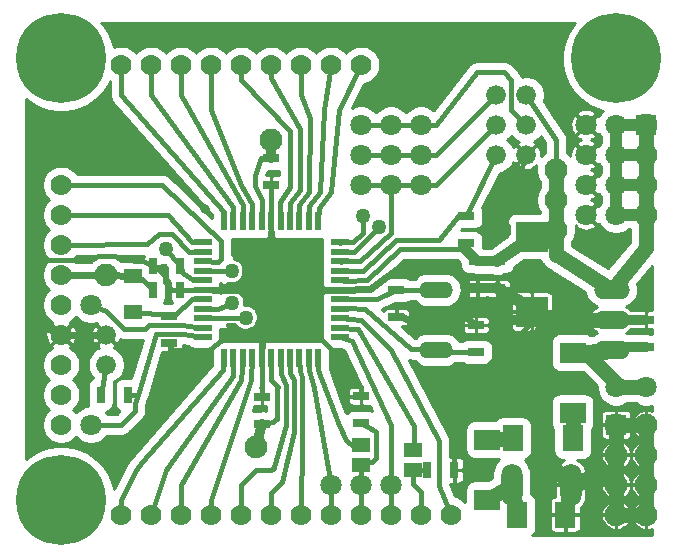
<source format=gbr>
G04 #@! TF.GenerationSoftware,KiCad,Pcbnew,(5.0.2)-1*
G04 #@! TF.CreationDate,2019-04-02T23:20:26+04:00*
G04 #@! TF.ProjectId,M644_breakout_v1.2d,4d363434-5f62-4726-9561-6b6f75745f76,v1.2d*
G04 #@! TF.SameCoordinates,Original*
G04 #@! TF.FileFunction,Copper,L2,Bot*
G04 #@! TF.FilePolarity,Positive*
%FSLAX46Y46*%
G04 Gerber Fmt 4.6, Leading zero omitted, Abs format (unit mm)*
G04 Created by KiCad (PCBNEW (5.0.2)-1) date 02/04/2019 23:20:26*
%MOMM*%
%LPD*%
G01*
G04 APERTURE LIST*
G04 #@! TA.AperFunction,SMDPad,CuDef*
%ADD10R,1.780000X2.160000*%
G04 #@! TD*
G04 #@! TA.AperFunction,SMDPad,CuDef*
%ADD11R,2.200000X1.800000*%
G04 #@! TD*
G04 #@! TA.AperFunction,SMDPad,CuDef*
%ADD12R,1.800000X2.200000*%
G04 #@! TD*
G04 #@! TA.AperFunction,SMDPad,CuDef*
%ADD13R,2.700000X2.550000*%
G04 #@! TD*
G04 #@! TA.AperFunction,SMDPad,CuDef*
%ADD14R,1.600000X1.200000*%
G04 #@! TD*
G04 #@! TA.AperFunction,ComponentPad*
%ADD15O,3.048000X1.524000*%
G04 #@! TD*
G04 #@! TA.AperFunction,ComponentPad*
%ADD16C,1.676400*%
G04 #@! TD*
G04 #@! TA.AperFunction,ComponentPad*
%ADD17C,1.778000*%
G04 #@! TD*
G04 #@! TA.AperFunction,SMDPad,CuDef*
%ADD18R,0.500000X1.500000*%
G04 #@! TD*
G04 #@! TA.AperFunction,SMDPad,CuDef*
%ADD19R,1.500000X0.500000*%
G04 #@! TD*
G04 #@! TA.AperFunction,SMDPad,CuDef*
%ADD20R,1.422400X0.711200*%
G04 #@! TD*
G04 #@! TA.AperFunction,SMDPad,CuDef*
%ADD21R,0.711200X1.422400*%
G04 #@! TD*
G04 #@! TA.AperFunction,ComponentPad*
%ADD22O,2.844800X1.422400*%
G04 #@! TD*
G04 #@! TA.AperFunction,ComponentPad*
%ADD23O,1.790700X3.581400*%
G04 #@! TD*
G04 #@! TA.AperFunction,ComponentPad*
%ADD24C,1.800000*%
G04 #@! TD*
G04 #@! TA.AperFunction,SMDPad,CuDef*
%ADD25R,1.500000X1.300000*%
G04 #@! TD*
G04 #@! TA.AperFunction,ComponentPad*
%ADD26R,1.700000X1.700000*%
G04 #@! TD*
G04 #@! TA.AperFunction,ComponentPad*
%ADD27O,1.700000X1.700000*%
G04 #@! TD*
G04 #@! TA.AperFunction,ViaPad*
%ADD28C,7.620000*%
G04 #@! TD*
G04 #@! TA.AperFunction,ViaPad*
%ADD29C,1.930400*%
G04 #@! TD*
G04 #@! TA.AperFunction,ViaPad*
%ADD30C,0.800000*%
G04 #@! TD*
G04 #@! TA.AperFunction,ViaPad*
%ADD31C,1.270000*%
G04 #@! TD*
G04 #@! TA.AperFunction,Conductor*
%ADD32C,0.609600*%
G04 #@! TD*
G04 #@! TA.AperFunction,Conductor*
%ADD33C,0.406400*%
G04 #@! TD*
G04 #@! TA.AperFunction,Conductor*
%ADD34C,0.381000*%
G04 #@! TD*
G04 #@! TA.AperFunction,Conductor*
%ADD35C,1.270000*%
G04 #@! TD*
G04 #@! TA.AperFunction,Conductor*
%ADD36C,0.812800*%
G04 #@! TD*
G04 #@! TA.AperFunction,Conductor*
%ADD37C,1.422400*%
G04 #@! TD*
G04 #@! TA.AperFunction,Conductor*
%ADD38C,1.016000*%
G04 #@! TD*
G04 #@! TA.AperFunction,Conductor*
%ADD39C,0.304800*%
G04 #@! TD*
G04 #@! TA.AperFunction,Conductor*
%ADD40C,0.254000*%
G04 #@! TD*
G04 APERTURE END LIST*
D10*
G04 #@! TO.P,D3,A*
G04 #@! TO.N,GND*
X167686100Y-124963600D03*
G04 #@! TO.P,D3,C*
G04 #@! TO.N,Net-(D1-PadA)*
X163616100Y-124963600D03*
G04 #@! TD*
D11*
G04 #@! TO.P,D1,A*
G04 #@! TO.N,Net-(D1-PadA)*
X161074100Y-123703600D03*
G04 #@! TO.P,D1,C*
G04 #@! TO.N,Net-(D1-PadC)*
X161074100Y-118603600D03*
G04 #@! TD*
D12*
G04 #@! TO.P,D2,A*
G04 #@! TO.N,Net-(D1-PadC)*
X163223100Y-118486600D03*
G04 #@! TO.P,D2,C*
G04 #@! TO.N,Net-(D2-PadC)*
X168323100Y-118486600D03*
G04 #@! TD*
D11*
G04 #@! TO.P,D4,A*
G04 #@! TO.N,Net-(D2-PadC)*
X168313100Y-116337600D03*
G04 #@! TO.P,D4,C*
G04 #@! TO.N,Net-(C4-PadP$1)*
X168313100Y-111237600D03*
G04 #@! TD*
D13*
G04 #@! TO.P,C12,-*
G04 #@! TO.N,GND*
X164858700Y-107767800D03*
G04 #@! TO.P,C12,+*
G04 #@! TO.N,VCC*
X164858700Y-101417800D03*
G04 #@! TD*
D14*
G04 #@! TO.P,L2,2*
G04 #@! TO.N,Net-(C11-PadP$1)*
X131102100Y-107794600D03*
G04 #@! TO.P,L2,1*
G04 #@! TO.N,VCC*
X131102100Y-104794600D03*
G04 #@! TD*
D15*
G04 #@! TO.P,IC2,3*
G04 #@! TO.N,VCC*
X171615100Y-105913600D03*
G04 #@! TO.P,IC2,2*
G04 #@! TO.N,GND*
X171615100Y-108453600D03*
G04 #@! TO.P,IC2,1*
G04 #@! TO.N,Net-(C4-PadP$1)*
X171615100Y-110993600D03*
G04 #@! TD*
D16*
G04 #@! TO.P,SV1,6*
G04 #@! TO.N,GND*
X164376100Y-94483600D03*
G04 #@! TO.P,SV1,5*
G04 #@! TO.N,/RESET*
X161836100Y-94483600D03*
G04 #@! TO.P,SV1,4*
G04 #@! TO.N,/MOSI*
X164376100Y-91943600D03*
G04 #@! TO.P,SV1,3*
G04 #@! TO.N,/SCK*
X161836100Y-91943600D03*
G04 #@! TO.P,SV1,2*
G04 #@! TO.N,VCC*
X164376100Y-89403600D03*
G04 #@! TO.P,SV1,1*
G04 #@! TO.N,/MISO*
X161836100Y-89403600D03*
G04 #@! TD*
D17*
G04 #@! TO.P,JP3,12*
G04 #@! TO.N,/PC3*
X130086100Y-124963600D03*
G04 #@! TO.P,JP3,11*
G04 #@! TO.N,/PC2*
X132626100Y-124963600D03*
G04 #@! TO.P,JP3,10*
G04 #@! TO.N,/PC1*
X135166100Y-124963600D03*
G04 #@! TO.P,JP3,9*
G04 #@! TO.N,/PC0*
X137706100Y-124963600D03*
G04 #@! TO.P,JP3,8*
G04 #@! TO.N,/PD7*
X140246100Y-124963600D03*
G04 #@! TO.P,JP3,7*
G04 #@! TO.N,/PD6*
X142786100Y-124963600D03*
G04 #@! TO.P,JP3,6*
G04 #@! TO.N,/PD5*
X145326100Y-124963600D03*
G04 #@! TO.P,JP3,5*
G04 #@! TO.N,/PD4*
X147866100Y-124963600D03*
G04 #@! TO.P,JP3,4*
G04 #@! TO.N,/PD3'*
X150406100Y-124963600D03*
G04 #@! TO.P,JP3,3*
G04 #@! TO.N,/PD2*
X152946100Y-124963600D03*
G04 #@! TO.P,JP3,2*
G04 #@! TO.N,/PD1'*
X155486100Y-124963600D03*
G04 #@! TO.P,JP3,1*
G04 #@! TO.N,/PD0*
X158026100Y-124963600D03*
G04 #@! TD*
D18*
G04 #@! TO.P,IC1,44*
G04 #@! TO.N,/PB4*
X146786100Y-100113600D03*
G04 #@! TO.P,IC1,43*
G04 #@! TO.N,/PB3*
X145986100Y-100113600D03*
G04 #@! TO.P,IC1,42*
G04 #@! TO.N,/PB2*
X145186100Y-100113600D03*
G04 #@! TO.P,IC1,41*
G04 #@! TO.N,/PB1*
X144386100Y-100113600D03*
G04 #@! TO.P,IC1,40*
G04 #@! TO.N,/PB0*
X143586100Y-100113600D03*
G04 #@! TO.P,IC1,39*
G04 #@! TO.N,GND*
X142786100Y-100113600D03*
G04 #@! TO.P,IC1,38*
G04 #@! TO.N,VCC*
X141986100Y-100113600D03*
G04 #@! TO.P,IC1,37*
G04 #@! TO.N,/PA0*
X141186100Y-100113600D03*
G04 #@! TO.P,IC1,36*
G04 #@! TO.N,/PA1*
X140386100Y-100113600D03*
G04 #@! TO.P,IC1,35*
G04 #@! TO.N,/PA2*
X139586100Y-100113600D03*
G04 #@! TO.P,IC1,34*
G04 #@! TO.N,/PA3*
X138786100Y-100113600D03*
D19*
G04 #@! TO.P,IC1,33*
G04 #@! TO.N,/PA4*
X136986100Y-101913600D03*
G04 #@! TO.P,IC1,32*
G04 #@! TO.N,/PA5*
X136986100Y-102713600D03*
G04 #@! TO.P,IC1,31*
G04 #@! TO.N,/PA6*
X136986100Y-103513600D03*
G04 #@! TO.P,IC1,30*
G04 #@! TO.N,/PA7*
X136986100Y-104313600D03*
G04 #@! TO.P,IC1,29*
G04 #@! TO.N,/AREF*
X136986100Y-105113600D03*
G04 #@! TO.P,IC1,28*
G04 #@! TO.N,GND*
X136986100Y-105913600D03*
G04 #@! TO.P,IC1,27*
G04 #@! TO.N,Net-(C11-PadP$1)*
X136986100Y-106713600D03*
G04 #@! TO.P,IC1,26*
G04 #@! TO.N,/PC7*
X136986100Y-107513600D03*
G04 #@! TO.P,IC1,25*
G04 #@! TO.N,/PC6*
X136986100Y-108313600D03*
G04 #@! TO.P,IC1,24*
G04 #@! TO.N,/PC5*
X136986100Y-109113600D03*
G04 #@! TO.P,IC1,23*
G04 #@! TO.N,/PC4*
X136986100Y-109913600D03*
D18*
G04 #@! TO.P,IC1,22*
G04 #@! TO.N,/PC3*
X138786100Y-111713600D03*
G04 #@! TO.P,IC1,21*
G04 #@! TO.N,/PC2*
X139586100Y-111713600D03*
G04 #@! TO.P,IC1,20*
G04 #@! TO.N,/PC1*
X140386100Y-111713600D03*
G04 #@! TO.P,IC1,19*
G04 #@! TO.N,/PC0*
X141186100Y-111713600D03*
G04 #@! TO.P,IC1,18*
G04 #@! TO.N,GND*
X141986100Y-111713600D03*
G04 #@! TO.P,IC1,17*
G04 #@! TO.N,VCC*
X142786100Y-111713600D03*
G04 #@! TO.P,IC1,16*
G04 #@! TO.N,/PD7*
X143586100Y-111713600D03*
G04 #@! TO.P,IC1,15*
G04 #@! TO.N,/PD6*
X144386100Y-111713600D03*
G04 #@! TO.P,IC1,14*
G04 #@! TO.N,/PD5*
X145186100Y-111713600D03*
G04 #@! TO.P,IC1,13*
G04 #@! TO.N,/PD4*
X145986100Y-111713600D03*
G04 #@! TO.P,IC1,12*
G04 #@! TO.N,/PD3*
X146786100Y-111713600D03*
D19*
G04 #@! TO.P,IC1,11*
G04 #@! TO.N,/PD2*
X148586100Y-109913600D03*
G04 #@! TO.P,IC1,10*
G04 #@! TO.N,/PD1*
X148586100Y-109113600D03*
G04 #@! TO.P,IC1,9*
G04 #@! TO.N,/PD0*
X148586100Y-108313600D03*
G04 #@! TO.P,IC1,8*
G04 #@! TO.N,Net-(C2-PadP$1)*
X148586100Y-107513600D03*
G04 #@! TO.P,IC1,7*
G04 #@! TO.N,Net-(C1-PadP$1)*
X148586100Y-106713600D03*
G04 #@! TO.P,IC1,6*
G04 #@! TO.N,GND*
X148586100Y-105913600D03*
G04 #@! TO.P,IC1,5*
G04 #@! TO.N,VCC*
X148586100Y-105113600D03*
G04 #@! TO.P,IC1,4*
G04 #@! TO.N,/RESET*
X148586100Y-104313600D03*
G04 #@! TO.P,IC1,3*
G04 #@! TO.N,/SCK*
X148586100Y-103513600D03*
G04 #@! TO.P,IC1,2*
G04 #@! TO.N,/MISO*
X148586100Y-102713600D03*
G04 #@! TO.P,IC1,1*
G04 #@! TO.N,/MOSI*
X148586100Y-101913600D03*
G04 #@! TD*
D20*
G04 #@! TO.P,R2,P$2*
G04 #@! TO.N,VCC*
X159296100Y-101976600D03*
G04 #@! TO.P,R2,P$1*
G04 #@! TO.N,/RESET*
X159296100Y-99690600D03*
G04 #@! TD*
D21*
G04 #@! TO.P,R1,P$2*
G04 #@! TO.N,Net-(LED1-PadA)*
X128358900Y-114803600D03*
G04 #@! TO.P,R1,P$1*
G04 #@! TO.N,/PC4*
X130644900Y-114803600D03*
G04 #@! TD*
D20*
G04 #@! TO.P,R9,P$2*
G04 #@! TO.N,GND*
X150406100Y-114930600D03*
G04 #@! TO.P,R9,P$1*
G04 #@! TO.N,/PD3'*
X150406100Y-117216600D03*
G04 #@! TD*
D21*
G04 #@! TO.P,R10,P$2*
G04 #@! TO.N,GND*
X158305500Y-121179000D03*
G04 #@! TO.P,R10,P$1*
G04 #@! TO.N,/PD1'*
X156019500Y-121179000D03*
G04 #@! TD*
D22*
G04 #@! TO.P,Q1,2*
G04 #@! TO.N,Net-(C1-PadP$1)*
X156756100Y-105913600D03*
G04 #@! TO.P,Q1,1*
G04 #@! TO.N,Net-(C2-PadP$1)*
X156756100Y-110993600D03*
G04 #@! TD*
D20*
G04 #@! TO.P,C2,P$2*
G04 #@! TO.N,GND*
X160134300Y-108898100D03*
G04 #@! TO.P,C2,P$1*
G04 #@! TO.N,Net-(C2-PadP$1)*
X160134300Y-111184100D03*
G04 #@! TD*
G04 #@! TO.P,C1,P$2*
G04 #@! TO.N,GND*
X153390600Y-108237700D03*
G04 #@! TO.P,C1,P$1*
G04 #@! TO.N,Net-(C1-PadP$1)*
X153390600Y-105951700D03*
G04 #@! TD*
G04 #@! TO.P,C7,P$2*
G04 #@! TO.N,GND*
X160235900Y-105786600D03*
G04 #@! TO.P,C7,P$1*
G04 #@! TO.N,VCC*
X160235900Y-103500600D03*
G04 #@! TD*
D21*
G04 #@! TO.P,C3,P$2*
G04 #@! TO.N,/AREF*
X135039100Y-103945100D03*
G04 #@! TO.P,C3,P$1*
G04 #@! TO.N,GND*
X132753100Y-103945100D03*
G04 #@! TD*
D20*
G04 #@! TO.P,C5,P$2*
G04 #@! TO.N,GND*
X173088300Y-108453600D03*
G04 #@! TO.P,C5,P$1*
G04 #@! TO.N,Net-(C4-PadP$1)*
X173088300Y-110739600D03*
G04 #@! TD*
D16*
G04 #@! TO.P,LED1,K*
G04 #@! TO.N,GND*
X128816100Y-109723600D03*
G04 #@! TO.P,LED1,A*
G04 #@! TO.N,Net-(LED1-PadA)*
X128816100Y-112263600D03*
G04 #@! TD*
D21*
G04 #@! TO.P,C8,P$2*
G04 #@! TO.N,VCC*
X132753100Y-105913600D03*
G04 #@! TO.P,C8,P$1*
G04 #@! TO.N,GND*
X135039100Y-105913600D03*
G04 #@! TD*
D20*
G04 #@! TO.P,C9,P$2*
G04 #@! TO.N,VCC*
X142024100Y-117280100D03*
G04 #@! TO.P,C9,P$1*
G04 #@! TO.N,GND*
X142024100Y-114994100D03*
G04 #@! TD*
G04 #@! TO.P,C10,P$2*
G04 #@! TO.N,VCC*
X142786100Y-94737600D03*
G04 #@! TO.P,C10,P$1*
G04 #@! TO.N,GND*
X142786100Y-97023600D03*
G04 #@! TD*
G04 #@! TO.P,C11,P$2*
G04 #@! TO.N,GND*
X134150100Y-110409400D03*
G04 #@! TO.P,C11,P$1*
G04 #@! TO.N,Net-(C11-PadP$1)*
X134150100Y-108123400D03*
G04 #@! TD*
D17*
G04 #@! TO.P,JP1,9*
G04 #@! TO.N,/PA3*
X130086100Y-86863600D03*
G04 #@! TO.P,JP1,8*
G04 #@! TO.N,/PA2*
X132626100Y-86863600D03*
G04 #@! TO.P,JP1,7*
G04 #@! TO.N,/PA1*
X135166100Y-86863600D03*
G04 #@! TO.P,JP1,6*
G04 #@! TO.N,/PA0*
X137706100Y-86863600D03*
G04 #@! TO.P,JP1,5*
G04 #@! TO.N,/PB0*
X140246100Y-86863600D03*
G04 #@! TO.P,JP1,4*
G04 #@! TO.N,/PB1*
X142786100Y-86863600D03*
G04 #@! TO.P,JP1,3*
G04 #@! TO.N,/PB2*
X145326100Y-86863600D03*
G04 #@! TO.P,JP1,2*
G04 #@! TO.N,/PB3*
X147866100Y-86863600D03*
G04 #@! TO.P,JP1,1*
G04 #@! TO.N,/PB4*
X150406100Y-86863600D03*
G04 #@! TD*
G04 #@! TO.P,JP2,9*
G04 #@! TO.N,/PC6*
X125006100Y-117343600D03*
G04 #@! TO.P,JP2,8*
G04 #@! TO.N,/PC7*
X125006100Y-114803600D03*
G04 #@! TO.P,JP2,7*
G04 #@! TO.N,/PA7*
X125006100Y-112263600D03*
G04 #@! TO.P,JP2,6*
G04 #@! TO.N,GND*
X125006100Y-109723600D03*
G04 #@! TO.P,JP2,5*
G04 #@! TO.N,/AREF*
X125006100Y-107183600D03*
G04 #@! TO.P,JP2,4*
G04 #@! TO.N,VCC*
X125006100Y-104643600D03*
G04 #@! TO.P,JP2,3*
G04 #@! TO.N,/PA5*
X125006100Y-102103600D03*
G04 #@! TO.P,JP2,2*
G04 #@! TO.N,/PA4*
X125006100Y-99563600D03*
G04 #@! TO.P,JP2,1*
G04 #@! TO.N,/PA6*
X125006100Y-97023600D03*
G04 #@! TD*
D20*
G04 #@! TO.P,C4,P$2*
G04 #@! TO.N,GND*
X174536100Y-108453600D03*
G04 #@! TO.P,C4,P$1*
G04 #@! TO.N,Net-(C4-PadP$1)*
X174536100Y-110739600D03*
G04 #@! TD*
G04 #@! TO.P,C6,P$2*
G04 #@! TO.N,GND*
X161937700Y-105786600D03*
G04 #@! TO.P,C6,P$1*
G04 #@! TO.N,VCC*
X161937700Y-103500600D03*
G04 #@! TD*
D23*
G04 #@! TO.P,X2,2*
G04 #@! TO.N,Net-(D1-PadA)*
X163146100Y-122423600D03*
G04 #@! TO.P,X2,1*
G04 #@! TO.N,GND*
X168146100Y-122423600D03*
G04 #@! TD*
D24*
G04 #@! TO.P,JP4,1*
G04 #@! TO.N,/SCK*
X150406100Y-97023600D03*
G04 #@! TD*
G04 #@! TO.P,JP5,1*
G04 #@! TO.N,/SCK*
X152946100Y-97023600D03*
G04 #@! TD*
G04 #@! TO.P,JP6,1*
G04 #@! TO.N,/MISO*
X152946100Y-94483600D03*
G04 #@! TD*
G04 #@! TO.P,JP7,1*
G04 #@! TO.N,/MISO*
X150406100Y-94483600D03*
G04 #@! TD*
G04 #@! TO.P,JP8,1*
G04 #@! TO.N,/MOSI*
X150406100Y-91943600D03*
G04 #@! TD*
G04 #@! TO.P,JP9,1*
G04 #@! TO.N,/MOSI*
X152946100Y-91943600D03*
G04 #@! TD*
G04 #@! TO.P,JP11,1*
G04 #@! TO.N,/SCK*
X155486100Y-97023600D03*
G04 #@! TD*
G04 #@! TO.P,JP12,1*
G04 #@! TO.N,/MISO*
X155486100Y-94483600D03*
G04 #@! TD*
G04 #@! TO.P,JP13,1*
G04 #@! TO.N,/MOSI*
X155486100Y-91943600D03*
G04 #@! TD*
G04 #@! TO.P,JP14,1*
G04 #@! TO.N,VCC*
X171996100Y-91943600D03*
G04 #@! TD*
G04 #@! TO.P,JP15,1*
G04 #@! TO.N,VCC*
X171996100Y-94483600D03*
G04 #@! TD*
G04 #@! TO.P,JP16,1*
G04 #@! TO.N,VCC*
X171996100Y-97023600D03*
G04 #@! TD*
G04 #@! TO.P,JP17,1*
G04 #@! TO.N,VCC*
X171996100Y-99563600D03*
G04 #@! TD*
G04 #@! TO.P,JP19,1*
G04 #@! TO.N,GND*
X169456100Y-91943600D03*
G04 #@! TD*
G04 #@! TO.P,JP20,1*
G04 #@! TO.N,GND*
X169456100Y-94483600D03*
G04 #@! TD*
G04 #@! TO.P,JP21,1*
G04 #@! TO.N,GND*
X169456100Y-97023600D03*
G04 #@! TD*
G04 #@! TO.P,JP22,1*
G04 #@! TO.N,GND*
X169456100Y-99563600D03*
G04 #@! TD*
G04 #@! TO.P,JP24,1*
G04 #@! TO.N,/PD2*
X152946100Y-122423600D03*
G04 #@! TD*
G04 #@! TO.P,JP25,1*
G04 #@! TO.N,/PD3'*
X150406100Y-122423600D03*
G04 #@! TD*
G04 #@! TO.P,JP26,1*
G04 #@! TO.N,/PD4*
X147866100Y-122423600D03*
G04 #@! TD*
G04 #@! TO.P,JP27,1*
G04 #@! TO.N,/PC5*
X127546100Y-107183600D03*
G04 #@! TD*
G04 #@! TO.P,JP28,1*
G04 #@! TO.N,/PC4*
X127546100Y-117343600D03*
G04 #@! TD*
G04 #@! TO.P,JP10,1*
G04 #@! TO.N,Net-(C4-PadP$1)*
X171996100Y-114168600D03*
G04 #@! TD*
G04 #@! TO.P,JP29,1*
G04 #@! TO.N,Net-(C4-PadP$1)*
X174536100Y-114168600D03*
G04 #@! TD*
D25*
G04 #@! TO.P,R7,2*
G04 #@! TO.N,/PD3'*
X150406100Y-120733600D03*
G04 #@! TO.P,R7,1*
G04 #@! TO.N,/PD3*
X150406100Y-119033600D03*
G04 #@! TD*
G04 #@! TO.P,R8,2*
G04 #@! TO.N,/PD1'*
X154800300Y-121216200D03*
G04 #@! TO.P,R8,1*
G04 #@! TO.N,/PD1*
X154800300Y-119516200D03*
G04 #@! TD*
D26*
G04 #@! TO.P,REF\002A\002A,1*
G04 #@! TO.N,GND*
X171996100Y-117343600D03*
D27*
G04 #@! TO.P,REF\002A\002A,2*
X174536100Y-117343600D03*
G04 #@! TO.P,REF\002A\002A,3*
X171996100Y-119883600D03*
G04 #@! TO.P,REF\002A\002A,4*
X174536100Y-119883600D03*
G04 #@! TO.P,REF\002A\002A,5*
X171996100Y-122423600D03*
G04 #@! TO.P,REF\002A\002A,6*
X174536100Y-122423600D03*
G04 #@! TO.P,REF\002A\002A,7*
X171996100Y-124963600D03*
G04 #@! TO.P,REF\002A\002A,8*
X174536100Y-124963600D03*
G04 #@! TD*
D26*
G04 #@! TO.P,REF\002A\002A,1*
G04 #@! TO.N,VCC*
X174536100Y-91943600D03*
D27*
G04 #@! TO.P,REF\002A\002A,2*
X174536100Y-94483600D03*
G04 #@! TO.P,REF\002A\002A,3*
X174536100Y-97023600D03*
G04 #@! TO.P,REF\002A\002A,4*
X174536100Y-99563600D03*
G04 #@! TD*
D28*
G04 #@! TO.N,*
X125006100Y-86330200D03*
X125006100Y-123693600D03*
X171970700Y-86330200D03*
D29*
G04 #@! TO.N,GND*
X174536100Y-119883600D03*
X174536100Y-122423600D03*
X174536100Y-124963600D03*
X174536100Y-117343600D03*
X162153600Y-108453600D03*
X162153600Y-100833600D03*
X171996100Y-124963600D03*
X171996100Y-122423600D03*
X171996100Y-119883600D03*
X171996100Y-117343600D03*
D30*
X170091100Y-124963600D03*
X170091100Y-123058600D03*
X165646100Y-122423600D03*
X165646100Y-119883600D03*
X165646100Y-116073600D03*
X162471100Y-116073600D03*
X159296100Y-116073600D03*
X164376100Y-113533600D03*
X161836100Y-113533600D03*
X168186100Y-108453600D03*
X170726100Y-102103600D03*
X174536100Y-107183600D03*
X157899100Y-108453600D03*
X164884100Y-104770600D03*
X156756100Y-104008600D03*
X163753800Y-96261600D03*
X162090100Y-99182600D03*
X165646100Y-85593600D03*
X161836100Y-84323600D03*
X154216100Y-84323600D03*
X146596100Y-84323600D03*
X138976100Y-84323600D03*
X132626100Y-84323600D03*
X145326100Y-108453600D03*
X142659100Y-108453600D03*
X142659100Y-105913600D03*
X142659100Y-103373600D03*
X145326100Y-103373600D03*
X145326100Y-105913600D03*
X127546100Y-91459194D03*
X125006100Y-93213600D03*
X122466100Y-95753600D03*
X122466100Y-99563600D03*
X122466100Y-103373600D03*
X122466100Y-107183600D03*
X122466100Y-112263600D03*
X122466100Y-117343600D03*
X129578100Y-121407600D03*
X148501100Y-112263600D03*
X149009100Y-115311600D03*
X131991100Y-95372600D03*
X154089100Y-104262600D03*
X154978100Y-107818600D03*
X137198100Y-99055600D03*
X156883100Y-88768600D03*
D29*
G04 #@! TO.N,VCC*
X142786100Y-93213600D03*
X141516100Y-119248600D03*
X128816100Y-104643600D03*
X166916100Y-100833600D03*
X166916100Y-98293600D03*
X166916100Y-95753600D03*
X174536100Y-94483600D03*
X174536100Y-97023600D03*
X174536100Y-99563600D03*
X174536100Y-91943600D03*
D31*
G04 #@! TO.N,/PA7*
X139433300Y-104338800D03*
G04 #@! TO.N,/AREF*
X133896100Y-102484600D03*
G04 #@! TO.N,/PC7*
X139484100Y-107056600D03*
G04 #@! TO.N,/PC6*
X140627100Y-108275800D03*
G04 #@! TO.N,/MISO*
X151930100Y-100579600D03*
G04 #@! TO.N,/MOSI*
X150533100Y-99690600D03*
G04 #@! TD*
D32*
G04 #@! TO.N,GND*
X141978500Y-109596800D02*
X141986000Y-110790400D01*
D33*
X141947900Y-105913600D02*
X141978500Y-109596800D01*
D32*
X137871200Y-105913600D02*
X141947900Y-105913600D01*
D33*
X142659100Y-106040600D02*
X142659100Y-105913600D01*
X142659100Y-105913600D02*
X142659100Y-103373600D01*
D32*
X142659100Y-101913100D02*
X142786100Y-101024100D01*
D33*
X141947900Y-105913600D02*
X142659100Y-106040600D01*
X137515600Y-110993600D02*
X134340600Y-110993600D01*
X139420600Y-109596600D02*
X137515600Y-110993600D01*
X141978500Y-109596800D02*
X141960600Y-109596600D01*
X141960600Y-109596600D02*
X139420600Y-109596600D01*
D32*
X155168600Y-108898100D02*
X153974800Y-108263100D01*
X157518100Y-108898100D02*
X156756100Y-108898100D01*
X151168100Y-105888200D02*
X154089100Y-103691100D01*
X154089100Y-103691100D02*
X156629100Y-103688237D01*
X157725500Y-103687000D02*
X159207200Y-104906100D01*
X148586100Y-105913600D02*
X151168100Y-105888200D01*
D33*
X141986100Y-111713600D02*
X142024100Y-113724100D01*
X141960600Y-111688100D02*
X141986100Y-111713600D01*
X141986000Y-110790400D02*
X141960600Y-111688100D01*
X142024100Y-113724100D02*
X142024100Y-114994100D01*
X142786100Y-100113600D02*
X142786100Y-97023600D01*
X142786100Y-101024100D02*
X142786100Y-100113600D01*
D32*
X142659100Y-105913600D02*
X143421100Y-105913600D01*
X143421100Y-105913600D02*
X145326100Y-105913600D01*
D33*
X153974800Y-108263100D02*
X153695400Y-108161500D01*
X153974800Y-108263100D02*
X153390600Y-108237700D01*
D34*
X136986100Y-105913600D02*
X137871200Y-105913600D01*
D33*
X162153600Y-100833600D02*
X163753800Y-96261600D01*
X135039100Y-105913600D02*
X136986100Y-105913600D01*
X132753100Y-103945100D02*
X132943600Y-103945100D01*
X132943600Y-103945100D02*
X133769100Y-104770600D01*
X133769100Y-104770600D02*
X133769100Y-105278600D01*
X133769100Y-105278600D02*
X134404100Y-105913600D01*
X134404100Y-105913600D02*
X135039100Y-105913600D01*
X134340600Y-110993600D02*
X134340600Y-110549100D01*
X134340600Y-110549100D02*
X134150100Y-110409400D01*
D35*
X168186100Y-108453600D02*
X168186100Y-108453600D01*
X174536100Y-124963600D02*
X174536100Y-122423600D01*
X174536100Y-119883600D02*
X174536100Y-122423600D01*
X174536100Y-117343600D02*
X174536100Y-119883600D01*
D32*
X125006100Y-109723600D02*
X122466100Y-108453600D01*
X122466100Y-108453600D02*
X122466100Y-107183600D01*
X122466100Y-104643600D02*
X123736100Y-103373600D01*
D33*
X123736100Y-103373600D02*
X127546100Y-103373600D01*
X127546100Y-103373600D02*
X128155700Y-103018000D01*
X128155700Y-103018000D02*
X129552700Y-103018000D01*
X129552700Y-103018000D02*
X130136900Y-103424400D01*
X130136900Y-103424400D02*
X131914900Y-103449800D01*
X131914900Y-103449800D02*
X132753100Y-103945100D01*
D32*
X125006100Y-109723600D02*
X128816100Y-109723600D01*
X158661100Y-107818600D02*
X157518100Y-108898100D01*
X159249800Y-107184800D02*
X158661100Y-107818600D01*
X158661100Y-107818600D02*
X160134300Y-108898100D01*
X159207200Y-104906100D02*
X159249800Y-104906100D01*
X159249800Y-104906100D02*
X159249800Y-105786600D01*
X159249800Y-105786600D02*
X159249800Y-105913600D01*
X159249800Y-105913600D02*
X159249800Y-107184800D01*
D36*
X159249800Y-105786600D02*
X160235900Y-105786600D01*
X159249800Y-105786600D02*
X159249800Y-105913600D01*
D35*
X171996100Y-124963600D02*
X174536100Y-124963600D01*
X171996100Y-119883600D02*
X171996100Y-117343600D01*
X171996100Y-121153600D02*
X171996100Y-122423600D01*
X171996100Y-121153600D02*
X171996100Y-119883600D01*
X171996100Y-122423600D02*
X171996100Y-124963600D01*
X171996100Y-117343600D02*
X174536100Y-117343600D01*
X168146100Y-122423600D02*
X167686100Y-124963600D01*
D37*
X168146100Y-122423600D02*
X171996100Y-121153600D01*
D35*
X168186100Y-108453600D02*
X165646100Y-109469600D01*
X165646100Y-109469600D02*
X165646100Y-116073600D01*
X165646100Y-119883600D02*
X168146100Y-122423600D01*
X165646100Y-108453600D02*
X168186100Y-108453600D01*
X164858700Y-107767800D02*
X165331600Y-108179700D01*
X165331600Y-108179700D02*
X165646100Y-108453600D01*
X164376100Y-107183600D02*
X165138100Y-107386800D01*
X165138100Y-107386800D02*
X164858700Y-107767800D01*
D38*
X161937700Y-105786600D02*
X164376100Y-107183600D01*
D33*
X150406100Y-114168600D02*
X150406100Y-114930600D01*
X148501100Y-112263600D02*
X148501100Y-112263600D01*
X148501100Y-111628600D02*
X148501100Y-112263600D01*
X143421100Y-106548600D02*
X145326100Y-108453600D01*
X143421100Y-105913600D02*
X143421100Y-106548600D01*
X158305500Y-115159200D02*
X158305500Y-116073600D01*
X165011100Y-108453600D02*
X164852300Y-108612400D01*
X164852300Y-108612400D02*
X158305500Y-115159200D01*
X165057700Y-108453600D02*
X165011100Y-108453600D01*
X165331600Y-108179700D02*
X165057700Y-108453600D01*
D36*
X160235900Y-105786600D02*
X161937700Y-105786600D01*
X164096700Y-108479000D02*
X162153600Y-108453600D01*
X164852300Y-108612400D02*
X164096700Y-108479000D01*
X171615100Y-108453600D02*
X173088300Y-108453600D01*
X173088300Y-108453600D02*
X174536100Y-108453600D01*
D35*
X165646100Y-119883600D02*
X165646100Y-119883600D01*
X165646100Y-116073600D02*
X165646100Y-119883600D01*
D33*
X158305500Y-116073600D02*
X158305500Y-121179000D01*
D35*
X168186100Y-108453600D02*
X171615100Y-108453600D01*
D32*
X156756100Y-108898100D02*
X155168600Y-108898100D01*
X156629100Y-103688237D02*
X157725500Y-103687000D01*
D33*
X163753800Y-96261600D02*
X164376100Y-94483600D01*
X145326100Y-108453600D02*
X148501100Y-111628600D01*
X142659100Y-105913600D02*
X142659100Y-105913600D01*
X142659100Y-103373600D02*
X142659100Y-101913100D01*
D32*
X145326100Y-105913600D02*
X148586100Y-105913600D01*
X122466100Y-107183600D02*
X122466100Y-104643600D01*
D33*
X148501100Y-112263600D02*
X150406100Y-114168600D01*
G04 #@! TO.N,VCC*
X142786100Y-113597100D02*
X142786100Y-111713600D01*
X141389100Y-96210800D02*
X141389100Y-97099800D01*
X141389100Y-97099800D02*
X141986100Y-98331600D01*
X141986100Y-98331600D02*
X141986100Y-100113600D01*
X142024100Y-117280100D02*
X142913100Y-117153100D01*
X142913100Y-117153100D02*
X143262400Y-116803800D01*
X143262400Y-116803800D02*
X143319500Y-116645100D01*
X143319500Y-116645100D02*
X143319500Y-114168600D01*
X143319500Y-114168600D02*
X143332200Y-114143200D01*
X143332200Y-114143200D02*
X142786100Y-113597100D01*
X141897100Y-94737600D02*
X141389100Y-96210800D01*
X142786100Y-94737600D02*
X141897100Y-94737600D01*
D36*
X142786100Y-93213600D02*
X142786100Y-94737600D01*
X141516100Y-119248600D02*
X142024100Y-117280100D01*
D34*
X142786100Y-93213600D02*
X142976600Y-93150100D01*
X143262400Y-116803800D02*
X143294100Y-116835600D01*
D33*
X131102100Y-104794600D02*
X131888100Y-105048600D01*
X131888100Y-105048600D02*
X132753100Y-105913600D01*
D35*
X166916100Y-102992600D02*
X166865300Y-102916400D01*
X166865300Y-102916400D02*
X171615100Y-105913600D01*
X166916100Y-98293600D02*
X166916100Y-95753600D01*
X166916100Y-98293600D02*
X166916100Y-100833600D01*
X166916100Y-100833600D02*
X166916100Y-102103600D01*
X166916100Y-102103600D02*
X166916100Y-102992600D01*
X174536100Y-94483600D02*
X174536100Y-91943600D01*
X174536100Y-97023600D02*
X174536100Y-94483600D01*
X174536100Y-102357600D02*
X174536100Y-99563600D01*
X171615100Y-105913600D02*
X174536100Y-102357600D01*
X174536100Y-99563600D02*
X174536100Y-97023600D01*
D32*
X128816100Y-104643600D02*
X131102100Y-104794600D01*
X125006100Y-104643600D02*
X128816100Y-104643600D01*
D33*
X159291500Y-101976600D02*
X159296100Y-101976600D01*
X159215300Y-102494500D02*
X159291500Y-101976600D01*
X166916100Y-93213600D02*
X164376100Y-89403600D01*
X166916100Y-95753600D02*
X166916100Y-93213600D01*
D38*
X166916100Y-102103600D02*
X164858700Y-101417800D01*
X174536100Y-91943600D02*
X171996100Y-91943600D01*
X171996100Y-94483600D02*
X171996100Y-91943600D01*
X171996100Y-97023600D02*
X171996100Y-94483600D01*
X174536100Y-94483600D02*
X171996100Y-94483600D01*
X174536100Y-97023600D02*
X171996100Y-97023600D01*
X171996100Y-99563600D02*
X171996100Y-97023600D01*
X174536100Y-99563600D02*
X171996100Y-99563600D01*
D36*
X160235900Y-103500600D02*
X159215300Y-102494500D01*
D38*
X164858700Y-101417800D02*
X161937700Y-103500600D01*
D36*
X161937700Y-103500600D02*
X160235900Y-103500600D01*
D33*
X149136100Y-105151600D02*
X148586100Y-105113600D01*
X150876000Y-105126200D02*
X149136100Y-105151600D01*
X159215300Y-102494500D02*
X153708100Y-102484600D01*
X153708100Y-102484600D02*
X150876000Y-105126200D01*
G04 #@! TO.N,/PB4*
X148501100Y-90673600D02*
X150406100Y-86863600D01*
X147866100Y-97658600D02*
X148501100Y-90673600D01*
X146786100Y-100113600D02*
X146811500Y-98967200D01*
X146811500Y-98967200D02*
X147866100Y-97658600D01*
G04 #@! TO.N,/PB3*
X147231100Y-90673600D02*
X147866100Y-86863600D01*
X146900900Y-97607800D02*
X147231100Y-90673600D01*
X145986100Y-100113600D02*
X145986500Y-98801600D01*
X145986500Y-98801600D02*
X146900900Y-97607800D01*
G04 #@! TO.N,/PB2*
X145326100Y-89403600D02*
X145326100Y-86863600D01*
X146037300Y-91384800D02*
X145326100Y-89403600D01*
X146037300Y-91359400D02*
X146037300Y-91384800D01*
X146011900Y-97633200D02*
X146037300Y-91359400D01*
X145186100Y-100113600D02*
X145148300Y-98700000D01*
X145148300Y-98700000D02*
X146011900Y-97633200D01*
G04 #@! TO.N,/PB1*
X142760700Y-87955800D02*
X142786100Y-86863600D01*
X145224500Y-92299200D02*
X142760700Y-87955800D01*
X145224500Y-97430000D02*
X145224500Y-92299200D01*
X144386100Y-100113600D02*
X144360900Y-98547600D01*
X144360900Y-98547600D02*
X145224500Y-97430000D01*
G04 #@! TO.N,/PB0*
X140246100Y-88133600D02*
X140246100Y-86863600D01*
X144411700Y-92477000D02*
X140246100Y-88133600D01*
X144411700Y-97252200D02*
X144411700Y-92477000D01*
X143586100Y-100113600D02*
X143573500Y-98446000D01*
X143573500Y-98446000D02*
X144411700Y-97252200D01*
G04 #@! TO.N,/PA0*
X137706100Y-90673600D02*
X137706100Y-86863600D01*
X140246100Y-97023600D02*
X137706100Y-90673600D01*
X141186100Y-100113600D02*
X141160500Y-98623800D01*
X141160500Y-98623800D02*
X140246100Y-97023600D01*
G04 #@! TO.N,/PA1*
X135166100Y-89403600D02*
X135166100Y-86863600D01*
X140386100Y-100113600D02*
X140398500Y-98776200D01*
X140398500Y-98776200D02*
X135166100Y-89403600D01*
G04 #@! TO.N,/PA2*
X132626100Y-89403600D02*
X132626100Y-86863600D01*
X139586100Y-100113600D02*
X139585700Y-98928600D01*
X139585700Y-98928600D02*
X132626100Y-89403600D01*
G04 #@! TO.N,/PA3*
X130086100Y-89403600D02*
X130086100Y-86863600D01*
X138786100Y-100113600D02*
X138772900Y-99309600D01*
X138772900Y-99309600D02*
X130086100Y-89403600D01*
G04 #@! TO.N,/PA4*
X127546100Y-99563600D02*
X134023100Y-99563600D01*
X134023100Y-99563600D02*
X136055100Y-101849600D01*
X136055100Y-101849600D02*
X136986100Y-101913600D01*
X125006100Y-99563600D02*
X127546100Y-99563600D01*
G04 #@! TO.N,/PA5*
X132270500Y-102078200D02*
X133261100Y-101214600D01*
X133261100Y-101214600D02*
X134404100Y-101214600D01*
X134404100Y-101214600D02*
X135801100Y-102738600D01*
X135801100Y-102738600D02*
X136986100Y-102713600D01*
X125006100Y-102103600D02*
X132270500Y-102078200D01*
G04 #@! TO.N,/PA6*
X138258600Y-103545000D02*
X136986100Y-103513600D01*
X138518900Y-103291100D02*
X138258600Y-103545000D01*
X138518900Y-101798800D02*
X138518900Y-103291100D01*
X125006100Y-97023600D02*
X133515100Y-97023600D01*
X133515100Y-97023600D02*
X138518900Y-101798800D01*
G04 #@! TO.N,/PA7*
X139433300Y-104338800D02*
X136986100Y-104313600D01*
G04 #@! TO.N,/AREF*
X136144100Y-105113600D02*
X136986100Y-105113600D01*
X135293100Y-104516600D02*
X136144100Y-105113600D01*
X135166100Y-104072100D02*
X135293100Y-104516600D01*
X135039100Y-103945100D02*
X135166100Y-104072100D01*
X133896100Y-102484600D02*
X135039100Y-103945100D01*
G04 #@! TO.N,Net-(C11-PadP$1)*
X131102100Y-107794600D02*
X134126100Y-108048600D01*
X134126100Y-108048600D02*
X134150100Y-108123400D01*
X134150100Y-108123400D02*
X134658100Y-108072600D01*
X134658100Y-108072600D02*
X136055100Y-106675600D01*
X136055100Y-106675600D02*
X136948100Y-106675600D01*
X136948100Y-106675600D02*
X136986100Y-106713600D01*
G04 #@! TO.N,/PC7*
X139484100Y-107056600D02*
X138315700Y-107513800D01*
X138315700Y-107513800D02*
X136986100Y-107513600D01*
G04 #@! TO.N,/PC6*
X140627100Y-108275800D02*
X138442700Y-108275800D01*
X138442700Y-108275800D02*
X136986100Y-108313600D01*
G04 #@! TO.N,/PC5*
X135216900Y-108910800D02*
X136986100Y-109113600D01*
X132422900Y-108910800D02*
X135216900Y-108910800D01*
X132118100Y-109215600D02*
X132422900Y-108910800D01*
X130340100Y-109215600D02*
X132118100Y-109215600D01*
X127546100Y-107183600D02*
X128816100Y-107691600D01*
X128816100Y-107691600D02*
X130340100Y-109215600D01*
G04 #@! TO.N,/PC4*
X131482900Y-114841900D02*
X133057900Y-109622000D01*
X133057900Y-109622000D02*
X135293100Y-109622000D01*
X135293100Y-109622000D02*
X136986100Y-109913600D01*
X131444600Y-114803600D02*
X130644900Y-114803600D01*
X131482900Y-114841900D02*
X131444600Y-114803600D01*
X128816100Y-117343600D02*
X127546100Y-117343600D01*
X130086100Y-117343600D02*
X128816100Y-117343600D01*
X131279900Y-116149800D02*
X130086100Y-117343600D01*
X131482900Y-114841900D02*
X131279900Y-115514800D01*
X131279900Y-115514800D02*
X131279900Y-116149800D01*
G04 #@! TO.N,/PC3*
X138747500Y-112670000D02*
X138786100Y-111713600D01*
X131864100Y-120518600D02*
X138747500Y-112670000D01*
X131356100Y-121153600D02*
X131864100Y-120518600D01*
X130086100Y-124963600D02*
X130086100Y-123693600D01*
X130086100Y-123693600D02*
X131356100Y-121153600D01*
G04 #@! TO.N,/PC2*
X139560300Y-113203400D02*
X139586100Y-111713600D01*
X134023100Y-120899600D02*
X139560300Y-113203400D01*
X132626100Y-124963600D02*
X133896100Y-121153600D01*
X133896100Y-121153600D02*
X134023100Y-120899600D01*
G04 #@! TO.N,/PC1*
X135166100Y-124963600D02*
X135166100Y-122423600D01*
X135166100Y-122423600D02*
X140246100Y-113533600D01*
X140246100Y-113533600D02*
X140386100Y-111713600D01*
G04 #@! TO.N,/PC0*
X141109700Y-113533600D02*
X141186100Y-111713600D01*
X137706100Y-123693600D02*
X141109700Y-113533600D01*
X137706100Y-124963600D02*
X137706100Y-123693600D01*
G04 #@! TO.N,/PD7*
X140246100Y-124963600D02*
X140246100Y-122423600D01*
X140246100Y-122423600D02*
X141516100Y-121153600D01*
X141516100Y-121153600D02*
X142749300Y-121172000D01*
X142749300Y-121172000D02*
X143043800Y-120984300D01*
X143043800Y-120984300D02*
X143070100Y-120925500D01*
X143070100Y-120925500D02*
X144056100Y-117343600D01*
X144056100Y-117343600D02*
X144056100Y-114016200D01*
X144056100Y-114016200D02*
X143598900Y-113025600D01*
X143598900Y-113025600D02*
X143586100Y-111713600D01*
G04 #@! TO.N,/PD6*
X144411700Y-112974800D02*
X144386100Y-111713600D01*
X144741900Y-113533600D02*
X144411700Y-112974800D01*
X144741900Y-117927800D02*
X144741900Y-113533600D01*
X143725900Y-122220400D02*
X144741900Y-117927800D01*
X142811500Y-123160200D02*
X143725900Y-122220400D01*
X142786100Y-124963600D02*
X142811500Y-123160200D01*
G04 #@! TO.N,/PD5*
X145199100Y-112771600D02*
X145186100Y-111713600D01*
X145427700Y-113330400D02*
X145199100Y-112771600D01*
X145427700Y-118385000D02*
X145427700Y-113330400D01*
X145326100Y-124963600D02*
X145427700Y-118385000D01*
G04 #@! TO.N,/PD4*
X145986500Y-112746200D02*
X145986100Y-111713600D01*
X146392900Y-114194000D02*
X145986500Y-112746200D01*
X147866100Y-124963600D02*
X147866100Y-122423600D01*
X147866100Y-122423600D02*
X146392900Y-114194000D01*
G04 #@! TO.N,/PD3*
X146773900Y-112695400D02*
X146786100Y-111713600D01*
X148501100Y-117343600D02*
X146773900Y-112695400D01*
X149136100Y-118613600D02*
X148501100Y-117343600D01*
X149771100Y-119248600D02*
X149136100Y-118613600D01*
X150191100Y-119248600D02*
X149771100Y-119248600D01*
X150406100Y-119033600D02*
X150191100Y-119248600D01*
G04 #@! TO.N,/PD2*
X149644100Y-110231600D02*
X148586100Y-109913600D01*
X152946100Y-117343600D02*
X149644100Y-110231600D01*
X152946100Y-124963600D02*
X152946100Y-122423600D01*
X152946100Y-122423600D02*
X152946100Y-117343600D01*
X152946100Y-124963600D02*
X152946100Y-122423600D01*
G04 #@! TO.N,/PD1*
X150126700Y-109215600D02*
X148586100Y-109113600D01*
X154851100Y-117470600D02*
X150126700Y-109215600D01*
X154851100Y-119465400D02*
X154851100Y-117470600D01*
X154800300Y-119516200D02*
X154851100Y-119465400D01*
G04 #@! TO.N,/PD0*
X150406100Y-108453600D02*
X148586100Y-108313600D01*
X152946100Y-110993600D02*
X150406100Y-108453600D01*
X157010100Y-118740600D02*
X152946100Y-110993600D01*
X158026100Y-124963600D02*
X157010100Y-122550600D01*
X157010100Y-122550600D02*
X157010100Y-118740600D01*
G04 #@! TO.N,Net-(C2-PadP$1)*
X149326600Y-107501100D02*
X150710900Y-107539200D01*
X150710900Y-107539200D02*
X154647900Y-110968200D01*
X148586100Y-107513600D02*
X149326600Y-107501100D01*
X154647900Y-110968200D02*
X156756100Y-110993600D01*
X157391100Y-111184100D02*
X160134300Y-111184100D01*
X156756100Y-110993600D02*
X157391100Y-111184100D01*
G04 #@! TO.N,Net-(C1-PadP$1)*
X149326600Y-106739100D02*
X151739600Y-106726400D01*
X148586100Y-106713600D02*
X149326600Y-106739100D01*
X151739600Y-106726400D02*
X153390600Y-105951700D01*
X153390600Y-105951700D02*
X156756100Y-105913600D01*
D34*
G04 #@! TO.N,/RESET*
X148628100Y-104326100D02*
X150596600Y-104326100D01*
X148586100Y-104313600D02*
X148628100Y-104326100D01*
D33*
X159296100Y-99690600D02*
X161836100Y-94483600D01*
X158661100Y-99563600D02*
X159296100Y-99690600D01*
X157010100Y-101722600D02*
X158661100Y-99563600D01*
X150596600Y-104326100D02*
X153327100Y-101722600D01*
X153327100Y-101722600D02*
X157010100Y-101722600D01*
G04 #@! TO.N,/SCK*
X148586100Y-103513600D02*
X148691600Y-103564100D01*
D34*
X148882100Y-103500600D02*
X149199600Y-103500600D01*
X148586100Y-103513600D02*
X148882100Y-103500600D01*
D33*
X156756100Y-97023600D02*
X161836100Y-91943600D01*
X150406100Y-97023600D02*
X152946100Y-97023600D01*
X152946100Y-97023600D02*
X155486100Y-97023600D01*
X155486100Y-97023600D02*
X156756100Y-97023600D01*
X152946100Y-100325600D02*
X152946100Y-97023600D01*
X152946100Y-101087600D02*
X152946100Y-100325600D01*
X150304500Y-103472324D02*
X152946100Y-101087600D01*
X149199600Y-103500600D02*
X150304500Y-103500600D01*
X150304500Y-103500600D02*
X150304500Y-103472324D01*
G04 #@! TO.N,/MISO*
X156756100Y-94483600D02*
X161836100Y-89403600D01*
X156756100Y-94483600D02*
X155486100Y-94483600D01*
X155486100Y-94483600D02*
X152946100Y-94483600D01*
X152946100Y-94483600D02*
X150406100Y-94483600D01*
X149588300Y-102733100D02*
X148586100Y-102713600D01*
X149776600Y-102733100D02*
X151930100Y-100579600D01*
X149588300Y-102733100D02*
X149776600Y-102733100D01*
D34*
G04 #@! TO.N,/MOSI*
X148586100Y-101913600D02*
X148602700Y-101938500D01*
D33*
X154216100Y-91943600D02*
X156756100Y-91943600D01*
X156756100Y-91943600D02*
X160248600Y-87498600D01*
X160248600Y-87498600D02*
X162471100Y-87498600D01*
X162471100Y-87498600D02*
X163106100Y-88133600D01*
X163106100Y-88133600D02*
X163106100Y-90673600D01*
X163106100Y-90673600D02*
X164376100Y-91943600D01*
X150406100Y-91943600D02*
X154216100Y-91943600D01*
X149742500Y-101913600D02*
X150533100Y-101123000D01*
X148586100Y-101913600D02*
X149742500Y-101913600D01*
X150533100Y-101123000D02*
X150533100Y-99690600D01*
D36*
G04 #@! TO.N,Net-(C4-PadP$1)*
X171615100Y-110993600D02*
X171012100Y-111025600D01*
X171615100Y-110993600D02*
X171284900Y-110968200D01*
D35*
X171615100Y-110993600D02*
X170726100Y-111247600D01*
X168313100Y-111237600D02*
X169374500Y-111159200D01*
X169374500Y-111159200D02*
X171615100Y-110993600D01*
X171996100Y-113780800D02*
X171996100Y-114168600D01*
X169374500Y-111159200D02*
X171996100Y-113780800D01*
X171996100Y-114168600D02*
X174536100Y-114168600D01*
D36*
X171615100Y-110993600D02*
X173088300Y-110739600D01*
X173088300Y-110739600D02*
X174536100Y-110739600D01*
D33*
G04 #@! TO.N,Net-(LED1-PadA)*
X128358900Y-114803600D02*
X128816100Y-112263600D01*
G04 #@! TO.N,/PD3'*
X150406100Y-124963600D02*
X150406100Y-122423600D01*
X150406100Y-122423600D02*
X150406100Y-120733600D01*
X151549100Y-117851600D02*
X150406100Y-117216600D01*
X151676100Y-117978600D02*
X151549100Y-117851600D01*
X151676100Y-120201100D02*
X151676100Y-117978600D01*
X151358600Y-120518600D02*
X151676100Y-120201100D01*
X150621100Y-120518600D02*
X151358600Y-120518600D01*
X150406100Y-120733600D02*
X150621100Y-120518600D01*
G04 #@! TO.N,/PD1'*
X154800300Y-122372800D02*
X154800300Y-121216200D01*
X155486100Y-123058600D02*
X154800300Y-122372800D01*
X155486100Y-124963600D02*
X155486100Y-123058600D01*
X154837500Y-121179000D02*
X156019500Y-121179000D01*
X154800300Y-121216200D02*
X154837500Y-121179000D01*
D35*
G04 #@! TO.N,Net-(D1-PadA)*
X163146100Y-122423600D02*
X163616100Y-124963600D01*
X161074100Y-123703600D02*
X163146100Y-122423600D01*
G04 #@! TO.N,Net-(D1-PadC)*
X161074100Y-118603600D02*
X163223100Y-118486600D01*
G04 #@! TO.N,Net-(D2-PadC)*
X168323100Y-118486600D02*
X168313100Y-116337600D01*
G04 #@! TD*
D39*
G04 #@! TO.N,GND*
G36*
X146443700Y-102793776D02*
X146443700Y-109025474D01*
X145897974Y-109571200D01*
X139674226Y-109571200D01*
X139128500Y-109025474D01*
X139128500Y-108936200D01*
X139754787Y-108936200D01*
X139778733Y-108972037D01*
X139930863Y-109124167D01*
X140109749Y-109243695D01*
X140308517Y-109326028D01*
X140519528Y-109368000D01*
X140734672Y-109368000D01*
X140945683Y-109326028D01*
X141144451Y-109243695D01*
X141323337Y-109124167D01*
X141475467Y-108972037D01*
X141594995Y-108793151D01*
X141677328Y-108594383D01*
X141719300Y-108383372D01*
X141719300Y-108168228D01*
X141677328Y-107957217D01*
X141594995Y-107758449D01*
X141475467Y-107579563D01*
X141323337Y-107427433D01*
X141144451Y-107307905D01*
X140945683Y-107225572D01*
X140734672Y-107183600D01*
X140572436Y-107183600D01*
X140576300Y-107164172D01*
X140576300Y-106949028D01*
X140534328Y-106738017D01*
X140451995Y-106539249D01*
X140332467Y-106360363D01*
X140180337Y-106208233D01*
X140001451Y-106088705D01*
X139802683Y-106006372D01*
X139591672Y-105964400D01*
X139376528Y-105964400D01*
X139165517Y-106006372D01*
X139128500Y-106021705D01*
X139128500Y-105391770D01*
X139325728Y-105431000D01*
X139540872Y-105431000D01*
X139751883Y-105389028D01*
X139950651Y-105306695D01*
X140129537Y-105187167D01*
X140281667Y-105035037D01*
X140401195Y-104856151D01*
X140483528Y-104657383D01*
X140525500Y-104446372D01*
X140525500Y-104231228D01*
X140483528Y-104020217D01*
X140401195Y-103821449D01*
X140281667Y-103642563D01*
X140129537Y-103490433D01*
X139950651Y-103370905D01*
X139763500Y-103293384D01*
X139763500Y-102129000D01*
X145889720Y-102129000D01*
X146443700Y-102793776D01*
X146443700Y-102793776D01*
G37*
X146443700Y-102793776D02*
X146443700Y-109025474D01*
X145897974Y-109571200D01*
X139674226Y-109571200D01*
X139128500Y-109025474D01*
X139128500Y-108936200D01*
X139754787Y-108936200D01*
X139778733Y-108972037D01*
X139930863Y-109124167D01*
X140109749Y-109243695D01*
X140308517Y-109326028D01*
X140519528Y-109368000D01*
X140734672Y-109368000D01*
X140945683Y-109326028D01*
X141144451Y-109243695D01*
X141323337Y-109124167D01*
X141475467Y-108972037D01*
X141594995Y-108793151D01*
X141677328Y-108594383D01*
X141719300Y-108383372D01*
X141719300Y-108168228D01*
X141677328Y-107957217D01*
X141594995Y-107758449D01*
X141475467Y-107579563D01*
X141323337Y-107427433D01*
X141144451Y-107307905D01*
X140945683Y-107225572D01*
X140734672Y-107183600D01*
X140572436Y-107183600D01*
X140576300Y-107164172D01*
X140576300Y-106949028D01*
X140534328Y-106738017D01*
X140451995Y-106539249D01*
X140332467Y-106360363D01*
X140180337Y-106208233D01*
X140001451Y-106088705D01*
X139802683Y-106006372D01*
X139591672Y-105964400D01*
X139376528Y-105964400D01*
X139165517Y-106006372D01*
X139128500Y-106021705D01*
X139128500Y-105391770D01*
X139325728Y-105431000D01*
X139540872Y-105431000D01*
X139751883Y-105389028D01*
X139950651Y-105306695D01*
X140129537Y-105187167D01*
X140281667Y-105035037D01*
X140401195Y-104856151D01*
X140483528Y-104657383D01*
X140525500Y-104446372D01*
X140525500Y-104231228D01*
X140483528Y-104020217D01*
X140401195Y-103821449D01*
X140281667Y-103642563D01*
X140129537Y-103490433D01*
X139950651Y-103370905D01*
X139763500Y-103293384D01*
X139763500Y-102129000D01*
X145889720Y-102129000D01*
X146443700Y-102793776D01*
D40*
G36*
X158539278Y-103433086D02*
X158784536Y-103674860D01*
X158784536Y-103856200D01*
X158798758Y-104000599D01*
X158840878Y-104139449D01*
X158909276Y-104267413D01*
X159001325Y-104379575D01*
X159113487Y-104471624D01*
X159241451Y-104540022D01*
X159380301Y-104582142D01*
X159524700Y-104596364D01*
X159910639Y-104596364D01*
X160011833Y-104627061D01*
X160015940Y-104627466D01*
X160019897Y-104628635D01*
X160127891Y-104638492D01*
X160179754Y-104643600D01*
X160183857Y-104643600D01*
X160244116Y-104649100D01*
X160296141Y-104643600D01*
X161441152Y-104643600D01*
X161494423Y-104670026D01*
X161731084Y-104734035D01*
X161975685Y-104750644D01*
X162218827Y-104719214D01*
X162451165Y-104640954D01*
X162528817Y-104596364D01*
X162648900Y-104596364D01*
X162793299Y-104582142D01*
X162932149Y-104540022D01*
X163060113Y-104471624D01*
X163172275Y-104379575D01*
X163264324Y-104267413D01*
X163332722Y-104139449D01*
X163373352Y-104005512D01*
X164176316Y-103432964D01*
X165588545Y-103432964D01*
X165591425Y-103442495D01*
X165600270Y-103459085D01*
X165606194Y-103476921D01*
X165663750Y-103578146D01*
X165686686Y-103621164D01*
X165697045Y-103636703D01*
X165739740Y-103711791D01*
X165754218Y-103728522D01*
X165770139Y-103758307D01*
X165855226Y-103861985D01*
X165940522Y-103966140D01*
X165941082Y-103966600D01*
X165941541Y-103967160D01*
X166045354Y-104052357D01*
X166149195Y-104137759D01*
X166149834Y-104138101D01*
X166150394Y-104138561D01*
X166269068Y-104201994D01*
X166387341Y-104265371D01*
X166388032Y-104265581D01*
X166388673Y-104265924D01*
X166475469Y-104292253D01*
X169367286Y-106117037D01*
X169376184Y-106207377D01*
X169461875Y-106489864D01*
X169601031Y-106750206D01*
X169788303Y-106978397D01*
X170016494Y-107165669D01*
X170276836Y-107304825D01*
X170416087Y-107347066D01*
X170373462Y-107360978D01*
X170169518Y-107475545D01*
X169991844Y-107627698D01*
X169847267Y-107811590D01*
X169741344Y-108020154D01*
X169678957Y-108242322D01*
X169768138Y-108428600D01*
X171590100Y-108428600D01*
X171590100Y-108408600D01*
X171640100Y-108408600D01*
X171640100Y-108428600D01*
X174511100Y-108428600D01*
X174511100Y-107774750D01*
X174403350Y-107667000D01*
X173269255Y-107667000D01*
X173238356Y-107627698D01*
X173060682Y-107475545D01*
X172856738Y-107360978D01*
X172814113Y-107347066D01*
X172953364Y-107304825D01*
X173213706Y-107165669D01*
X173441897Y-106978397D01*
X173629169Y-106750206D01*
X173768325Y-106489864D01*
X173854016Y-106207377D01*
X173882951Y-105913600D01*
X173854016Y-105619823D01*
X173793986Y-105421929D01*
X175044100Y-103900052D01*
X175044100Y-107667000D01*
X174668850Y-107667000D01*
X174561100Y-107774750D01*
X174561100Y-108428600D01*
X174581100Y-108428600D01*
X174581100Y-108478600D01*
X174561100Y-108478600D01*
X174561100Y-109132450D01*
X174668850Y-109240200D01*
X175044100Y-109240200D01*
X175044100Y-109643836D01*
X174861361Y-109643836D01*
X174760167Y-109613139D01*
X174592246Y-109596600D01*
X173159122Y-109596600D01*
X173117715Y-109591448D01*
X173046833Y-109596600D01*
X173032154Y-109596600D01*
X172990814Y-109600672D01*
X172955042Y-109603272D01*
X172953364Y-109602375D01*
X172814113Y-109560134D01*
X172856738Y-109546222D01*
X173060682Y-109431655D01*
X173238356Y-109279502D01*
X173269255Y-109240200D01*
X174403350Y-109240200D01*
X174511100Y-109132450D01*
X174511100Y-108478600D01*
X171640100Y-108478600D01*
X171640100Y-108498600D01*
X171590100Y-108498600D01*
X171590100Y-108478600D01*
X169768138Y-108478600D01*
X169678957Y-108664878D01*
X169741344Y-108887046D01*
X169847267Y-109095610D01*
X169991844Y-109279502D01*
X170169518Y-109431655D01*
X170373462Y-109546222D01*
X170416087Y-109560134D01*
X170276836Y-109602375D01*
X170027611Y-109735589D01*
X169856102Y-109748265D01*
X169824313Y-109722176D01*
X169696349Y-109653778D01*
X169557499Y-109611658D01*
X169413100Y-109597436D01*
X167213100Y-109597436D01*
X167068701Y-109611658D01*
X166929851Y-109653778D01*
X166801887Y-109722176D01*
X166689725Y-109814225D01*
X166597676Y-109926387D01*
X166529278Y-110054351D01*
X166487158Y-110193201D01*
X166472936Y-110337600D01*
X166472936Y-112137600D01*
X166487158Y-112281999D01*
X166529278Y-112420849D01*
X166597676Y-112548813D01*
X166689725Y-112660975D01*
X166801887Y-112753024D01*
X166929851Y-112821422D01*
X167068701Y-112863542D01*
X167213100Y-112877764D01*
X169153329Y-112877764D01*
X170359500Y-114083935D01*
X170359500Y-114329791D01*
X170422393Y-114645979D01*
X170545764Y-114943821D01*
X170724870Y-115211872D01*
X170952828Y-115439830D01*
X171220879Y-115618936D01*
X171518721Y-115742307D01*
X171834909Y-115805200D01*
X172157291Y-115805200D01*
X172473479Y-115742307D01*
X172771321Y-115618936D01*
X172889158Y-115540200D01*
X173643042Y-115540200D01*
X173760879Y-115618936D01*
X174058721Y-115742307D01*
X174374909Y-115805200D01*
X174697291Y-115805200D01*
X175013479Y-115742307D01*
X175044100Y-115729623D01*
X175044100Y-116171671D01*
X175002847Y-116150658D01*
X174761147Y-116082522D01*
X174561100Y-116170593D01*
X174561100Y-117318600D01*
X174581100Y-117318600D01*
X174581100Y-117368600D01*
X174561100Y-117368600D01*
X174561100Y-118516607D01*
X174761147Y-118604678D01*
X175002847Y-118536542D01*
X175044100Y-118515529D01*
X175044100Y-118711671D01*
X175002847Y-118690658D01*
X174761147Y-118622522D01*
X174561100Y-118710593D01*
X174561100Y-119858600D01*
X174581100Y-119858600D01*
X174581100Y-119908600D01*
X174561100Y-119908600D01*
X174561100Y-121056607D01*
X174761147Y-121144678D01*
X175002847Y-121076542D01*
X175044100Y-121055529D01*
X175044100Y-121251671D01*
X175002847Y-121230658D01*
X174761147Y-121162522D01*
X174561100Y-121250593D01*
X174561100Y-122398600D01*
X174581100Y-122398600D01*
X174581100Y-122448600D01*
X174561100Y-122448600D01*
X174561100Y-123596607D01*
X174761147Y-123684678D01*
X175002847Y-123616542D01*
X175044100Y-123595529D01*
X175044100Y-123791671D01*
X175002847Y-123770658D01*
X174761147Y-123702522D01*
X174561100Y-123790593D01*
X174561100Y-124938600D01*
X174581100Y-124938600D01*
X174581100Y-124988600D01*
X174561100Y-124988600D01*
X174561100Y-126136607D01*
X174761147Y-126224678D01*
X175002847Y-126156542D01*
X175044100Y-126135529D01*
X175044100Y-126692000D01*
X164855619Y-126692000D01*
X164917313Y-126659024D01*
X165029475Y-126566975D01*
X165121524Y-126454813D01*
X165189922Y-126326849D01*
X165232042Y-126187999D01*
X165246264Y-126043600D01*
X165246264Y-125096350D01*
X166365100Y-125096350D01*
X166365100Y-126086050D01*
X166381663Y-126169318D01*
X166414153Y-126247755D01*
X166461320Y-126318346D01*
X166521353Y-126378379D01*
X166591945Y-126425547D01*
X166670382Y-126458037D01*
X166753650Y-126474600D01*
X167553350Y-126474600D01*
X167661100Y-126366850D01*
X167661100Y-124988600D01*
X167711100Y-124988600D01*
X167711100Y-126366850D01*
X167818850Y-126474600D01*
X168618550Y-126474600D01*
X168701818Y-126458037D01*
X168780255Y-126425547D01*
X168850847Y-126378379D01*
X168910880Y-126318346D01*
X168958047Y-126247755D01*
X168990537Y-126169318D01*
X169007100Y-126086050D01*
X169007100Y-125188647D01*
X170735023Y-125188647D01*
X170744895Y-125238277D01*
X170822523Y-125477097D01*
X170945251Y-125696184D01*
X171108363Y-125887118D01*
X171305590Y-126042562D01*
X171529353Y-126156542D01*
X171771053Y-126224678D01*
X171971100Y-126136607D01*
X171971100Y-124988600D01*
X172021100Y-124988600D01*
X172021100Y-126136607D01*
X172221147Y-126224678D01*
X172462847Y-126156542D01*
X172686610Y-126042562D01*
X172883837Y-125887118D01*
X173046949Y-125696184D01*
X173169677Y-125477097D01*
X173247305Y-125238277D01*
X173257177Y-125188647D01*
X173275023Y-125188647D01*
X173284895Y-125238277D01*
X173362523Y-125477097D01*
X173485251Y-125696184D01*
X173648363Y-125887118D01*
X173845590Y-126042562D01*
X174069353Y-126156542D01*
X174311053Y-126224678D01*
X174511100Y-126136607D01*
X174511100Y-124988600D01*
X173363116Y-124988600D01*
X173275023Y-125188647D01*
X173257177Y-125188647D01*
X173169084Y-124988600D01*
X172021100Y-124988600D01*
X171971100Y-124988600D01*
X170823116Y-124988600D01*
X170735023Y-125188647D01*
X169007100Y-125188647D01*
X169007100Y-125096350D01*
X168899350Y-124988600D01*
X167711100Y-124988600D01*
X167661100Y-124988600D01*
X166472850Y-124988600D01*
X166365100Y-125096350D01*
X165246264Y-125096350D01*
X165246264Y-123883600D01*
X165242084Y-123841150D01*
X166365100Y-123841150D01*
X166365100Y-124830850D01*
X166472850Y-124938600D01*
X167661100Y-124938600D01*
X167661100Y-124918600D01*
X167711100Y-124918600D01*
X167711100Y-124938600D01*
X168899350Y-124938600D01*
X169007100Y-124830850D01*
X169007100Y-124738553D01*
X170735023Y-124738553D01*
X170823116Y-124938600D01*
X171971100Y-124938600D01*
X171971100Y-123790593D01*
X172021100Y-123790593D01*
X172021100Y-124938600D01*
X173169084Y-124938600D01*
X173257177Y-124738553D01*
X173275023Y-124738553D01*
X173363116Y-124938600D01*
X174511100Y-124938600D01*
X174511100Y-123790593D01*
X174311053Y-123702522D01*
X174069353Y-123770658D01*
X173845590Y-123884638D01*
X173648363Y-124040082D01*
X173485251Y-124231016D01*
X173362523Y-124450103D01*
X173284895Y-124688923D01*
X173275023Y-124738553D01*
X173257177Y-124738553D01*
X173247305Y-124688923D01*
X173169677Y-124450103D01*
X173046949Y-124231016D01*
X172883837Y-124040082D01*
X172686610Y-123884638D01*
X172462847Y-123770658D01*
X172221147Y-123702522D01*
X172021100Y-123790593D01*
X171971100Y-123790593D01*
X171771053Y-123702522D01*
X171529353Y-123770658D01*
X171305590Y-123884638D01*
X171108363Y-124040082D01*
X170945251Y-124231016D01*
X170822523Y-124450103D01*
X170744895Y-124688923D01*
X170735023Y-124738553D01*
X169007100Y-124738553D01*
X169007100Y-124321238D01*
X169066293Y-124274498D01*
X169235030Y-124076617D01*
X169361920Y-123849619D01*
X169442087Y-123602228D01*
X169472450Y-123343950D01*
X169472450Y-122648647D01*
X170735023Y-122648647D01*
X170744895Y-122698277D01*
X170822523Y-122937097D01*
X170945251Y-123156184D01*
X171108363Y-123347118D01*
X171305590Y-123502562D01*
X171529353Y-123616542D01*
X171771053Y-123684678D01*
X171971100Y-123596607D01*
X171971100Y-122448600D01*
X172021100Y-122448600D01*
X172021100Y-123596607D01*
X172221147Y-123684678D01*
X172462847Y-123616542D01*
X172686610Y-123502562D01*
X172883837Y-123347118D01*
X173046949Y-123156184D01*
X173169677Y-122937097D01*
X173247305Y-122698277D01*
X173257177Y-122648647D01*
X173275023Y-122648647D01*
X173284895Y-122698277D01*
X173362523Y-122937097D01*
X173485251Y-123156184D01*
X173648363Y-123347118D01*
X173845590Y-123502562D01*
X174069353Y-123616542D01*
X174311053Y-123684678D01*
X174511100Y-123596607D01*
X174511100Y-122448600D01*
X173363116Y-122448600D01*
X173275023Y-122648647D01*
X173257177Y-122648647D01*
X173169084Y-122448600D01*
X172021100Y-122448600D01*
X171971100Y-122448600D01*
X170823116Y-122448600D01*
X170735023Y-122648647D01*
X169472450Y-122648647D01*
X169472450Y-122448600D01*
X168171100Y-122448600D01*
X168171100Y-122468600D01*
X168121100Y-122468600D01*
X168121100Y-122448600D01*
X166819750Y-122448600D01*
X166819750Y-123343950D01*
X166832523Y-123452600D01*
X166753650Y-123452600D01*
X166670382Y-123469163D01*
X166591945Y-123501653D01*
X166521353Y-123548821D01*
X166461320Y-123608854D01*
X166414153Y-123679445D01*
X166381663Y-123757882D01*
X166365100Y-123841150D01*
X165242084Y-123841150D01*
X165232042Y-123739201D01*
X165189922Y-123600351D01*
X165121524Y-123472387D01*
X165029475Y-123360225D01*
X164917313Y-123268176D01*
X164789349Y-123199778D01*
X164778050Y-123196350D01*
X164778050Y-121448080D01*
X164754437Y-121208332D01*
X164661120Y-120900708D01*
X164509582Y-120617200D01*
X164305646Y-120368704D01*
X164240458Y-120315205D01*
X164267499Y-120312542D01*
X164406349Y-120270422D01*
X164534313Y-120202024D01*
X164646475Y-120109975D01*
X164738524Y-119997813D01*
X164806922Y-119869849D01*
X164849042Y-119730999D01*
X164863264Y-119586600D01*
X164863264Y-117386600D01*
X164849042Y-117242201D01*
X164806922Y-117103351D01*
X164738524Y-116975387D01*
X164646475Y-116863225D01*
X164534313Y-116771176D01*
X164406349Y-116702778D01*
X164267499Y-116660658D01*
X164123100Y-116646436D01*
X162323100Y-116646436D01*
X162178701Y-116660658D01*
X162039851Y-116702778D01*
X161911887Y-116771176D01*
X161799725Y-116863225D01*
X161717484Y-116963436D01*
X159974100Y-116963436D01*
X159829701Y-116977658D01*
X159690851Y-117019778D01*
X159562887Y-117088176D01*
X159450725Y-117180225D01*
X159358676Y-117292387D01*
X159290278Y-117420351D01*
X159248158Y-117559201D01*
X159233936Y-117703600D01*
X159233936Y-119503600D01*
X159248158Y-119647999D01*
X159290278Y-119786849D01*
X159358676Y-119914813D01*
X159450725Y-120026975D01*
X159562887Y-120119024D01*
X159690851Y-120187422D01*
X159829701Y-120229542D01*
X159974100Y-120243764D01*
X161989977Y-120243764D01*
X162039851Y-120270422D01*
X162088375Y-120285142D01*
X161986555Y-120368704D01*
X161782619Y-120617200D01*
X161631081Y-120900708D01*
X161537764Y-121208332D01*
X161514150Y-121448080D01*
X161514150Y-121819539D01*
X161119343Y-122063436D01*
X159974100Y-122063436D01*
X159829701Y-122077658D01*
X159690851Y-122119778D01*
X159562887Y-122188176D01*
X159450725Y-122280225D01*
X159358676Y-122392387D01*
X159290278Y-122520351D01*
X159248158Y-122659201D01*
X159233936Y-122803600D01*
X159233936Y-123872490D01*
X159062360Y-123700914D01*
X158796111Y-123523012D01*
X158500270Y-123400470D01*
X158377354Y-123376021D01*
X157949900Y-122360817D01*
X157949900Y-122321200D01*
X158172750Y-122321200D01*
X158280500Y-122213450D01*
X158280500Y-121204000D01*
X158330500Y-121204000D01*
X158330500Y-122213450D01*
X158438250Y-122321200D01*
X158703550Y-122321200D01*
X158786818Y-122304637D01*
X158865255Y-122272147D01*
X158935846Y-122224980D01*
X158995879Y-122164947D01*
X159043047Y-122094355D01*
X159075537Y-122015918D01*
X159092100Y-121932650D01*
X159092100Y-121311750D01*
X158984350Y-121204000D01*
X158330500Y-121204000D01*
X158280500Y-121204000D01*
X158260500Y-121204000D01*
X158260500Y-121154000D01*
X158280500Y-121154000D01*
X158280500Y-120144550D01*
X158330500Y-120144550D01*
X158330500Y-121154000D01*
X158984350Y-121154000D01*
X159092100Y-121046250D01*
X159092100Y-120425350D01*
X159075537Y-120342082D01*
X159043047Y-120263645D01*
X158995879Y-120193053D01*
X158935846Y-120133020D01*
X158865255Y-120085853D01*
X158786818Y-120053363D01*
X158703550Y-120036800D01*
X158438250Y-120036800D01*
X158330500Y-120144550D01*
X158280500Y-120144550D01*
X158172750Y-120036800D01*
X157949900Y-120036800D01*
X157949900Y-118744137D01*
X157950588Y-118655322D01*
X157941208Y-118606177D01*
X157936302Y-118556367D01*
X157923892Y-118515458D01*
X157915880Y-118473480D01*
X157897091Y-118427105D01*
X157882563Y-118379214D01*
X157840664Y-118300827D01*
X156338644Y-115437600D01*
X166472936Y-115437600D01*
X166472936Y-117237600D01*
X166487158Y-117381999D01*
X166529278Y-117520849D01*
X166597676Y-117648813D01*
X166682936Y-117752703D01*
X166682936Y-119586600D01*
X166697158Y-119730999D01*
X166739278Y-119869849D01*
X166807676Y-119997813D01*
X166899725Y-120109975D01*
X167011887Y-120202024D01*
X167139851Y-120270422D01*
X167278701Y-120312542D01*
X167423100Y-120326764D01*
X167596068Y-120326764D01*
X167430006Y-120411542D01*
X167225907Y-120572702D01*
X167057170Y-120770583D01*
X166930280Y-120997581D01*
X166850113Y-121244972D01*
X166819750Y-121503250D01*
X166819750Y-122398600D01*
X168121100Y-122398600D01*
X168121100Y-122378600D01*
X168171100Y-122378600D01*
X168171100Y-122398600D01*
X169472450Y-122398600D01*
X169472450Y-122198553D01*
X170735023Y-122198553D01*
X170823116Y-122398600D01*
X171971100Y-122398600D01*
X171971100Y-121250593D01*
X172021100Y-121250593D01*
X172021100Y-122398600D01*
X173169084Y-122398600D01*
X173257177Y-122198553D01*
X173275023Y-122198553D01*
X173363116Y-122398600D01*
X174511100Y-122398600D01*
X174511100Y-121250593D01*
X174311053Y-121162522D01*
X174069353Y-121230658D01*
X173845590Y-121344638D01*
X173648363Y-121500082D01*
X173485251Y-121691016D01*
X173362523Y-121910103D01*
X173284895Y-122148923D01*
X173275023Y-122198553D01*
X173257177Y-122198553D01*
X173247305Y-122148923D01*
X173169677Y-121910103D01*
X173046949Y-121691016D01*
X172883837Y-121500082D01*
X172686610Y-121344638D01*
X172462847Y-121230658D01*
X172221147Y-121162522D01*
X172021100Y-121250593D01*
X171971100Y-121250593D01*
X171771053Y-121162522D01*
X171529353Y-121230658D01*
X171305590Y-121344638D01*
X171108363Y-121500082D01*
X170945251Y-121691016D01*
X170822523Y-121910103D01*
X170744895Y-122148923D01*
X170735023Y-122198553D01*
X169472450Y-122198553D01*
X169472450Y-121503250D01*
X169442087Y-121244972D01*
X169361920Y-120997581D01*
X169235030Y-120770583D01*
X169066293Y-120572702D01*
X168862194Y-120411542D01*
X168696132Y-120326764D01*
X169223100Y-120326764D01*
X169367499Y-120312542D01*
X169506349Y-120270422D01*
X169634313Y-120202024D01*
X169746475Y-120109975D01*
X169747564Y-120108647D01*
X170735023Y-120108647D01*
X170744895Y-120158277D01*
X170822523Y-120397097D01*
X170945251Y-120616184D01*
X171108363Y-120807118D01*
X171305590Y-120962562D01*
X171529353Y-121076542D01*
X171771053Y-121144678D01*
X171971100Y-121056607D01*
X171971100Y-119908600D01*
X172021100Y-119908600D01*
X172021100Y-121056607D01*
X172221147Y-121144678D01*
X172462847Y-121076542D01*
X172686610Y-120962562D01*
X172883837Y-120807118D01*
X173046949Y-120616184D01*
X173169677Y-120397097D01*
X173247305Y-120158277D01*
X173257177Y-120108647D01*
X173275023Y-120108647D01*
X173284895Y-120158277D01*
X173362523Y-120397097D01*
X173485251Y-120616184D01*
X173648363Y-120807118D01*
X173845590Y-120962562D01*
X174069353Y-121076542D01*
X174311053Y-121144678D01*
X174511100Y-121056607D01*
X174511100Y-119908600D01*
X173363116Y-119908600D01*
X173275023Y-120108647D01*
X173257177Y-120108647D01*
X173169084Y-119908600D01*
X172021100Y-119908600D01*
X171971100Y-119908600D01*
X170823116Y-119908600D01*
X170735023Y-120108647D01*
X169747564Y-120108647D01*
X169838524Y-119997813D01*
X169906922Y-119869849D01*
X169949042Y-119730999D01*
X169963264Y-119586600D01*
X169963264Y-117728333D01*
X170028524Y-117648813D01*
X170096922Y-117520849D01*
X170110420Y-117476350D01*
X170715100Y-117476350D01*
X170715100Y-118236050D01*
X170731663Y-118319318D01*
X170764153Y-118397755D01*
X170811320Y-118468346D01*
X170871353Y-118528379D01*
X170941945Y-118575547D01*
X171020382Y-118608037D01*
X171103650Y-118624600D01*
X171763682Y-118624600D01*
X171529353Y-118690658D01*
X171305590Y-118804638D01*
X171108363Y-118960082D01*
X170945251Y-119151016D01*
X170822523Y-119370103D01*
X170744895Y-119608923D01*
X170735023Y-119658553D01*
X170823116Y-119858600D01*
X171971100Y-119858600D01*
X171971100Y-118710593D01*
X171775773Y-118624600D01*
X171863350Y-118624600D01*
X171971100Y-118516850D01*
X171971100Y-117368600D01*
X172021100Y-117368600D01*
X172021100Y-118516850D01*
X172128850Y-118624600D01*
X172216427Y-118624600D01*
X172021100Y-118710593D01*
X172021100Y-119858600D01*
X173169084Y-119858600D01*
X173257177Y-119658553D01*
X173275023Y-119658553D01*
X173363116Y-119858600D01*
X174511100Y-119858600D01*
X174511100Y-118710593D01*
X174311053Y-118622522D01*
X174069353Y-118690658D01*
X173845590Y-118804638D01*
X173648363Y-118960082D01*
X173485251Y-119151016D01*
X173362523Y-119370103D01*
X173284895Y-119608923D01*
X173275023Y-119658553D01*
X173257177Y-119658553D01*
X173247305Y-119608923D01*
X173169677Y-119370103D01*
X173046949Y-119151016D01*
X172883837Y-118960082D01*
X172686610Y-118804638D01*
X172462847Y-118690658D01*
X172228518Y-118624600D01*
X172888550Y-118624600D01*
X172971818Y-118608037D01*
X173050255Y-118575547D01*
X173120847Y-118528379D01*
X173180880Y-118468346D01*
X173228047Y-118397755D01*
X173260537Y-118319318D01*
X173277100Y-118236050D01*
X173277100Y-117579089D01*
X173284895Y-117618277D01*
X173362523Y-117857097D01*
X173485251Y-118076184D01*
X173648363Y-118267118D01*
X173845590Y-118422562D01*
X174069353Y-118536542D01*
X174311053Y-118604678D01*
X174511100Y-118516607D01*
X174511100Y-117368600D01*
X173363116Y-117368600D01*
X173277100Y-117563930D01*
X173277100Y-117476350D01*
X173169350Y-117368600D01*
X172021100Y-117368600D01*
X171971100Y-117368600D01*
X170822850Y-117368600D01*
X170715100Y-117476350D01*
X170110420Y-117476350D01*
X170139042Y-117381999D01*
X170153264Y-117237600D01*
X170153264Y-116451150D01*
X170715100Y-116451150D01*
X170715100Y-117210850D01*
X170822850Y-117318600D01*
X171971100Y-117318600D01*
X171971100Y-116170350D01*
X172021100Y-116170350D01*
X172021100Y-117318600D01*
X173169350Y-117318600D01*
X173277100Y-117210850D01*
X173277100Y-117123270D01*
X173363116Y-117318600D01*
X174511100Y-117318600D01*
X174511100Y-116170593D01*
X174311053Y-116082522D01*
X174069353Y-116150658D01*
X173845590Y-116264638D01*
X173648363Y-116420082D01*
X173485251Y-116611016D01*
X173362523Y-116830103D01*
X173284895Y-117068923D01*
X173277100Y-117108111D01*
X173277100Y-116451150D01*
X173260537Y-116367882D01*
X173228047Y-116289445D01*
X173180880Y-116218854D01*
X173120847Y-116158821D01*
X173050255Y-116111653D01*
X172971818Y-116079163D01*
X172888550Y-116062600D01*
X172128850Y-116062600D01*
X172021100Y-116170350D01*
X171971100Y-116170350D01*
X171863350Y-116062600D01*
X171103650Y-116062600D01*
X171020382Y-116079163D01*
X170941945Y-116111653D01*
X170871353Y-116158821D01*
X170811320Y-116218854D01*
X170764153Y-116289445D01*
X170731663Y-116367882D01*
X170715100Y-116451150D01*
X170153264Y-116451150D01*
X170153264Y-115437600D01*
X170139042Y-115293201D01*
X170096922Y-115154351D01*
X170028524Y-115026387D01*
X169936475Y-114914225D01*
X169824313Y-114822176D01*
X169696349Y-114753778D01*
X169557499Y-114711658D01*
X169413100Y-114697436D01*
X167213100Y-114697436D01*
X167068701Y-114711658D01*
X166929851Y-114753778D01*
X166801887Y-114822176D01*
X166689725Y-114914225D01*
X166597676Y-115026387D01*
X166529278Y-115154351D01*
X166487158Y-115293201D01*
X166472936Y-115437600D01*
X156338644Y-115437600D01*
X154480331Y-111895192D01*
X154490544Y-111896323D01*
X154527827Y-111904882D01*
X154582329Y-111906480D01*
X154590415Y-111907375D01*
X154628492Y-111907834D01*
X154712872Y-111910308D01*
X154720941Y-111908948D01*
X154925190Y-111911408D01*
X155016198Y-112022302D01*
X155236654Y-112203226D01*
X155488170Y-112337665D01*
X155761082Y-112420451D01*
X155973778Y-112441400D01*
X157538422Y-112441400D01*
X157751118Y-112420451D01*
X158024030Y-112337665D01*
X158275546Y-112203226D01*
X158372205Y-112123900D01*
X158973840Y-112123900D01*
X159011887Y-112155124D01*
X159139851Y-112223522D01*
X159278701Y-112265642D01*
X159423100Y-112279864D01*
X160845500Y-112279864D01*
X160989899Y-112265642D01*
X161128749Y-112223522D01*
X161256713Y-112155124D01*
X161368875Y-112063075D01*
X161460924Y-111950913D01*
X161529322Y-111822949D01*
X161571442Y-111684099D01*
X161585664Y-111539700D01*
X161585664Y-110828500D01*
X161571442Y-110684101D01*
X161529322Y-110545251D01*
X161460924Y-110417287D01*
X161368875Y-110305125D01*
X161256713Y-110213076D01*
X161128749Y-110144678D01*
X160989899Y-110102558D01*
X160845500Y-110088336D01*
X159423100Y-110088336D01*
X159278701Y-110102558D01*
X159139851Y-110144678D01*
X159011887Y-110213076D01*
X158973840Y-110244300D01*
X158708434Y-110244300D01*
X158676926Y-110185354D01*
X158496002Y-109964898D01*
X158275546Y-109783974D01*
X158024030Y-109649535D01*
X157751118Y-109566749D01*
X157538422Y-109545800D01*
X155973778Y-109545800D01*
X155761082Y-109566749D01*
X155488170Y-109649535D01*
X155236654Y-109783974D01*
X155016198Y-109964898D01*
X154978967Y-110010265D01*
X153854454Y-109030850D01*
X158992100Y-109030850D01*
X158992100Y-109296150D01*
X159008663Y-109379418D01*
X159041153Y-109457855D01*
X159088320Y-109528446D01*
X159148353Y-109588479D01*
X159218945Y-109635647D01*
X159297382Y-109668137D01*
X159380650Y-109684700D01*
X160001550Y-109684700D01*
X160109300Y-109576950D01*
X160109300Y-108923100D01*
X160159300Y-108923100D01*
X160159300Y-109576950D01*
X160267050Y-109684700D01*
X160887950Y-109684700D01*
X160971218Y-109668137D01*
X161049655Y-109635647D01*
X161120247Y-109588479D01*
X161180280Y-109528446D01*
X161227447Y-109457855D01*
X161259937Y-109379418D01*
X161276500Y-109296150D01*
X161276500Y-109030850D01*
X161168750Y-108923100D01*
X160159300Y-108923100D01*
X160109300Y-108923100D01*
X159099850Y-108923100D01*
X158992100Y-109030850D01*
X153854454Y-109030850D01*
X153846933Y-109024300D01*
X154144250Y-109024300D01*
X154227518Y-109007737D01*
X154305955Y-108975247D01*
X154376547Y-108928079D01*
X154436580Y-108868046D01*
X154483747Y-108797455D01*
X154516237Y-108719018D01*
X154532800Y-108635750D01*
X154532800Y-108500050D01*
X158992100Y-108500050D01*
X158992100Y-108765350D01*
X159099850Y-108873100D01*
X160109300Y-108873100D01*
X160109300Y-108219250D01*
X160159300Y-108219250D01*
X160159300Y-108873100D01*
X161168750Y-108873100D01*
X161276500Y-108765350D01*
X161276500Y-108500050D01*
X161259937Y-108416782D01*
X161227447Y-108338345D01*
X161180280Y-108267754D01*
X161120247Y-108207721D01*
X161049655Y-108160553D01*
X160971218Y-108128063D01*
X160887950Y-108111500D01*
X160267050Y-108111500D01*
X160159300Y-108219250D01*
X160109300Y-108219250D01*
X160001550Y-108111500D01*
X159380650Y-108111500D01*
X159297382Y-108128063D01*
X159218945Y-108160553D01*
X159148353Y-108207721D01*
X159088320Y-108267754D01*
X159041153Y-108338345D01*
X159008663Y-108416782D01*
X158992100Y-108500050D01*
X154532800Y-108500050D01*
X154532800Y-108370450D01*
X154425050Y-108262700D01*
X153415600Y-108262700D01*
X153415600Y-108282700D01*
X153365600Y-108282700D01*
X153365600Y-108262700D01*
X153345600Y-108262700D01*
X153345600Y-108212700D01*
X153365600Y-108212700D01*
X153365600Y-107558850D01*
X153415600Y-107558850D01*
X153415600Y-108212700D01*
X154425050Y-108212700D01*
X154532800Y-108104950D01*
X154532800Y-107900550D01*
X163077700Y-107900550D01*
X163077700Y-109085250D01*
X163094263Y-109168518D01*
X163126753Y-109246955D01*
X163173921Y-109317547D01*
X163233954Y-109377580D01*
X163304545Y-109424747D01*
X163382982Y-109457237D01*
X163466250Y-109473800D01*
X164725950Y-109473800D01*
X164833700Y-109366050D01*
X164833700Y-107792800D01*
X164883700Y-107792800D01*
X164883700Y-109366050D01*
X164991450Y-109473800D01*
X166251150Y-109473800D01*
X166334418Y-109457237D01*
X166412855Y-109424747D01*
X166483446Y-109377580D01*
X166543479Y-109317547D01*
X166590647Y-109246955D01*
X166623137Y-109168518D01*
X166639700Y-109085250D01*
X166639700Y-107900550D01*
X166531950Y-107792800D01*
X164883700Y-107792800D01*
X164833700Y-107792800D01*
X163185450Y-107792800D01*
X163077700Y-107900550D01*
X154532800Y-107900550D01*
X154532800Y-107839650D01*
X154516237Y-107756382D01*
X154483747Y-107677945D01*
X154436580Y-107607354D01*
X154376547Y-107547321D01*
X154305955Y-107500153D01*
X154227518Y-107467663D01*
X154144250Y-107451100D01*
X153523350Y-107451100D01*
X153415600Y-107558850D01*
X153365600Y-107558850D01*
X153257850Y-107451100D01*
X152636950Y-107451100D01*
X152553682Y-107467663D01*
X152475245Y-107500153D01*
X152404653Y-107547321D01*
X152344620Y-107607354D01*
X152298801Y-107675927D01*
X152169116Y-107562976D01*
X153267748Y-107047464D01*
X154101800Y-107047464D01*
X154246199Y-107033242D01*
X154385049Y-106991122D01*
X154513013Y-106922724D01*
X154567217Y-106878240D01*
X154959974Y-106873793D01*
X155016198Y-106942302D01*
X155236654Y-107123226D01*
X155488170Y-107257665D01*
X155761082Y-107340451D01*
X155973778Y-107361400D01*
X157538422Y-107361400D01*
X157751118Y-107340451D01*
X158024030Y-107257665D01*
X158275546Y-107123226D01*
X158496002Y-106942302D01*
X158676926Y-106721846D01*
X158811365Y-106470330D01*
X158894151Y-106197418D01*
X158921538Y-105919350D01*
X159093700Y-105919350D01*
X159093700Y-106184650D01*
X159110263Y-106267918D01*
X159142753Y-106346355D01*
X159189920Y-106416946D01*
X159249953Y-106476979D01*
X159320545Y-106524147D01*
X159398982Y-106556637D01*
X159482250Y-106573200D01*
X160103150Y-106573200D01*
X160210900Y-106465450D01*
X160210900Y-105811600D01*
X160260900Y-105811600D01*
X160260900Y-106465450D01*
X160368650Y-106573200D01*
X160989550Y-106573200D01*
X161072818Y-106556637D01*
X161086800Y-106550845D01*
X161100782Y-106556637D01*
X161184050Y-106573200D01*
X161804950Y-106573200D01*
X161912700Y-106465450D01*
X161912700Y-105811600D01*
X161962700Y-105811600D01*
X161962700Y-106465450D01*
X162070450Y-106573200D01*
X162691350Y-106573200D01*
X162774618Y-106556637D01*
X162853055Y-106524147D01*
X162923647Y-106476979D01*
X162950276Y-106450350D01*
X163077700Y-106450350D01*
X163077700Y-107635050D01*
X163185450Y-107742800D01*
X164833700Y-107742800D01*
X164833700Y-106169550D01*
X164883700Y-106169550D01*
X164883700Y-107742800D01*
X166531950Y-107742800D01*
X166639700Y-107635050D01*
X166639700Y-106450350D01*
X166623137Y-106367082D01*
X166590647Y-106288645D01*
X166543479Y-106218053D01*
X166483446Y-106158020D01*
X166412855Y-106110853D01*
X166334418Y-106078363D01*
X166251150Y-106061800D01*
X164991450Y-106061800D01*
X164883700Y-106169550D01*
X164833700Y-106169550D01*
X164725950Y-106061800D01*
X163466250Y-106061800D01*
X163382982Y-106078363D01*
X163304545Y-106110853D01*
X163233954Y-106158020D01*
X163173921Y-106218053D01*
X163126753Y-106288645D01*
X163094263Y-106367082D01*
X163077700Y-106450350D01*
X162950276Y-106450350D01*
X162983680Y-106416946D01*
X163030847Y-106346355D01*
X163063337Y-106267918D01*
X163079900Y-106184650D01*
X163079900Y-105919350D01*
X162972150Y-105811600D01*
X161962700Y-105811600D01*
X161912700Y-105811600D01*
X160260900Y-105811600D01*
X160210900Y-105811600D01*
X159201450Y-105811600D01*
X159093700Y-105919350D01*
X158921538Y-105919350D01*
X158922105Y-105913600D01*
X158894151Y-105629782D01*
X158820975Y-105388550D01*
X159093700Y-105388550D01*
X159093700Y-105653850D01*
X159201450Y-105761600D01*
X160210900Y-105761600D01*
X160210900Y-105107750D01*
X160260900Y-105107750D01*
X160260900Y-105761600D01*
X161912700Y-105761600D01*
X161912700Y-105107750D01*
X161962700Y-105107750D01*
X161962700Y-105761600D01*
X162972150Y-105761600D01*
X163079900Y-105653850D01*
X163079900Y-105388550D01*
X163063337Y-105305282D01*
X163030847Y-105226845D01*
X162983680Y-105156254D01*
X162923647Y-105096221D01*
X162853055Y-105049053D01*
X162774618Y-105016563D01*
X162691350Y-105000000D01*
X162070450Y-105000000D01*
X161962700Y-105107750D01*
X161912700Y-105107750D01*
X161804950Y-105000000D01*
X161184050Y-105000000D01*
X161100782Y-105016563D01*
X161086800Y-105022355D01*
X161072818Y-105016563D01*
X160989550Y-105000000D01*
X160368650Y-105000000D01*
X160260900Y-105107750D01*
X160210900Y-105107750D01*
X160103150Y-105000000D01*
X159482250Y-105000000D01*
X159398982Y-105016563D01*
X159320545Y-105049053D01*
X159249953Y-105096221D01*
X159189920Y-105156254D01*
X159142753Y-105226845D01*
X159110263Y-105305282D01*
X159093700Y-105388550D01*
X158820975Y-105388550D01*
X158811365Y-105356870D01*
X158676926Y-105105354D01*
X158496002Y-104884898D01*
X158275546Y-104703974D01*
X158024030Y-104569535D01*
X157751118Y-104486749D01*
X157538422Y-104465800D01*
X155973778Y-104465800D01*
X155761082Y-104486749D01*
X155488170Y-104569535D01*
X155236654Y-104703974D01*
X155016198Y-104884898D01*
X154926287Y-104994455D01*
X154535197Y-104998882D01*
X154513013Y-104980676D01*
X154385049Y-104912278D01*
X154246199Y-104870158D01*
X154101800Y-104855936D01*
X152679400Y-104855936D01*
X152535001Y-104870158D01*
X152525131Y-104873152D01*
X154077647Y-103425065D01*
X158539278Y-103433086D01*
X158539278Y-103433086D01*
G37*
X158539278Y-103433086D02*
X158784536Y-103674860D01*
X158784536Y-103856200D01*
X158798758Y-104000599D01*
X158840878Y-104139449D01*
X158909276Y-104267413D01*
X159001325Y-104379575D01*
X159113487Y-104471624D01*
X159241451Y-104540022D01*
X159380301Y-104582142D01*
X159524700Y-104596364D01*
X159910639Y-104596364D01*
X160011833Y-104627061D01*
X160015940Y-104627466D01*
X160019897Y-104628635D01*
X160127891Y-104638492D01*
X160179754Y-104643600D01*
X160183857Y-104643600D01*
X160244116Y-104649100D01*
X160296141Y-104643600D01*
X161441152Y-104643600D01*
X161494423Y-104670026D01*
X161731084Y-104734035D01*
X161975685Y-104750644D01*
X162218827Y-104719214D01*
X162451165Y-104640954D01*
X162528817Y-104596364D01*
X162648900Y-104596364D01*
X162793299Y-104582142D01*
X162932149Y-104540022D01*
X163060113Y-104471624D01*
X163172275Y-104379575D01*
X163264324Y-104267413D01*
X163332722Y-104139449D01*
X163373352Y-104005512D01*
X164176316Y-103432964D01*
X165588545Y-103432964D01*
X165591425Y-103442495D01*
X165600270Y-103459085D01*
X165606194Y-103476921D01*
X165663750Y-103578146D01*
X165686686Y-103621164D01*
X165697045Y-103636703D01*
X165739740Y-103711791D01*
X165754218Y-103728522D01*
X165770139Y-103758307D01*
X165855226Y-103861985D01*
X165940522Y-103966140D01*
X165941082Y-103966600D01*
X165941541Y-103967160D01*
X166045354Y-104052357D01*
X166149195Y-104137759D01*
X166149834Y-104138101D01*
X166150394Y-104138561D01*
X166269068Y-104201994D01*
X166387341Y-104265371D01*
X166388032Y-104265581D01*
X166388673Y-104265924D01*
X166475469Y-104292253D01*
X169367286Y-106117037D01*
X169376184Y-106207377D01*
X169461875Y-106489864D01*
X169601031Y-106750206D01*
X169788303Y-106978397D01*
X170016494Y-107165669D01*
X170276836Y-107304825D01*
X170416087Y-107347066D01*
X170373462Y-107360978D01*
X170169518Y-107475545D01*
X169991844Y-107627698D01*
X169847267Y-107811590D01*
X169741344Y-108020154D01*
X169678957Y-108242322D01*
X169768138Y-108428600D01*
X171590100Y-108428600D01*
X171590100Y-108408600D01*
X171640100Y-108408600D01*
X171640100Y-108428600D01*
X174511100Y-108428600D01*
X174511100Y-107774750D01*
X174403350Y-107667000D01*
X173269255Y-107667000D01*
X173238356Y-107627698D01*
X173060682Y-107475545D01*
X172856738Y-107360978D01*
X172814113Y-107347066D01*
X172953364Y-107304825D01*
X173213706Y-107165669D01*
X173441897Y-106978397D01*
X173629169Y-106750206D01*
X173768325Y-106489864D01*
X173854016Y-106207377D01*
X173882951Y-105913600D01*
X173854016Y-105619823D01*
X173793986Y-105421929D01*
X175044100Y-103900052D01*
X175044100Y-107667000D01*
X174668850Y-107667000D01*
X174561100Y-107774750D01*
X174561100Y-108428600D01*
X174581100Y-108428600D01*
X174581100Y-108478600D01*
X174561100Y-108478600D01*
X174561100Y-109132450D01*
X174668850Y-109240200D01*
X175044100Y-109240200D01*
X175044100Y-109643836D01*
X174861361Y-109643836D01*
X174760167Y-109613139D01*
X174592246Y-109596600D01*
X173159122Y-109596600D01*
X173117715Y-109591448D01*
X173046833Y-109596600D01*
X173032154Y-109596600D01*
X172990814Y-109600672D01*
X172955042Y-109603272D01*
X172953364Y-109602375D01*
X172814113Y-109560134D01*
X172856738Y-109546222D01*
X173060682Y-109431655D01*
X173238356Y-109279502D01*
X173269255Y-109240200D01*
X174403350Y-109240200D01*
X174511100Y-109132450D01*
X174511100Y-108478600D01*
X171640100Y-108478600D01*
X171640100Y-108498600D01*
X171590100Y-108498600D01*
X171590100Y-108478600D01*
X169768138Y-108478600D01*
X169678957Y-108664878D01*
X169741344Y-108887046D01*
X169847267Y-109095610D01*
X169991844Y-109279502D01*
X170169518Y-109431655D01*
X170373462Y-109546222D01*
X170416087Y-109560134D01*
X170276836Y-109602375D01*
X170027611Y-109735589D01*
X169856102Y-109748265D01*
X169824313Y-109722176D01*
X169696349Y-109653778D01*
X169557499Y-109611658D01*
X169413100Y-109597436D01*
X167213100Y-109597436D01*
X167068701Y-109611658D01*
X166929851Y-109653778D01*
X166801887Y-109722176D01*
X166689725Y-109814225D01*
X166597676Y-109926387D01*
X166529278Y-110054351D01*
X166487158Y-110193201D01*
X166472936Y-110337600D01*
X166472936Y-112137600D01*
X166487158Y-112281999D01*
X166529278Y-112420849D01*
X166597676Y-112548813D01*
X166689725Y-112660975D01*
X166801887Y-112753024D01*
X166929851Y-112821422D01*
X167068701Y-112863542D01*
X167213100Y-112877764D01*
X169153329Y-112877764D01*
X170359500Y-114083935D01*
X170359500Y-114329791D01*
X170422393Y-114645979D01*
X170545764Y-114943821D01*
X170724870Y-115211872D01*
X170952828Y-115439830D01*
X171220879Y-115618936D01*
X171518721Y-115742307D01*
X171834909Y-115805200D01*
X172157291Y-115805200D01*
X172473479Y-115742307D01*
X172771321Y-115618936D01*
X172889158Y-115540200D01*
X173643042Y-115540200D01*
X173760879Y-115618936D01*
X174058721Y-115742307D01*
X174374909Y-115805200D01*
X174697291Y-115805200D01*
X175013479Y-115742307D01*
X175044100Y-115729623D01*
X175044100Y-116171671D01*
X175002847Y-116150658D01*
X174761147Y-116082522D01*
X174561100Y-116170593D01*
X174561100Y-117318600D01*
X174581100Y-117318600D01*
X174581100Y-117368600D01*
X174561100Y-117368600D01*
X174561100Y-118516607D01*
X174761147Y-118604678D01*
X175002847Y-118536542D01*
X175044100Y-118515529D01*
X175044100Y-118711671D01*
X175002847Y-118690658D01*
X174761147Y-118622522D01*
X174561100Y-118710593D01*
X174561100Y-119858600D01*
X174581100Y-119858600D01*
X174581100Y-119908600D01*
X174561100Y-119908600D01*
X174561100Y-121056607D01*
X174761147Y-121144678D01*
X175002847Y-121076542D01*
X175044100Y-121055529D01*
X175044100Y-121251671D01*
X175002847Y-121230658D01*
X174761147Y-121162522D01*
X174561100Y-121250593D01*
X174561100Y-122398600D01*
X174581100Y-122398600D01*
X174581100Y-122448600D01*
X174561100Y-122448600D01*
X174561100Y-123596607D01*
X174761147Y-123684678D01*
X175002847Y-123616542D01*
X175044100Y-123595529D01*
X175044100Y-123791671D01*
X175002847Y-123770658D01*
X174761147Y-123702522D01*
X174561100Y-123790593D01*
X174561100Y-124938600D01*
X174581100Y-124938600D01*
X174581100Y-124988600D01*
X174561100Y-124988600D01*
X174561100Y-126136607D01*
X174761147Y-126224678D01*
X175002847Y-126156542D01*
X175044100Y-126135529D01*
X175044100Y-126692000D01*
X164855619Y-126692000D01*
X164917313Y-126659024D01*
X165029475Y-126566975D01*
X165121524Y-126454813D01*
X165189922Y-126326849D01*
X165232042Y-126187999D01*
X165246264Y-126043600D01*
X165246264Y-125096350D01*
X166365100Y-125096350D01*
X166365100Y-126086050D01*
X166381663Y-126169318D01*
X166414153Y-126247755D01*
X166461320Y-126318346D01*
X166521353Y-126378379D01*
X166591945Y-126425547D01*
X166670382Y-126458037D01*
X166753650Y-126474600D01*
X167553350Y-126474600D01*
X167661100Y-126366850D01*
X167661100Y-124988600D01*
X167711100Y-124988600D01*
X167711100Y-126366850D01*
X167818850Y-126474600D01*
X168618550Y-126474600D01*
X168701818Y-126458037D01*
X168780255Y-126425547D01*
X168850847Y-126378379D01*
X168910880Y-126318346D01*
X168958047Y-126247755D01*
X168990537Y-126169318D01*
X169007100Y-126086050D01*
X169007100Y-125188647D01*
X170735023Y-125188647D01*
X170744895Y-125238277D01*
X170822523Y-125477097D01*
X170945251Y-125696184D01*
X171108363Y-125887118D01*
X171305590Y-126042562D01*
X171529353Y-126156542D01*
X171771053Y-126224678D01*
X171971100Y-126136607D01*
X171971100Y-124988600D01*
X172021100Y-124988600D01*
X172021100Y-126136607D01*
X172221147Y-126224678D01*
X172462847Y-126156542D01*
X172686610Y-126042562D01*
X172883837Y-125887118D01*
X173046949Y-125696184D01*
X173169677Y-125477097D01*
X173247305Y-125238277D01*
X173257177Y-125188647D01*
X173275023Y-125188647D01*
X173284895Y-125238277D01*
X173362523Y-125477097D01*
X173485251Y-125696184D01*
X173648363Y-125887118D01*
X173845590Y-126042562D01*
X174069353Y-126156542D01*
X174311053Y-126224678D01*
X174511100Y-126136607D01*
X174511100Y-124988600D01*
X173363116Y-124988600D01*
X173275023Y-125188647D01*
X173257177Y-125188647D01*
X173169084Y-124988600D01*
X172021100Y-124988600D01*
X171971100Y-124988600D01*
X170823116Y-124988600D01*
X170735023Y-125188647D01*
X169007100Y-125188647D01*
X169007100Y-125096350D01*
X168899350Y-124988600D01*
X167711100Y-124988600D01*
X167661100Y-124988600D01*
X166472850Y-124988600D01*
X166365100Y-125096350D01*
X165246264Y-125096350D01*
X165246264Y-123883600D01*
X165242084Y-123841150D01*
X166365100Y-123841150D01*
X166365100Y-124830850D01*
X166472850Y-124938600D01*
X167661100Y-124938600D01*
X167661100Y-124918600D01*
X167711100Y-124918600D01*
X167711100Y-124938600D01*
X168899350Y-124938600D01*
X169007100Y-124830850D01*
X169007100Y-124738553D01*
X170735023Y-124738553D01*
X170823116Y-124938600D01*
X171971100Y-124938600D01*
X171971100Y-123790593D01*
X172021100Y-123790593D01*
X172021100Y-124938600D01*
X173169084Y-124938600D01*
X173257177Y-124738553D01*
X173275023Y-124738553D01*
X173363116Y-124938600D01*
X174511100Y-124938600D01*
X174511100Y-123790593D01*
X174311053Y-123702522D01*
X174069353Y-123770658D01*
X173845590Y-123884638D01*
X173648363Y-124040082D01*
X173485251Y-124231016D01*
X173362523Y-124450103D01*
X173284895Y-124688923D01*
X173275023Y-124738553D01*
X173257177Y-124738553D01*
X173247305Y-124688923D01*
X173169677Y-124450103D01*
X173046949Y-124231016D01*
X172883837Y-124040082D01*
X172686610Y-123884638D01*
X172462847Y-123770658D01*
X172221147Y-123702522D01*
X172021100Y-123790593D01*
X171971100Y-123790593D01*
X171771053Y-123702522D01*
X171529353Y-123770658D01*
X171305590Y-123884638D01*
X171108363Y-124040082D01*
X170945251Y-124231016D01*
X170822523Y-124450103D01*
X170744895Y-124688923D01*
X170735023Y-124738553D01*
X169007100Y-124738553D01*
X169007100Y-124321238D01*
X169066293Y-124274498D01*
X169235030Y-124076617D01*
X169361920Y-123849619D01*
X169442087Y-123602228D01*
X169472450Y-123343950D01*
X169472450Y-122648647D01*
X170735023Y-122648647D01*
X170744895Y-122698277D01*
X170822523Y-122937097D01*
X170945251Y-123156184D01*
X171108363Y-123347118D01*
X171305590Y-123502562D01*
X171529353Y-123616542D01*
X171771053Y-123684678D01*
X171971100Y-123596607D01*
X171971100Y-122448600D01*
X172021100Y-122448600D01*
X172021100Y-123596607D01*
X172221147Y-123684678D01*
X172462847Y-123616542D01*
X172686610Y-123502562D01*
X172883837Y-123347118D01*
X173046949Y-123156184D01*
X173169677Y-122937097D01*
X173247305Y-122698277D01*
X173257177Y-122648647D01*
X173275023Y-122648647D01*
X173284895Y-122698277D01*
X173362523Y-122937097D01*
X173485251Y-123156184D01*
X173648363Y-123347118D01*
X173845590Y-123502562D01*
X174069353Y-123616542D01*
X174311053Y-123684678D01*
X174511100Y-123596607D01*
X174511100Y-122448600D01*
X173363116Y-122448600D01*
X173275023Y-122648647D01*
X173257177Y-122648647D01*
X173169084Y-122448600D01*
X172021100Y-122448600D01*
X171971100Y-122448600D01*
X170823116Y-122448600D01*
X170735023Y-122648647D01*
X169472450Y-122648647D01*
X169472450Y-122448600D01*
X168171100Y-122448600D01*
X168171100Y-122468600D01*
X168121100Y-122468600D01*
X168121100Y-122448600D01*
X166819750Y-122448600D01*
X166819750Y-123343950D01*
X166832523Y-123452600D01*
X166753650Y-123452600D01*
X166670382Y-123469163D01*
X166591945Y-123501653D01*
X166521353Y-123548821D01*
X166461320Y-123608854D01*
X166414153Y-123679445D01*
X166381663Y-123757882D01*
X166365100Y-123841150D01*
X165242084Y-123841150D01*
X165232042Y-123739201D01*
X165189922Y-123600351D01*
X165121524Y-123472387D01*
X165029475Y-123360225D01*
X164917313Y-123268176D01*
X164789349Y-123199778D01*
X164778050Y-123196350D01*
X164778050Y-121448080D01*
X164754437Y-121208332D01*
X164661120Y-120900708D01*
X164509582Y-120617200D01*
X164305646Y-120368704D01*
X164240458Y-120315205D01*
X164267499Y-120312542D01*
X164406349Y-120270422D01*
X164534313Y-120202024D01*
X164646475Y-120109975D01*
X164738524Y-119997813D01*
X164806922Y-119869849D01*
X164849042Y-119730999D01*
X164863264Y-119586600D01*
X164863264Y-117386600D01*
X164849042Y-117242201D01*
X164806922Y-117103351D01*
X164738524Y-116975387D01*
X164646475Y-116863225D01*
X164534313Y-116771176D01*
X164406349Y-116702778D01*
X164267499Y-116660658D01*
X164123100Y-116646436D01*
X162323100Y-116646436D01*
X162178701Y-116660658D01*
X162039851Y-116702778D01*
X161911887Y-116771176D01*
X161799725Y-116863225D01*
X161717484Y-116963436D01*
X159974100Y-116963436D01*
X159829701Y-116977658D01*
X159690851Y-117019778D01*
X159562887Y-117088176D01*
X159450725Y-117180225D01*
X159358676Y-117292387D01*
X159290278Y-117420351D01*
X159248158Y-117559201D01*
X159233936Y-117703600D01*
X159233936Y-119503600D01*
X159248158Y-119647999D01*
X159290278Y-119786849D01*
X159358676Y-119914813D01*
X159450725Y-120026975D01*
X159562887Y-120119024D01*
X159690851Y-120187422D01*
X159829701Y-120229542D01*
X159974100Y-120243764D01*
X161989977Y-120243764D01*
X162039851Y-120270422D01*
X162088375Y-120285142D01*
X161986555Y-120368704D01*
X161782619Y-120617200D01*
X161631081Y-120900708D01*
X161537764Y-121208332D01*
X161514150Y-121448080D01*
X161514150Y-121819539D01*
X161119343Y-122063436D01*
X159974100Y-122063436D01*
X159829701Y-122077658D01*
X159690851Y-122119778D01*
X159562887Y-122188176D01*
X159450725Y-122280225D01*
X159358676Y-122392387D01*
X159290278Y-122520351D01*
X159248158Y-122659201D01*
X159233936Y-122803600D01*
X159233936Y-123872490D01*
X159062360Y-123700914D01*
X158796111Y-123523012D01*
X158500270Y-123400470D01*
X158377354Y-123376021D01*
X157949900Y-122360817D01*
X157949900Y-122321200D01*
X158172750Y-122321200D01*
X158280500Y-122213450D01*
X158280500Y-121204000D01*
X158330500Y-121204000D01*
X158330500Y-122213450D01*
X158438250Y-122321200D01*
X158703550Y-122321200D01*
X158786818Y-122304637D01*
X158865255Y-122272147D01*
X158935846Y-122224980D01*
X158995879Y-122164947D01*
X159043047Y-122094355D01*
X159075537Y-122015918D01*
X159092100Y-121932650D01*
X159092100Y-121311750D01*
X158984350Y-121204000D01*
X158330500Y-121204000D01*
X158280500Y-121204000D01*
X158260500Y-121204000D01*
X158260500Y-121154000D01*
X158280500Y-121154000D01*
X158280500Y-120144550D01*
X158330500Y-120144550D01*
X158330500Y-121154000D01*
X158984350Y-121154000D01*
X159092100Y-121046250D01*
X159092100Y-120425350D01*
X159075537Y-120342082D01*
X159043047Y-120263645D01*
X158995879Y-120193053D01*
X158935846Y-120133020D01*
X158865255Y-120085853D01*
X158786818Y-120053363D01*
X158703550Y-120036800D01*
X158438250Y-120036800D01*
X158330500Y-120144550D01*
X158280500Y-120144550D01*
X158172750Y-120036800D01*
X157949900Y-120036800D01*
X157949900Y-118744137D01*
X157950588Y-118655322D01*
X157941208Y-118606177D01*
X157936302Y-118556367D01*
X157923892Y-118515458D01*
X157915880Y-118473480D01*
X157897091Y-118427105D01*
X157882563Y-118379214D01*
X157840664Y-118300827D01*
X156338644Y-115437600D01*
X166472936Y-115437600D01*
X166472936Y-117237600D01*
X166487158Y-117381999D01*
X166529278Y-117520849D01*
X166597676Y-117648813D01*
X166682936Y-117752703D01*
X166682936Y-119586600D01*
X166697158Y-119730999D01*
X166739278Y-119869849D01*
X166807676Y-119997813D01*
X166899725Y-120109975D01*
X167011887Y-120202024D01*
X167139851Y-120270422D01*
X167278701Y-120312542D01*
X167423100Y-120326764D01*
X167596068Y-120326764D01*
X167430006Y-120411542D01*
X167225907Y-120572702D01*
X167057170Y-120770583D01*
X166930280Y-120997581D01*
X166850113Y-121244972D01*
X166819750Y-121503250D01*
X166819750Y-122398600D01*
X168121100Y-122398600D01*
X168121100Y-122378600D01*
X168171100Y-122378600D01*
X168171100Y-122398600D01*
X169472450Y-122398600D01*
X169472450Y-122198553D01*
X170735023Y-122198553D01*
X170823116Y-122398600D01*
X171971100Y-122398600D01*
X171971100Y-121250593D01*
X172021100Y-121250593D01*
X172021100Y-122398600D01*
X173169084Y-122398600D01*
X173257177Y-122198553D01*
X173275023Y-122198553D01*
X173363116Y-122398600D01*
X174511100Y-122398600D01*
X174511100Y-121250593D01*
X174311053Y-121162522D01*
X174069353Y-121230658D01*
X173845590Y-121344638D01*
X173648363Y-121500082D01*
X173485251Y-121691016D01*
X173362523Y-121910103D01*
X173284895Y-122148923D01*
X173275023Y-122198553D01*
X173257177Y-122198553D01*
X173247305Y-122148923D01*
X173169677Y-121910103D01*
X173046949Y-121691016D01*
X172883837Y-121500082D01*
X172686610Y-121344638D01*
X172462847Y-121230658D01*
X172221147Y-121162522D01*
X172021100Y-121250593D01*
X171971100Y-121250593D01*
X171771053Y-121162522D01*
X171529353Y-121230658D01*
X171305590Y-121344638D01*
X171108363Y-121500082D01*
X170945251Y-121691016D01*
X170822523Y-121910103D01*
X170744895Y-122148923D01*
X170735023Y-122198553D01*
X169472450Y-122198553D01*
X169472450Y-121503250D01*
X169442087Y-121244972D01*
X169361920Y-120997581D01*
X169235030Y-120770583D01*
X169066293Y-120572702D01*
X168862194Y-120411542D01*
X168696132Y-120326764D01*
X169223100Y-120326764D01*
X169367499Y-120312542D01*
X169506349Y-120270422D01*
X169634313Y-120202024D01*
X169746475Y-120109975D01*
X169747564Y-120108647D01*
X170735023Y-120108647D01*
X170744895Y-120158277D01*
X170822523Y-120397097D01*
X170945251Y-120616184D01*
X171108363Y-120807118D01*
X171305590Y-120962562D01*
X171529353Y-121076542D01*
X171771053Y-121144678D01*
X171971100Y-121056607D01*
X171971100Y-119908600D01*
X172021100Y-119908600D01*
X172021100Y-121056607D01*
X172221147Y-121144678D01*
X172462847Y-121076542D01*
X172686610Y-120962562D01*
X172883837Y-120807118D01*
X173046949Y-120616184D01*
X173169677Y-120397097D01*
X173247305Y-120158277D01*
X173257177Y-120108647D01*
X173275023Y-120108647D01*
X173284895Y-120158277D01*
X173362523Y-120397097D01*
X173485251Y-120616184D01*
X173648363Y-120807118D01*
X173845590Y-120962562D01*
X174069353Y-121076542D01*
X174311053Y-121144678D01*
X174511100Y-121056607D01*
X174511100Y-119908600D01*
X173363116Y-119908600D01*
X173275023Y-120108647D01*
X173257177Y-120108647D01*
X173169084Y-119908600D01*
X172021100Y-119908600D01*
X171971100Y-119908600D01*
X170823116Y-119908600D01*
X170735023Y-120108647D01*
X169747564Y-120108647D01*
X169838524Y-119997813D01*
X169906922Y-119869849D01*
X169949042Y-119730999D01*
X169963264Y-119586600D01*
X169963264Y-117728333D01*
X170028524Y-117648813D01*
X170096922Y-117520849D01*
X170110420Y-117476350D01*
X170715100Y-117476350D01*
X170715100Y-118236050D01*
X170731663Y-118319318D01*
X170764153Y-118397755D01*
X170811320Y-118468346D01*
X170871353Y-118528379D01*
X170941945Y-118575547D01*
X171020382Y-118608037D01*
X171103650Y-118624600D01*
X171763682Y-118624600D01*
X171529353Y-118690658D01*
X171305590Y-118804638D01*
X171108363Y-118960082D01*
X170945251Y-119151016D01*
X170822523Y-119370103D01*
X170744895Y-119608923D01*
X170735023Y-119658553D01*
X170823116Y-119858600D01*
X171971100Y-119858600D01*
X171971100Y-118710593D01*
X171775773Y-118624600D01*
X171863350Y-118624600D01*
X171971100Y-118516850D01*
X171971100Y-117368600D01*
X172021100Y-117368600D01*
X172021100Y-118516850D01*
X172128850Y-118624600D01*
X172216427Y-118624600D01*
X172021100Y-118710593D01*
X172021100Y-119858600D01*
X173169084Y-119858600D01*
X173257177Y-119658553D01*
X173275023Y-119658553D01*
X173363116Y-119858600D01*
X174511100Y-119858600D01*
X174511100Y-118710593D01*
X174311053Y-118622522D01*
X174069353Y-118690658D01*
X173845590Y-118804638D01*
X173648363Y-118960082D01*
X173485251Y-119151016D01*
X173362523Y-119370103D01*
X173284895Y-119608923D01*
X173275023Y-119658553D01*
X173257177Y-119658553D01*
X173247305Y-119608923D01*
X173169677Y-119370103D01*
X173046949Y-119151016D01*
X172883837Y-118960082D01*
X172686610Y-118804638D01*
X172462847Y-118690658D01*
X172228518Y-118624600D01*
X172888550Y-118624600D01*
X172971818Y-118608037D01*
X173050255Y-118575547D01*
X173120847Y-118528379D01*
X173180880Y-118468346D01*
X173228047Y-118397755D01*
X173260537Y-118319318D01*
X173277100Y-118236050D01*
X173277100Y-117579089D01*
X173284895Y-117618277D01*
X173362523Y-117857097D01*
X173485251Y-118076184D01*
X173648363Y-118267118D01*
X173845590Y-118422562D01*
X174069353Y-118536542D01*
X174311053Y-118604678D01*
X174511100Y-118516607D01*
X174511100Y-117368600D01*
X173363116Y-117368600D01*
X173277100Y-117563930D01*
X173277100Y-117476350D01*
X173169350Y-117368600D01*
X172021100Y-117368600D01*
X171971100Y-117368600D01*
X170822850Y-117368600D01*
X170715100Y-117476350D01*
X170110420Y-117476350D01*
X170139042Y-117381999D01*
X170153264Y-117237600D01*
X170153264Y-116451150D01*
X170715100Y-116451150D01*
X170715100Y-117210850D01*
X170822850Y-117318600D01*
X171971100Y-117318600D01*
X171971100Y-116170350D01*
X172021100Y-116170350D01*
X172021100Y-117318600D01*
X173169350Y-117318600D01*
X173277100Y-117210850D01*
X173277100Y-117123270D01*
X173363116Y-117318600D01*
X174511100Y-117318600D01*
X174511100Y-116170593D01*
X174311053Y-116082522D01*
X174069353Y-116150658D01*
X173845590Y-116264638D01*
X173648363Y-116420082D01*
X173485251Y-116611016D01*
X173362523Y-116830103D01*
X173284895Y-117068923D01*
X173277100Y-117108111D01*
X173277100Y-116451150D01*
X173260537Y-116367882D01*
X173228047Y-116289445D01*
X173180880Y-116218854D01*
X173120847Y-116158821D01*
X173050255Y-116111653D01*
X172971818Y-116079163D01*
X172888550Y-116062600D01*
X172128850Y-116062600D01*
X172021100Y-116170350D01*
X171971100Y-116170350D01*
X171863350Y-116062600D01*
X171103650Y-116062600D01*
X171020382Y-116079163D01*
X170941945Y-116111653D01*
X170871353Y-116158821D01*
X170811320Y-116218854D01*
X170764153Y-116289445D01*
X170731663Y-116367882D01*
X170715100Y-116451150D01*
X170153264Y-116451150D01*
X170153264Y-115437600D01*
X170139042Y-115293201D01*
X170096922Y-115154351D01*
X170028524Y-115026387D01*
X169936475Y-114914225D01*
X169824313Y-114822176D01*
X169696349Y-114753778D01*
X169557499Y-114711658D01*
X169413100Y-114697436D01*
X167213100Y-114697436D01*
X167068701Y-114711658D01*
X166929851Y-114753778D01*
X166801887Y-114822176D01*
X166689725Y-114914225D01*
X166597676Y-115026387D01*
X166529278Y-115154351D01*
X166487158Y-115293201D01*
X166472936Y-115437600D01*
X156338644Y-115437600D01*
X154480331Y-111895192D01*
X154490544Y-111896323D01*
X154527827Y-111904882D01*
X154582329Y-111906480D01*
X154590415Y-111907375D01*
X154628492Y-111907834D01*
X154712872Y-111910308D01*
X154720941Y-111908948D01*
X154925190Y-111911408D01*
X155016198Y-112022302D01*
X155236654Y-112203226D01*
X155488170Y-112337665D01*
X155761082Y-112420451D01*
X155973778Y-112441400D01*
X157538422Y-112441400D01*
X157751118Y-112420451D01*
X158024030Y-112337665D01*
X158275546Y-112203226D01*
X158372205Y-112123900D01*
X158973840Y-112123900D01*
X159011887Y-112155124D01*
X159139851Y-112223522D01*
X159278701Y-112265642D01*
X159423100Y-112279864D01*
X160845500Y-112279864D01*
X160989899Y-112265642D01*
X161128749Y-112223522D01*
X161256713Y-112155124D01*
X161368875Y-112063075D01*
X161460924Y-111950913D01*
X161529322Y-111822949D01*
X161571442Y-111684099D01*
X161585664Y-111539700D01*
X161585664Y-110828500D01*
X161571442Y-110684101D01*
X161529322Y-110545251D01*
X161460924Y-110417287D01*
X161368875Y-110305125D01*
X161256713Y-110213076D01*
X161128749Y-110144678D01*
X160989899Y-110102558D01*
X160845500Y-110088336D01*
X159423100Y-110088336D01*
X159278701Y-110102558D01*
X159139851Y-110144678D01*
X159011887Y-110213076D01*
X158973840Y-110244300D01*
X158708434Y-110244300D01*
X158676926Y-110185354D01*
X158496002Y-109964898D01*
X158275546Y-109783974D01*
X158024030Y-109649535D01*
X157751118Y-109566749D01*
X157538422Y-109545800D01*
X155973778Y-109545800D01*
X155761082Y-109566749D01*
X155488170Y-109649535D01*
X155236654Y-109783974D01*
X155016198Y-109964898D01*
X154978967Y-110010265D01*
X153854454Y-109030850D01*
X158992100Y-109030850D01*
X158992100Y-109296150D01*
X159008663Y-109379418D01*
X159041153Y-109457855D01*
X159088320Y-109528446D01*
X159148353Y-109588479D01*
X159218945Y-109635647D01*
X159297382Y-109668137D01*
X159380650Y-109684700D01*
X160001550Y-109684700D01*
X160109300Y-109576950D01*
X160109300Y-108923100D01*
X160159300Y-108923100D01*
X160159300Y-109576950D01*
X160267050Y-109684700D01*
X160887950Y-109684700D01*
X160971218Y-109668137D01*
X161049655Y-109635647D01*
X161120247Y-109588479D01*
X161180280Y-109528446D01*
X161227447Y-109457855D01*
X161259937Y-109379418D01*
X161276500Y-109296150D01*
X161276500Y-109030850D01*
X161168750Y-108923100D01*
X160159300Y-108923100D01*
X160109300Y-108923100D01*
X159099850Y-108923100D01*
X158992100Y-109030850D01*
X153854454Y-109030850D01*
X153846933Y-109024300D01*
X154144250Y-109024300D01*
X154227518Y-109007737D01*
X154305955Y-108975247D01*
X154376547Y-108928079D01*
X154436580Y-108868046D01*
X154483747Y-108797455D01*
X154516237Y-108719018D01*
X154532800Y-108635750D01*
X154532800Y-108500050D01*
X158992100Y-108500050D01*
X158992100Y-108765350D01*
X159099850Y-108873100D01*
X160109300Y-108873100D01*
X160109300Y-108219250D01*
X160159300Y-108219250D01*
X160159300Y-108873100D01*
X161168750Y-108873100D01*
X161276500Y-108765350D01*
X161276500Y-108500050D01*
X161259937Y-108416782D01*
X161227447Y-108338345D01*
X161180280Y-108267754D01*
X161120247Y-108207721D01*
X161049655Y-108160553D01*
X160971218Y-108128063D01*
X160887950Y-108111500D01*
X160267050Y-108111500D01*
X160159300Y-108219250D01*
X160109300Y-108219250D01*
X160001550Y-108111500D01*
X159380650Y-108111500D01*
X159297382Y-108128063D01*
X159218945Y-108160553D01*
X159148353Y-108207721D01*
X159088320Y-108267754D01*
X159041153Y-108338345D01*
X159008663Y-108416782D01*
X158992100Y-108500050D01*
X154532800Y-108500050D01*
X154532800Y-108370450D01*
X154425050Y-108262700D01*
X153415600Y-108262700D01*
X153415600Y-108282700D01*
X153365600Y-108282700D01*
X153365600Y-108262700D01*
X153345600Y-108262700D01*
X153345600Y-108212700D01*
X153365600Y-108212700D01*
X153365600Y-107558850D01*
X153415600Y-107558850D01*
X153415600Y-108212700D01*
X154425050Y-108212700D01*
X154532800Y-108104950D01*
X154532800Y-107900550D01*
X163077700Y-107900550D01*
X163077700Y-109085250D01*
X163094263Y-109168518D01*
X163126753Y-109246955D01*
X163173921Y-109317547D01*
X163233954Y-109377580D01*
X163304545Y-109424747D01*
X163382982Y-109457237D01*
X163466250Y-109473800D01*
X164725950Y-109473800D01*
X164833700Y-109366050D01*
X164833700Y-107792800D01*
X164883700Y-107792800D01*
X164883700Y-109366050D01*
X164991450Y-109473800D01*
X166251150Y-109473800D01*
X166334418Y-109457237D01*
X166412855Y-109424747D01*
X166483446Y-109377580D01*
X166543479Y-109317547D01*
X166590647Y-109246955D01*
X166623137Y-109168518D01*
X166639700Y-109085250D01*
X166639700Y-107900550D01*
X166531950Y-107792800D01*
X164883700Y-107792800D01*
X164833700Y-107792800D01*
X163185450Y-107792800D01*
X163077700Y-107900550D01*
X154532800Y-107900550D01*
X154532800Y-107839650D01*
X154516237Y-107756382D01*
X154483747Y-107677945D01*
X154436580Y-107607354D01*
X154376547Y-107547321D01*
X154305955Y-107500153D01*
X154227518Y-107467663D01*
X154144250Y-107451100D01*
X153523350Y-107451100D01*
X153415600Y-107558850D01*
X153365600Y-107558850D01*
X153257850Y-107451100D01*
X152636950Y-107451100D01*
X152553682Y-107467663D01*
X152475245Y-107500153D01*
X152404653Y-107547321D01*
X152344620Y-107607354D01*
X152298801Y-107675927D01*
X152169116Y-107562976D01*
X153267748Y-107047464D01*
X154101800Y-107047464D01*
X154246199Y-107033242D01*
X154385049Y-106991122D01*
X154513013Y-106922724D01*
X154567217Y-106878240D01*
X154959974Y-106873793D01*
X155016198Y-106942302D01*
X155236654Y-107123226D01*
X155488170Y-107257665D01*
X155761082Y-107340451D01*
X155973778Y-107361400D01*
X157538422Y-107361400D01*
X157751118Y-107340451D01*
X158024030Y-107257665D01*
X158275546Y-107123226D01*
X158496002Y-106942302D01*
X158676926Y-106721846D01*
X158811365Y-106470330D01*
X158894151Y-106197418D01*
X158921538Y-105919350D01*
X159093700Y-105919350D01*
X159093700Y-106184650D01*
X159110263Y-106267918D01*
X159142753Y-106346355D01*
X159189920Y-106416946D01*
X159249953Y-106476979D01*
X159320545Y-106524147D01*
X159398982Y-106556637D01*
X159482250Y-106573200D01*
X160103150Y-106573200D01*
X160210900Y-106465450D01*
X160210900Y-105811600D01*
X160260900Y-105811600D01*
X160260900Y-106465450D01*
X160368650Y-106573200D01*
X160989550Y-106573200D01*
X161072818Y-106556637D01*
X161086800Y-106550845D01*
X161100782Y-106556637D01*
X161184050Y-106573200D01*
X161804950Y-106573200D01*
X161912700Y-106465450D01*
X161912700Y-105811600D01*
X161962700Y-105811600D01*
X161962700Y-106465450D01*
X162070450Y-106573200D01*
X162691350Y-106573200D01*
X162774618Y-106556637D01*
X162853055Y-106524147D01*
X162923647Y-106476979D01*
X162950276Y-106450350D01*
X163077700Y-106450350D01*
X163077700Y-107635050D01*
X163185450Y-107742800D01*
X164833700Y-107742800D01*
X164833700Y-106169550D01*
X164883700Y-106169550D01*
X164883700Y-107742800D01*
X166531950Y-107742800D01*
X166639700Y-107635050D01*
X166639700Y-106450350D01*
X166623137Y-106367082D01*
X166590647Y-106288645D01*
X166543479Y-106218053D01*
X166483446Y-106158020D01*
X166412855Y-106110853D01*
X166334418Y-106078363D01*
X166251150Y-106061800D01*
X164991450Y-106061800D01*
X164883700Y-106169550D01*
X164833700Y-106169550D01*
X164725950Y-106061800D01*
X163466250Y-106061800D01*
X163382982Y-106078363D01*
X163304545Y-106110853D01*
X163233954Y-106158020D01*
X163173921Y-106218053D01*
X163126753Y-106288645D01*
X163094263Y-106367082D01*
X163077700Y-106450350D01*
X162950276Y-106450350D01*
X162983680Y-106416946D01*
X163030847Y-106346355D01*
X163063337Y-106267918D01*
X163079900Y-106184650D01*
X163079900Y-105919350D01*
X162972150Y-105811600D01*
X161962700Y-105811600D01*
X161912700Y-105811600D01*
X160260900Y-105811600D01*
X160210900Y-105811600D01*
X159201450Y-105811600D01*
X159093700Y-105919350D01*
X158921538Y-105919350D01*
X158922105Y-105913600D01*
X158894151Y-105629782D01*
X158820975Y-105388550D01*
X159093700Y-105388550D01*
X159093700Y-105653850D01*
X159201450Y-105761600D01*
X160210900Y-105761600D01*
X160210900Y-105107750D01*
X160260900Y-105107750D01*
X160260900Y-105761600D01*
X161912700Y-105761600D01*
X161912700Y-105107750D01*
X161962700Y-105107750D01*
X161962700Y-105761600D01*
X162972150Y-105761600D01*
X163079900Y-105653850D01*
X163079900Y-105388550D01*
X163063337Y-105305282D01*
X163030847Y-105226845D01*
X162983680Y-105156254D01*
X162923647Y-105096221D01*
X162853055Y-105049053D01*
X162774618Y-105016563D01*
X162691350Y-105000000D01*
X162070450Y-105000000D01*
X161962700Y-105107750D01*
X161912700Y-105107750D01*
X161804950Y-105000000D01*
X161184050Y-105000000D01*
X161100782Y-105016563D01*
X161086800Y-105022355D01*
X161072818Y-105016563D01*
X160989550Y-105000000D01*
X160368650Y-105000000D01*
X160260900Y-105107750D01*
X160210900Y-105107750D01*
X160103150Y-105000000D01*
X159482250Y-105000000D01*
X159398982Y-105016563D01*
X159320545Y-105049053D01*
X159249953Y-105096221D01*
X159189920Y-105156254D01*
X159142753Y-105226845D01*
X159110263Y-105305282D01*
X159093700Y-105388550D01*
X158820975Y-105388550D01*
X158811365Y-105356870D01*
X158676926Y-105105354D01*
X158496002Y-104884898D01*
X158275546Y-104703974D01*
X158024030Y-104569535D01*
X157751118Y-104486749D01*
X157538422Y-104465800D01*
X155973778Y-104465800D01*
X155761082Y-104486749D01*
X155488170Y-104569535D01*
X155236654Y-104703974D01*
X155016198Y-104884898D01*
X154926287Y-104994455D01*
X154535197Y-104998882D01*
X154513013Y-104980676D01*
X154385049Y-104912278D01*
X154246199Y-104870158D01*
X154101800Y-104855936D01*
X152679400Y-104855936D01*
X152535001Y-104870158D01*
X152525131Y-104873152D01*
X154077647Y-103425065D01*
X158539278Y-103433086D01*
G36*
X129146300Y-89326536D02*
X129143778Y-89341809D01*
X129146300Y-89418926D01*
X129146300Y-89449766D01*
X129147810Y-89465098D01*
X129149829Y-89526833D01*
X129156861Y-89556995D01*
X129159898Y-89587832D01*
X129177837Y-89646967D01*
X129191861Y-89707123D01*
X129204643Y-89735337D01*
X129213637Y-89764985D01*
X129242761Y-89819472D01*
X129268257Y-89875749D01*
X129286301Y-89900930D01*
X129300904Y-89928251D01*
X129340106Y-89976019D01*
X129349064Y-89988520D01*
X129369360Y-90011664D01*
X129418346Y-90071354D01*
X129430321Y-90081182D01*
X137795936Y-99620920D01*
X137795936Y-99809792D01*
X134205295Y-96383190D01*
X134182854Y-96355846D01*
X134138490Y-96319437D01*
X134130528Y-96311839D01*
X134102817Y-96290161D01*
X134039751Y-96238404D01*
X134029978Y-96233180D01*
X134021257Y-96226358D01*
X133948462Y-96189609D01*
X133876486Y-96151137D01*
X133865882Y-96147920D01*
X133855997Y-96142930D01*
X133777424Y-96121087D01*
X133699333Y-96097398D01*
X133688306Y-96096312D01*
X133677637Y-96093346D01*
X133596317Y-96087252D01*
X133561267Y-96083800D01*
X133550252Y-96083800D01*
X133493031Y-96079512D01*
X133457925Y-96083800D01*
X126333239Y-96083800D01*
X126268786Y-95987340D01*
X126042360Y-95760914D01*
X125776111Y-95583012D01*
X125480270Y-95460470D01*
X125166208Y-95398000D01*
X124845992Y-95398000D01*
X124531930Y-95460470D01*
X124236089Y-95583012D01*
X123969840Y-95760914D01*
X123743414Y-95987340D01*
X123565512Y-96253589D01*
X123442970Y-96549430D01*
X123380500Y-96863492D01*
X123380500Y-97183708D01*
X123442970Y-97497770D01*
X123565512Y-97793611D01*
X123743414Y-98059860D01*
X123969840Y-98286286D01*
X123980786Y-98293600D01*
X123969840Y-98300914D01*
X123743414Y-98527340D01*
X123565512Y-98793589D01*
X123442970Y-99089430D01*
X123380500Y-99403492D01*
X123380500Y-99723708D01*
X123442970Y-100037770D01*
X123565512Y-100333611D01*
X123743414Y-100599860D01*
X123969840Y-100826286D01*
X123980786Y-100833600D01*
X123969840Y-100840914D01*
X123743414Y-101067340D01*
X123565512Y-101333589D01*
X123442970Y-101629430D01*
X123380500Y-101943492D01*
X123380500Y-102263708D01*
X123442970Y-102577770D01*
X123565512Y-102873611D01*
X123743414Y-103139860D01*
X123969840Y-103366286D01*
X123980786Y-103373600D01*
X123969840Y-103380914D01*
X123743414Y-103607340D01*
X123565512Y-103873589D01*
X123442970Y-104169430D01*
X123380500Y-104483492D01*
X123380500Y-104803708D01*
X123442970Y-105117770D01*
X123565512Y-105413611D01*
X123743414Y-105679860D01*
X123969840Y-105906286D01*
X123980786Y-105913600D01*
X123969840Y-105920914D01*
X123743414Y-106147340D01*
X123565512Y-106413589D01*
X123442970Y-106709430D01*
X123380500Y-107023492D01*
X123380500Y-107343708D01*
X123442970Y-107657770D01*
X123565512Y-107953611D01*
X123743414Y-108219860D01*
X123969840Y-108446286D01*
X124236089Y-108624188D01*
X124253659Y-108631466D01*
X124246833Y-108636027D01*
X124162252Y-108844397D01*
X125006100Y-109688245D01*
X125849948Y-108844397D01*
X125765367Y-108636027D01*
X125757791Y-108631776D01*
X125776111Y-108624188D01*
X126042360Y-108446286D01*
X126268786Y-108219860D01*
X126269485Y-108218813D01*
X126274870Y-108226872D01*
X126502828Y-108454830D01*
X126770879Y-108633936D01*
X127068721Y-108757307D01*
X127384909Y-108820200D01*
X127707291Y-108820200D01*
X128023479Y-108757307D01*
X128062132Y-108741296D01*
X128008356Y-108880500D01*
X128816100Y-109688245D01*
X128830243Y-109674103D01*
X128865598Y-109709458D01*
X128851455Y-109723600D01*
X129659200Y-110531344D01*
X129862369Y-110452858D01*
X129984537Y-110234729D01*
X130027398Y-110102831D01*
X130155867Y-110141802D01*
X130293933Y-110155400D01*
X130293942Y-110155400D01*
X130340099Y-110159946D01*
X130386256Y-110155400D01*
X131915309Y-110155400D01*
X130950728Y-113352236D01*
X130289300Y-113352236D01*
X130144901Y-113366458D01*
X130006051Y-113408578D01*
X129878087Y-113476976D01*
X129765925Y-113569025D01*
X129673876Y-113681187D01*
X129605478Y-113809151D01*
X129563358Y-113948001D01*
X129549136Y-114092400D01*
X129549136Y-115514800D01*
X129563358Y-115659199D01*
X129605478Y-115798049D01*
X129673876Y-115926013D01*
X129765925Y-116038175D01*
X129878087Y-116130224D01*
X129938244Y-116162379D01*
X129696824Y-116403800D01*
X128886468Y-116403800D01*
X128817330Y-116300328D01*
X128766814Y-116249812D01*
X128858899Y-116240742D01*
X128997749Y-116198622D01*
X129125713Y-116130224D01*
X129237875Y-116038175D01*
X129329924Y-115926013D01*
X129398322Y-115798049D01*
X129440442Y-115659199D01*
X129454664Y-115514800D01*
X129454664Y-114092400D01*
X129450121Y-114046276D01*
X129516397Y-113678079D01*
X129562048Y-113659170D01*
X129819977Y-113486827D01*
X130039327Y-113267477D01*
X130211670Y-113009548D01*
X130330382Y-112722952D01*
X130390900Y-112418704D01*
X130390900Y-112108496D01*
X130330382Y-111804248D01*
X130211670Y-111517652D01*
X130039327Y-111259723D01*
X129819977Y-111040373D01*
X129562048Y-110868030D01*
X129453738Y-110823167D01*
X129503652Y-110797736D01*
X129545358Y-110769869D01*
X129623844Y-110566700D01*
X128816100Y-109758955D01*
X128008356Y-110566700D01*
X128086842Y-110769869D01*
X128180498Y-110822323D01*
X128070152Y-110868030D01*
X127812223Y-111040373D01*
X127592873Y-111259723D01*
X127420530Y-111517652D01*
X127301818Y-111804248D01*
X127241300Y-112108496D01*
X127241300Y-112418704D01*
X127301818Y-112722952D01*
X127420530Y-113009548D01*
X127592873Y-113267477D01*
X127667133Y-113341737D01*
X127648187Y-113446990D01*
X127592087Y-113476976D01*
X127479925Y-113569025D01*
X127387876Y-113681187D01*
X127319478Y-113809151D01*
X127277358Y-113948001D01*
X127263136Y-114092400D01*
X127263136Y-115514800D01*
X127277358Y-115659199D01*
X127297153Y-115724455D01*
X127068721Y-115769893D01*
X126770879Y-115893264D01*
X126502828Y-116072370D01*
X126274870Y-116300328D01*
X126269485Y-116308387D01*
X126268786Y-116307340D01*
X126042360Y-116080914D01*
X126031414Y-116073600D01*
X126042360Y-116066286D01*
X126268786Y-115839860D01*
X126446688Y-115573611D01*
X126569230Y-115277770D01*
X126631700Y-114963708D01*
X126631700Y-114643492D01*
X126569230Y-114329430D01*
X126446688Y-114033589D01*
X126268786Y-113767340D01*
X126042360Y-113540914D01*
X126031414Y-113533600D01*
X126042360Y-113526286D01*
X126268786Y-113299860D01*
X126446688Y-113033611D01*
X126569230Y-112737770D01*
X126631700Y-112423708D01*
X126631700Y-112103492D01*
X126569230Y-111789430D01*
X126446688Y-111493589D01*
X126268786Y-111227340D01*
X126042360Y-111000914D01*
X125776111Y-110823012D01*
X125758541Y-110815734D01*
X125765367Y-110811173D01*
X125849948Y-110602803D01*
X125006100Y-109758955D01*
X124162252Y-110602803D01*
X124246833Y-110811173D01*
X124254409Y-110815424D01*
X124236089Y-110823012D01*
X123969840Y-111000914D01*
X123743414Y-111227340D01*
X123565512Y-111493589D01*
X123442970Y-111789430D01*
X123380500Y-112103492D01*
X123380500Y-112423708D01*
X123442970Y-112737770D01*
X123565512Y-113033611D01*
X123743414Y-113299860D01*
X123969840Y-113526286D01*
X123980786Y-113533600D01*
X123969840Y-113540914D01*
X123743414Y-113767340D01*
X123565512Y-114033589D01*
X123442970Y-114329430D01*
X123380500Y-114643492D01*
X123380500Y-114963708D01*
X123442970Y-115277770D01*
X123565512Y-115573611D01*
X123743414Y-115839860D01*
X123969840Y-116066286D01*
X123980786Y-116073600D01*
X123969840Y-116080914D01*
X123743414Y-116307340D01*
X123565512Y-116573589D01*
X123442970Y-116869430D01*
X123380500Y-117183492D01*
X123380500Y-117503708D01*
X123442970Y-117817770D01*
X123565512Y-118113611D01*
X123743414Y-118379860D01*
X123969840Y-118606286D01*
X124236089Y-118784188D01*
X124531930Y-118906730D01*
X124845992Y-118969200D01*
X125166208Y-118969200D01*
X125480270Y-118906730D01*
X125776111Y-118784188D01*
X126042360Y-118606286D01*
X126268786Y-118379860D01*
X126269485Y-118378813D01*
X126274870Y-118386872D01*
X126502828Y-118614830D01*
X126770879Y-118793936D01*
X127068721Y-118917307D01*
X127384909Y-118980200D01*
X127707291Y-118980200D01*
X128023479Y-118917307D01*
X128321321Y-118793936D01*
X128589372Y-118614830D01*
X128817330Y-118386872D01*
X128886468Y-118283400D01*
X130039943Y-118283400D01*
X130086100Y-118287946D01*
X130132257Y-118283400D01*
X130132267Y-118283400D01*
X130270333Y-118269802D01*
X130447486Y-118216063D01*
X130610751Y-118128796D01*
X130753854Y-118011354D01*
X130783291Y-117975485D01*
X131911795Y-116846982D01*
X131947654Y-116817554D01*
X131991915Y-116763622D01*
X132065096Y-116674452D01*
X132142803Y-116529071D01*
X132152363Y-116511186D01*
X132206102Y-116334033D01*
X132219700Y-116195967D01*
X132219700Y-116195958D01*
X132224246Y-116149801D01*
X132219700Y-116103644D01*
X132219700Y-115653471D01*
X132382633Y-115113383D01*
X132409101Y-115026132D01*
X132409170Y-115025436D01*
X133564625Y-111196000D01*
X134017350Y-111196000D01*
X134125100Y-111088250D01*
X134125100Y-110561800D01*
X134175100Y-110561800D01*
X134175100Y-111088250D01*
X134282850Y-111196000D01*
X134903750Y-111196000D01*
X134987018Y-111179437D01*
X135065455Y-111146947D01*
X135136047Y-111099779D01*
X135196080Y-111039746D01*
X135243247Y-110969155D01*
X135275737Y-110890718D01*
X135292300Y-110807450D01*
X135292300Y-110575500D01*
X135675391Y-110641483D01*
X135712725Y-110686975D01*
X135824887Y-110779024D01*
X135952851Y-110847422D01*
X136091701Y-110889542D01*
X136236100Y-110903764D01*
X137736100Y-110903764D01*
X137802473Y-110897227D01*
X137795936Y-110963600D01*
X137795936Y-112329684D01*
X131173943Y-119880224D01*
X131159080Y-119895462D01*
X131143519Y-119914914D01*
X131127097Y-119933638D01*
X131114699Y-119950938D01*
X130646747Y-120535878D01*
X130610071Y-120574608D01*
X130564414Y-120647137D01*
X130517769Y-120718869D01*
X130497981Y-120768380D01*
X129469190Y-122825964D01*
X129377977Y-122367406D01*
X129035245Y-121539977D01*
X128537675Y-120795311D01*
X127904389Y-120162025D01*
X127159723Y-119664455D01*
X126332294Y-119321723D01*
X125453901Y-119147000D01*
X124558299Y-119147000D01*
X123679906Y-119321723D01*
X122852477Y-119664455D01*
X122107811Y-120162025D01*
X122007700Y-120262136D01*
X122007700Y-109696516D01*
X123679991Y-109696516D01*
X123700188Y-109955748D01*
X123770570Y-110206058D01*
X123888434Y-110437828D01*
X123918527Y-110482867D01*
X124126897Y-110567448D01*
X124970745Y-109723600D01*
X125041455Y-109723600D01*
X125885303Y-110567448D01*
X126093673Y-110482867D01*
X126220901Y-110256102D01*
X126301445Y-110008874D01*
X126332209Y-109750684D01*
X126328145Y-109698520D01*
X127541004Y-109698520D01*
X127560612Y-109947761D01*
X127628468Y-110188388D01*
X127741964Y-110411152D01*
X127769831Y-110452858D01*
X127973000Y-110531344D01*
X128780745Y-109723600D01*
X127973000Y-108915856D01*
X127769831Y-108994342D01*
X127647663Y-109212471D01*
X127570398Y-109450243D01*
X127541004Y-109698520D01*
X126328145Y-109698520D01*
X126312012Y-109491452D01*
X126241630Y-109241142D01*
X126123766Y-109009372D01*
X126093673Y-108964333D01*
X125885303Y-108879752D01*
X125041455Y-109723600D01*
X124970745Y-109723600D01*
X124126897Y-108879752D01*
X123918527Y-108964333D01*
X123791299Y-109191098D01*
X123710755Y-109438326D01*
X123679991Y-109696516D01*
X122007700Y-109696516D01*
X122007700Y-89761664D01*
X122107811Y-89861775D01*
X122852477Y-90359345D01*
X123679906Y-90702077D01*
X124558299Y-90876800D01*
X125453901Y-90876800D01*
X126332294Y-90702077D01*
X127159723Y-90359345D01*
X127904389Y-89861775D01*
X128537675Y-89228489D01*
X129035245Y-88483823D01*
X129146300Y-88215711D01*
X129146300Y-89326536D01*
X129146300Y-89326536D01*
G37*
X129146300Y-89326536D02*
X129143778Y-89341809D01*
X129146300Y-89418926D01*
X129146300Y-89449766D01*
X129147810Y-89465098D01*
X129149829Y-89526833D01*
X129156861Y-89556995D01*
X129159898Y-89587832D01*
X129177837Y-89646967D01*
X129191861Y-89707123D01*
X129204643Y-89735337D01*
X129213637Y-89764985D01*
X129242761Y-89819472D01*
X129268257Y-89875749D01*
X129286301Y-89900930D01*
X129300904Y-89928251D01*
X129340106Y-89976019D01*
X129349064Y-89988520D01*
X129369360Y-90011664D01*
X129418346Y-90071354D01*
X129430321Y-90081182D01*
X137795936Y-99620920D01*
X137795936Y-99809792D01*
X134205295Y-96383190D01*
X134182854Y-96355846D01*
X134138490Y-96319437D01*
X134130528Y-96311839D01*
X134102817Y-96290161D01*
X134039751Y-96238404D01*
X134029978Y-96233180D01*
X134021257Y-96226358D01*
X133948462Y-96189609D01*
X133876486Y-96151137D01*
X133865882Y-96147920D01*
X133855997Y-96142930D01*
X133777424Y-96121087D01*
X133699333Y-96097398D01*
X133688306Y-96096312D01*
X133677637Y-96093346D01*
X133596317Y-96087252D01*
X133561267Y-96083800D01*
X133550252Y-96083800D01*
X133493031Y-96079512D01*
X133457925Y-96083800D01*
X126333239Y-96083800D01*
X126268786Y-95987340D01*
X126042360Y-95760914D01*
X125776111Y-95583012D01*
X125480270Y-95460470D01*
X125166208Y-95398000D01*
X124845992Y-95398000D01*
X124531930Y-95460470D01*
X124236089Y-95583012D01*
X123969840Y-95760914D01*
X123743414Y-95987340D01*
X123565512Y-96253589D01*
X123442970Y-96549430D01*
X123380500Y-96863492D01*
X123380500Y-97183708D01*
X123442970Y-97497770D01*
X123565512Y-97793611D01*
X123743414Y-98059860D01*
X123969840Y-98286286D01*
X123980786Y-98293600D01*
X123969840Y-98300914D01*
X123743414Y-98527340D01*
X123565512Y-98793589D01*
X123442970Y-99089430D01*
X123380500Y-99403492D01*
X123380500Y-99723708D01*
X123442970Y-100037770D01*
X123565512Y-100333611D01*
X123743414Y-100599860D01*
X123969840Y-100826286D01*
X123980786Y-100833600D01*
X123969840Y-100840914D01*
X123743414Y-101067340D01*
X123565512Y-101333589D01*
X123442970Y-101629430D01*
X123380500Y-101943492D01*
X123380500Y-102263708D01*
X123442970Y-102577770D01*
X123565512Y-102873611D01*
X123743414Y-103139860D01*
X123969840Y-103366286D01*
X123980786Y-103373600D01*
X123969840Y-103380914D01*
X123743414Y-103607340D01*
X123565512Y-103873589D01*
X123442970Y-104169430D01*
X123380500Y-104483492D01*
X123380500Y-104803708D01*
X123442970Y-105117770D01*
X123565512Y-105413611D01*
X123743414Y-105679860D01*
X123969840Y-105906286D01*
X123980786Y-105913600D01*
X123969840Y-105920914D01*
X123743414Y-106147340D01*
X123565512Y-106413589D01*
X123442970Y-106709430D01*
X123380500Y-107023492D01*
X123380500Y-107343708D01*
X123442970Y-107657770D01*
X123565512Y-107953611D01*
X123743414Y-108219860D01*
X123969840Y-108446286D01*
X124236089Y-108624188D01*
X124253659Y-108631466D01*
X124246833Y-108636027D01*
X124162252Y-108844397D01*
X125006100Y-109688245D01*
X125849948Y-108844397D01*
X125765367Y-108636027D01*
X125757791Y-108631776D01*
X125776111Y-108624188D01*
X126042360Y-108446286D01*
X126268786Y-108219860D01*
X126269485Y-108218813D01*
X126274870Y-108226872D01*
X126502828Y-108454830D01*
X126770879Y-108633936D01*
X127068721Y-108757307D01*
X127384909Y-108820200D01*
X127707291Y-108820200D01*
X128023479Y-108757307D01*
X128062132Y-108741296D01*
X128008356Y-108880500D01*
X128816100Y-109688245D01*
X128830243Y-109674103D01*
X128865598Y-109709458D01*
X128851455Y-109723600D01*
X129659200Y-110531344D01*
X129862369Y-110452858D01*
X129984537Y-110234729D01*
X130027398Y-110102831D01*
X130155867Y-110141802D01*
X130293933Y-110155400D01*
X130293942Y-110155400D01*
X130340099Y-110159946D01*
X130386256Y-110155400D01*
X131915309Y-110155400D01*
X130950728Y-113352236D01*
X130289300Y-113352236D01*
X130144901Y-113366458D01*
X130006051Y-113408578D01*
X129878087Y-113476976D01*
X129765925Y-113569025D01*
X129673876Y-113681187D01*
X129605478Y-113809151D01*
X129563358Y-113948001D01*
X129549136Y-114092400D01*
X129549136Y-115514800D01*
X129563358Y-115659199D01*
X129605478Y-115798049D01*
X129673876Y-115926013D01*
X129765925Y-116038175D01*
X129878087Y-116130224D01*
X129938244Y-116162379D01*
X129696824Y-116403800D01*
X128886468Y-116403800D01*
X128817330Y-116300328D01*
X128766814Y-116249812D01*
X128858899Y-116240742D01*
X128997749Y-116198622D01*
X129125713Y-116130224D01*
X129237875Y-116038175D01*
X129329924Y-115926013D01*
X129398322Y-115798049D01*
X129440442Y-115659199D01*
X129454664Y-115514800D01*
X129454664Y-114092400D01*
X129450121Y-114046276D01*
X129516397Y-113678079D01*
X129562048Y-113659170D01*
X129819977Y-113486827D01*
X130039327Y-113267477D01*
X130211670Y-113009548D01*
X130330382Y-112722952D01*
X130390900Y-112418704D01*
X130390900Y-112108496D01*
X130330382Y-111804248D01*
X130211670Y-111517652D01*
X130039327Y-111259723D01*
X129819977Y-111040373D01*
X129562048Y-110868030D01*
X129453738Y-110823167D01*
X129503652Y-110797736D01*
X129545358Y-110769869D01*
X129623844Y-110566700D01*
X128816100Y-109758955D01*
X128008356Y-110566700D01*
X128086842Y-110769869D01*
X128180498Y-110822323D01*
X128070152Y-110868030D01*
X127812223Y-111040373D01*
X127592873Y-111259723D01*
X127420530Y-111517652D01*
X127301818Y-111804248D01*
X127241300Y-112108496D01*
X127241300Y-112418704D01*
X127301818Y-112722952D01*
X127420530Y-113009548D01*
X127592873Y-113267477D01*
X127667133Y-113341737D01*
X127648187Y-113446990D01*
X127592087Y-113476976D01*
X127479925Y-113569025D01*
X127387876Y-113681187D01*
X127319478Y-113809151D01*
X127277358Y-113948001D01*
X127263136Y-114092400D01*
X127263136Y-115514800D01*
X127277358Y-115659199D01*
X127297153Y-115724455D01*
X127068721Y-115769893D01*
X126770879Y-115893264D01*
X126502828Y-116072370D01*
X126274870Y-116300328D01*
X126269485Y-116308387D01*
X126268786Y-116307340D01*
X126042360Y-116080914D01*
X126031414Y-116073600D01*
X126042360Y-116066286D01*
X126268786Y-115839860D01*
X126446688Y-115573611D01*
X126569230Y-115277770D01*
X126631700Y-114963708D01*
X126631700Y-114643492D01*
X126569230Y-114329430D01*
X126446688Y-114033589D01*
X126268786Y-113767340D01*
X126042360Y-113540914D01*
X126031414Y-113533600D01*
X126042360Y-113526286D01*
X126268786Y-113299860D01*
X126446688Y-113033611D01*
X126569230Y-112737770D01*
X126631700Y-112423708D01*
X126631700Y-112103492D01*
X126569230Y-111789430D01*
X126446688Y-111493589D01*
X126268786Y-111227340D01*
X126042360Y-111000914D01*
X125776111Y-110823012D01*
X125758541Y-110815734D01*
X125765367Y-110811173D01*
X125849948Y-110602803D01*
X125006100Y-109758955D01*
X124162252Y-110602803D01*
X124246833Y-110811173D01*
X124254409Y-110815424D01*
X124236089Y-110823012D01*
X123969840Y-111000914D01*
X123743414Y-111227340D01*
X123565512Y-111493589D01*
X123442970Y-111789430D01*
X123380500Y-112103492D01*
X123380500Y-112423708D01*
X123442970Y-112737770D01*
X123565512Y-113033611D01*
X123743414Y-113299860D01*
X123969840Y-113526286D01*
X123980786Y-113533600D01*
X123969840Y-113540914D01*
X123743414Y-113767340D01*
X123565512Y-114033589D01*
X123442970Y-114329430D01*
X123380500Y-114643492D01*
X123380500Y-114963708D01*
X123442970Y-115277770D01*
X123565512Y-115573611D01*
X123743414Y-115839860D01*
X123969840Y-116066286D01*
X123980786Y-116073600D01*
X123969840Y-116080914D01*
X123743414Y-116307340D01*
X123565512Y-116573589D01*
X123442970Y-116869430D01*
X123380500Y-117183492D01*
X123380500Y-117503708D01*
X123442970Y-117817770D01*
X123565512Y-118113611D01*
X123743414Y-118379860D01*
X123969840Y-118606286D01*
X124236089Y-118784188D01*
X124531930Y-118906730D01*
X124845992Y-118969200D01*
X125166208Y-118969200D01*
X125480270Y-118906730D01*
X125776111Y-118784188D01*
X126042360Y-118606286D01*
X126268786Y-118379860D01*
X126269485Y-118378813D01*
X126274870Y-118386872D01*
X126502828Y-118614830D01*
X126770879Y-118793936D01*
X127068721Y-118917307D01*
X127384909Y-118980200D01*
X127707291Y-118980200D01*
X128023479Y-118917307D01*
X128321321Y-118793936D01*
X128589372Y-118614830D01*
X128817330Y-118386872D01*
X128886468Y-118283400D01*
X130039943Y-118283400D01*
X130086100Y-118287946D01*
X130132257Y-118283400D01*
X130132267Y-118283400D01*
X130270333Y-118269802D01*
X130447486Y-118216063D01*
X130610751Y-118128796D01*
X130753854Y-118011354D01*
X130783291Y-117975485D01*
X131911795Y-116846982D01*
X131947654Y-116817554D01*
X131991915Y-116763622D01*
X132065096Y-116674452D01*
X132142803Y-116529071D01*
X132152363Y-116511186D01*
X132206102Y-116334033D01*
X132219700Y-116195967D01*
X132219700Y-116195958D01*
X132224246Y-116149801D01*
X132219700Y-116103644D01*
X132219700Y-115653471D01*
X132382633Y-115113383D01*
X132409101Y-115026132D01*
X132409170Y-115025436D01*
X133564625Y-111196000D01*
X134017350Y-111196000D01*
X134125100Y-111088250D01*
X134125100Y-110561800D01*
X134175100Y-110561800D01*
X134175100Y-111088250D01*
X134282850Y-111196000D01*
X134903750Y-111196000D01*
X134987018Y-111179437D01*
X135065455Y-111146947D01*
X135136047Y-111099779D01*
X135196080Y-111039746D01*
X135243247Y-110969155D01*
X135275737Y-110890718D01*
X135292300Y-110807450D01*
X135292300Y-110575500D01*
X135675391Y-110641483D01*
X135712725Y-110686975D01*
X135824887Y-110779024D01*
X135952851Y-110847422D01*
X136091701Y-110889542D01*
X136236100Y-110903764D01*
X137736100Y-110903764D01*
X137802473Y-110897227D01*
X137795936Y-110963600D01*
X137795936Y-112329684D01*
X131173943Y-119880224D01*
X131159080Y-119895462D01*
X131143519Y-119914914D01*
X131127097Y-119933638D01*
X131114699Y-119950938D01*
X130646747Y-120535878D01*
X130610071Y-120574608D01*
X130564414Y-120647137D01*
X130517769Y-120718869D01*
X130497981Y-120768380D01*
X129469190Y-122825964D01*
X129377977Y-122367406D01*
X129035245Y-121539977D01*
X128537675Y-120795311D01*
X127904389Y-120162025D01*
X127159723Y-119664455D01*
X126332294Y-119321723D01*
X125453901Y-119147000D01*
X124558299Y-119147000D01*
X123679906Y-119321723D01*
X122852477Y-119664455D01*
X122107811Y-120162025D01*
X122007700Y-120262136D01*
X122007700Y-109696516D01*
X123679991Y-109696516D01*
X123700188Y-109955748D01*
X123770570Y-110206058D01*
X123888434Y-110437828D01*
X123918527Y-110482867D01*
X124126897Y-110567448D01*
X124970745Y-109723600D01*
X125041455Y-109723600D01*
X125885303Y-110567448D01*
X126093673Y-110482867D01*
X126220901Y-110256102D01*
X126301445Y-110008874D01*
X126332209Y-109750684D01*
X126328145Y-109698520D01*
X127541004Y-109698520D01*
X127560612Y-109947761D01*
X127628468Y-110188388D01*
X127741964Y-110411152D01*
X127769831Y-110452858D01*
X127973000Y-110531344D01*
X128780745Y-109723600D01*
X127973000Y-108915856D01*
X127769831Y-108994342D01*
X127647663Y-109212471D01*
X127570398Y-109450243D01*
X127541004Y-109698520D01*
X126328145Y-109698520D01*
X126312012Y-109491452D01*
X126241630Y-109241142D01*
X126123766Y-109009372D01*
X126093673Y-108964333D01*
X125885303Y-108879752D01*
X125041455Y-109723600D01*
X124970745Y-109723600D01*
X124126897Y-108879752D01*
X123918527Y-108964333D01*
X123791299Y-109191098D01*
X123710755Y-109438326D01*
X123679991Y-109696516D01*
X122007700Y-109696516D01*
X122007700Y-89761664D01*
X122107811Y-89861775D01*
X122852477Y-90359345D01*
X123679906Y-90702077D01*
X124558299Y-90876800D01*
X125453901Y-90876800D01*
X126332294Y-90702077D01*
X127159723Y-90359345D01*
X127904389Y-89861775D01*
X128537675Y-89228489D01*
X129035245Y-88483823D01*
X129146300Y-88215711D01*
X129146300Y-89326536D01*
G36*
X147836100Y-110903764D02*
X148615482Y-110903764D01*
X148969415Y-111010145D01*
X150460702Y-114222148D01*
X150431100Y-114251750D01*
X150431100Y-114905600D01*
X150451100Y-114905600D01*
X150451100Y-114955600D01*
X150431100Y-114955600D01*
X150431100Y-115609450D01*
X150538850Y-115717200D01*
X151154833Y-115717200D01*
X151363123Y-116165825D01*
X151261699Y-116135058D01*
X151117300Y-116120836D01*
X149694900Y-116120836D01*
X149550501Y-116135058D01*
X149411651Y-116177178D01*
X149283687Y-116245576D01*
X149171525Y-116337625D01*
X149142859Y-116372555D01*
X148656379Y-115063350D01*
X149263900Y-115063350D01*
X149263900Y-115328650D01*
X149280463Y-115411918D01*
X149312953Y-115490355D01*
X149360120Y-115560946D01*
X149420153Y-115620979D01*
X149490745Y-115668147D01*
X149569182Y-115700637D01*
X149652450Y-115717200D01*
X150273350Y-115717200D01*
X150381100Y-115609450D01*
X150381100Y-114955600D01*
X149371650Y-114955600D01*
X149263900Y-115063350D01*
X148656379Y-115063350D01*
X148459142Y-114532550D01*
X149263900Y-114532550D01*
X149263900Y-114797850D01*
X149371650Y-114905600D01*
X150381100Y-114905600D01*
X150381100Y-114251750D01*
X150273350Y-114144000D01*
X149652450Y-114144000D01*
X149569182Y-114160563D01*
X149490745Y-114193053D01*
X149420153Y-114240221D01*
X149360120Y-114300254D01*
X149312953Y-114370845D01*
X149280463Y-114449282D01*
X149263900Y-114532550D01*
X148459142Y-114532550D01*
X147753936Y-112634721D01*
X147762042Y-112607999D01*
X147776264Y-112463600D01*
X147776264Y-110963600D01*
X147769727Y-110897227D01*
X147836100Y-110903764D01*
X147836100Y-110903764D01*
G37*
X147836100Y-110903764D02*
X148615482Y-110903764D01*
X148969415Y-111010145D01*
X150460702Y-114222148D01*
X150431100Y-114251750D01*
X150431100Y-114905600D01*
X150451100Y-114905600D01*
X150451100Y-114955600D01*
X150431100Y-114955600D01*
X150431100Y-115609450D01*
X150538850Y-115717200D01*
X151154833Y-115717200D01*
X151363123Y-116165825D01*
X151261699Y-116135058D01*
X151117300Y-116120836D01*
X149694900Y-116120836D01*
X149550501Y-116135058D01*
X149411651Y-116177178D01*
X149283687Y-116245576D01*
X149171525Y-116337625D01*
X149142859Y-116372555D01*
X148656379Y-115063350D01*
X149263900Y-115063350D01*
X149263900Y-115328650D01*
X149280463Y-115411918D01*
X149312953Y-115490355D01*
X149360120Y-115560946D01*
X149420153Y-115620979D01*
X149490745Y-115668147D01*
X149569182Y-115700637D01*
X149652450Y-115717200D01*
X150273350Y-115717200D01*
X150381100Y-115609450D01*
X150381100Y-114955600D01*
X149371650Y-114955600D01*
X149263900Y-115063350D01*
X148656379Y-115063350D01*
X148459142Y-114532550D01*
X149263900Y-114532550D01*
X149263900Y-114797850D01*
X149371650Y-114905600D01*
X150381100Y-114905600D01*
X150381100Y-114251750D01*
X150273350Y-114144000D01*
X149652450Y-114144000D01*
X149569182Y-114160563D01*
X149490745Y-114193053D01*
X149420153Y-114240221D01*
X149360120Y-114300254D01*
X149312953Y-114370845D01*
X149280463Y-114449282D01*
X149263900Y-114532550D01*
X148459142Y-114532550D01*
X147753936Y-112634721D01*
X147762042Y-112607999D01*
X147776264Y-112463600D01*
X147776264Y-110963600D01*
X147769727Y-110897227D01*
X147836100Y-110903764D01*
G36*
X142000904Y-114121751D02*
X142109849Y-114254501D01*
X142049100Y-114315250D01*
X142049100Y-114969100D01*
X142069100Y-114969100D01*
X142069100Y-115019100D01*
X142049100Y-115019100D01*
X142049100Y-115672950D01*
X142156850Y-115780700D01*
X142379700Y-115780700D01*
X142379700Y-116184336D01*
X142355730Y-116184336D01*
X142311092Y-116168005D01*
X142088618Y-116133384D01*
X141863666Y-116142831D01*
X141692817Y-116184336D01*
X141312900Y-116184336D01*
X141209421Y-116194528D01*
X141348054Y-115780700D01*
X141891350Y-115780700D01*
X141999100Y-115672950D01*
X141999100Y-115019100D01*
X141979100Y-115019100D01*
X141979100Y-114969100D01*
X141999100Y-114969100D01*
X141999100Y-114315250D01*
X141891350Y-114207500D01*
X141875075Y-114207500D01*
X141941213Y-114010076D01*
X142000904Y-114121751D01*
X142000904Y-114121751D01*
G37*
X142000904Y-114121751D02*
X142109849Y-114254501D01*
X142049100Y-114315250D01*
X142049100Y-114969100D01*
X142069100Y-114969100D01*
X142069100Y-115019100D01*
X142049100Y-115019100D01*
X142049100Y-115672950D01*
X142156850Y-115780700D01*
X142379700Y-115780700D01*
X142379700Y-116184336D01*
X142355730Y-116184336D01*
X142311092Y-116168005D01*
X142088618Y-116133384D01*
X141863666Y-116142831D01*
X141692817Y-116184336D01*
X141312900Y-116184336D01*
X141209421Y-116194528D01*
X141348054Y-115780700D01*
X141891350Y-115780700D01*
X141999100Y-115672950D01*
X141999100Y-115019100D01*
X141979100Y-115019100D01*
X141979100Y-114969100D01*
X141999100Y-114969100D01*
X141999100Y-114315250D01*
X141891350Y-114207500D01*
X141875075Y-114207500D01*
X141941213Y-114010076D01*
X142000904Y-114121751D01*
G36*
X142812725Y-101386975D02*
X142924887Y-101479024D01*
X143052851Y-101547422D01*
X143191701Y-101589542D01*
X143336100Y-101603764D01*
X143836100Y-101603764D01*
X143980499Y-101589542D01*
X143986100Y-101587843D01*
X143991701Y-101589542D01*
X144136100Y-101603764D01*
X144636100Y-101603764D01*
X144780499Y-101589542D01*
X144786100Y-101587843D01*
X144791701Y-101589542D01*
X144936100Y-101603764D01*
X145436100Y-101603764D01*
X145580499Y-101589542D01*
X145586100Y-101587843D01*
X145591701Y-101589542D01*
X145736100Y-101603764D01*
X146236100Y-101603764D01*
X146380499Y-101589542D01*
X146386100Y-101587843D01*
X146391701Y-101589542D01*
X146536100Y-101603764D01*
X147036100Y-101603764D01*
X147102473Y-101597227D01*
X147095936Y-101663600D01*
X147095936Y-102163600D01*
X147110158Y-102307999D01*
X147111857Y-102313600D01*
X147110158Y-102319201D01*
X147095936Y-102463600D01*
X147095936Y-102963600D01*
X147110158Y-103107999D01*
X147111857Y-103113600D01*
X147110158Y-103119201D01*
X147095936Y-103263600D01*
X147095936Y-103763600D01*
X147110158Y-103907999D01*
X147111857Y-103913600D01*
X147110158Y-103919201D01*
X147095936Y-104063600D01*
X147095936Y-104563600D01*
X147110158Y-104707999D01*
X147111857Y-104713600D01*
X147110158Y-104719201D01*
X147095936Y-104863600D01*
X147095936Y-105363600D01*
X147110158Y-105507999D01*
X147152278Y-105646849D01*
X147220676Y-105774813D01*
X147312725Y-105886975D01*
X147345168Y-105913600D01*
X147312725Y-105940225D01*
X147220676Y-106052387D01*
X147152278Y-106180351D01*
X147110158Y-106319201D01*
X147095936Y-106463600D01*
X147095936Y-106963600D01*
X147110158Y-107107999D01*
X147111857Y-107113600D01*
X147110158Y-107119201D01*
X147095936Y-107263600D01*
X147095936Y-107763600D01*
X147110158Y-107907999D01*
X147111857Y-107913600D01*
X147110158Y-107919201D01*
X147095936Y-108063600D01*
X147095936Y-108563600D01*
X147110158Y-108707999D01*
X147111857Y-108713600D01*
X147110158Y-108719201D01*
X147095936Y-108863600D01*
X147095936Y-109363600D01*
X147110158Y-109507999D01*
X147111857Y-109513600D01*
X147110158Y-109519201D01*
X147095936Y-109663600D01*
X147095936Y-110163600D01*
X147102473Y-110229973D01*
X147036100Y-110223436D01*
X146536100Y-110223436D01*
X146391701Y-110237658D01*
X146386100Y-110239357D01*
X146380499Y-110237658D01*
X146236100Y-110223436D01*
X145736100Y-110223436D01*
X145591701Y-110237658D01*
X145586100Y-110239357D01*
X145580499Y-110237658D01*
X145436100Y-110223436D01*
X144936100Y-110223436D01*
X144791701Y-110237658D01*
X144786100Y-110239357D01*
X144780499Y-110237658D01*
X144636100Y-110223436D01*
X144136100Y-110223436D01*
X143991701Y-110237658D01*
X143986100Y-110239357D01*
X143980499Y-110237658D01*
X143836100Y-110223436D01*
X143336100Y-110223436D01*
X143191701Y-110237658D01*
X143186100Y-110239357D01*
X143180499Y-110237658D01*
X143036100Y-110223436D01*
X142536100Y-110223436D01*
X142391701Y-110237658D01*
X142252851Y-110279778D01*
X142124887Y-110348176D01*
X142012725Y-110440225D01*
X141986100Y-110472668D01*
X141959475Y-110440225D01*
X141847313Y-110348176D01*
X141719349Y-110279778D01*
X141580499Y-110237658D01*
X141436100Y-110223436D01*
X140936100Y-110223436D01*
X140791701Y-110237658D01*
X140786100Y-110239357D01*
X140780499Y-110237658D01*
X140636100Y-110223436D01*
X140136100Y-110223436D01*
X139991701Y-110237658D01*
X139986100Y-110239357D01*
X139980499Y-110237658D01*
X139836100Y-110223436D01*
X139336100Y-110223436D01*
X139191701Y-110237658D01*
X139186100Y-110239357D01*
X139180499Y-110237658D01*
X139036100Y-110223436D01*
X138536100Y-110223436D01*
X138469727Y-110229973D01*
X138476264Y-110163600D01*
X138476264Y-109663600D01*
X138462042Y-109519201D01*
X138460343Y-109513600D01*
X138462042Y-109507999D01*
X138476264Y-109363600D01*
X138476264Y-109215600D01*
X139627164Y-109215600D01*
X139752756Y-109341192D01*
X139977404Y-109491297D01*
X140227019Y-109594691D01*
X140492009Y-109647400D01*
X140762191Y-109647400D01*
X141027181Y-109594691D01*
X141276796Y-109491297D01*
X141501444Y-109341192D01*
X141692492Y-109150144D01*
X141842597Y-108925496D01*
X141945991Y-108675881D01*
X141998700Y-108410891D01*
X141998700Y-108140709D01*
X141945991Y-107875719D01*
X141842597Y-107626104D01*
X141692492Y-107401456D01*
X141501444Y-107210408D01*
X141276796Y-107060303D01*
X141027181Y-106956909D01*
X140855700Y-106922800D01*
X140855700Y-106921509D01*
X140802991Y-106656519D01*
X140699597Y-106406904D01*
X140549492Y-106182256D01*
X140358444Y-105991208D01*
X140133796Y-105841103D01*
X139884181Y-105737709D01*
X139657639Y-105692648D01*
X139833381Y-105657691D01*
X140082996Y-105554297D01*
X140307644Y-105404192D01*
X140498692Y-105213144D01*
X140648797Y-104988496D01*
X140752191Y-104738881D01*
X140804900Y-104473891D01*
X140804900Y-104203709D01*
X140752191Y-103938719D01*
X140648797Y-103689104D01*
X140498692Y-103464456D01*
X140307644Y-103273408D01*
X140082996Y-103123303D01*
X139833381Y-103019909D01*
X139568391Y-102967200D01*
X139458700Y-102967200D01*
X139458700Y-101833951D01*
X139462988Y-101776730D01*
X139453103Y-101695804D01*
X139445102Y-101614567D01*
X139441884Y-101603959D01*
X139441860Y-101603764D01*
X139836100Y-101603764D01*
X139980499Y-101589542D01*
X139986100Y-101587843D01*
X139991701Y-101589542D01*
X140136100Y-101603764D01*
X140636100Y-101603764D01*
X140780499Y-101589542D01*
X140786100Y-101587843D01*
X140791701Y-101589542D01*
X140936100Y-101603764D01*
X141436100Y-101603764D01*
X141580499Y-101589542D01*
X141586100Y-101587843D01*
X141591701Y-101589542D01*
X141736100Y-101603764D01*
X142236100Y-101603764D01*
X142380499Y-101589542D01*
X142519349Y-101547422D01*
X142647313Y-101479024D01*
X142759475Y-101386975D01*
X142786100Y-101354532D01*
X142812725Y-101386975D01*
X142812725Y-101386975D01*
G37*
X142812725Y-101386975D02*
X142924887Y-101479024D01*
X143052851Y-101547422D01*
X143191701Y-101589542D01*
X143336100Y-101603764D01*
X143836100Y-101603764D01*
X143980499Y-101589542D01*
X143986100Y-101587843D01*
X143991701Y-101589542D01*
X144136100Y-101603764D01*
X144636100Y-101603764D01*
X144780499Y-101589542D01*
X144786100Y-101587843D01*
X144791701Y-101589542D01*
X144936100Y-101603764D01*
X145436100Y-101603764D01*
X145580499Y-101589542D01*
X145586100Y-101587843D01*
X145591701Y-101589542D01*
X145736100Y-101603764D01*
X146236100Y-101603764D01*
X146380499Y-101589542D01*
X146386100Y-101587843D01*
X146391701Y-101589542D01*
X146536100Y-101603764D01*
X147036100Y-101603764D01*
X147102473Y-101597227D01*
X147095936Y-101663600D01*
X147095936Y-102163600D01*
X147110158Y-102307999D01*
X147111857Y-102313600D01*
X147110158Y-102319201D01*
X147095936Y-102463600D01*
X147095936Y-102963600D01*
X147110158Y-103107999D01*
X147111857Y-103113600D01*
X147110158Y-103119201D01*
X147095936Y-103263600D01*
X147095936Y-103763600D01*
X147110158Y-103907999D01*
X147111857Y-103913600D01*
X147110158Y-103919201D01*
X147095936Y-104063600D01*
X147095936Y-104563600D01*
X147110158Y-104707999D01*
X147111857Y-104713600D01*
X147110158Y-104719201D01*
X147095936Y-104863600D01*
X147095936Y-105363600D01*
X147110158Y-105507999D01*
X147152278Y-105646849D01*
X147220676Y-105774813D01*
X147312725Y-105886975D01*
X147345168Y-105913600D01*
X147312725Y-105940225D01*
X147220676Y-106052387D01*
X147152278Y-106180351D01*
X147110158Y-106319201D01*
X147095936Y-106463600D01*
X147095936Y-106963600D01*
X147110158Y-107107999D01*
X147111857Y-107113600D01*
X147110158Y-107119201D01*
X147095936Y-107263600D01*
X147095936Y-107763600D01*
X147110158Y-107907999D01*
X147111857Y-107913600D01*
X147110158Y-107919201D01*
X147095936Y-108063600D01*
X147095936Y-108563600D01*
X147110158Y-108707999D01*
X147111857Y-108713600D01*
X147110158Y-108719201D01*
X147095936Y-108863600D01*
X147095936Y-109363600D01*
X147110158Y-109507999D01*
X147111857Y-109513600D01*
X147110158Y-109519201D01*
X147095936Y-109663600D01*
X147095936Y-110163600D01*
X147102473Y-110229973D01*
X147036100Y-110223436D01*
X146536100Y-110223436D01*
X146391701Y-110237658D01*
X146386100Y-110239357D01*
X146380499Y-110237658D01*
X146236100Y-110223436D01*
X145736100Y-110223436D01*
X145591701Y-110237658D01*
X145586100Y-110239357D01*
X145580499Y-110237658D01*
X145436100Y-110223436D01*
X144936100Y-110223436D01*
X144791701Y-110237658D01*
X144786100Y-110239357D01*
X144780499Y-110237658D01*
X144636100Y-110223436D01*
X144136100Y-110223436D01*
X143991701Y-110237658D01*
X143986100Y-110239357D01*
X143980499Y-110237658D01*
X143836100Y-110223436D01*
X143336100Y-110223436D01*
X143191701Y-110237658D01*
X143186100Y-110239357D01*
X143180499Y-110237658D01*
X143036100Y-110223436D01*
X142536100Y-110223436D01*
X142391701Y-110237658D01*
X142252851Y-110279778D01*
X142124887Y-110348176D01*
X142012725Y-110440225D01*
X141986100Y-110472668D01*
X141959475Y-110440225D01*
X141847313Y-110348176D01*
X141719349Y-110279778D01*
X141580499Y-110237658D01*
X141436100Y-110223436D01*
X140936100Y-110223436D01*
X140791701Y-110237658D01*
X140786100Y-110239357D01*
X140780499Y-110237658D01*
X140636100Y-110223436D01*
X140136100Y-110223436D01*
X139991701Y-110237658D01*
X139986100Y-110239357D01*
X139980499Y-110237658D01*
X139836100Y-110223436D01*
X139336100Y-110223436D01*
X139191701Y-110237658D01*
X139186100Y-110239357D01*
X139180499Y-110237658D01*
X139036100Y-110223436D01*
X138536100Y-110223436D01*
X138469727Y-110229973D01*
X138476264Y-110163600D01*
X138476264Y-109663600D01*
X138462042Y-109519201D01*
X138460343Y-109513600D01*
X138462042Y-109507999D01*
X138476264Y-109363600D01*
X138476264Y-109215600D01*
X139627164Y-109215600D01*
X139752756Y-109341192D01*
X139977404Y-109491297D01*
X140227019Y-109594691D01*
X140492009Y-109647400D01*
X140762191Y-109647400D01*
X141027181Y-109594691D01*
X141276796Y-109491297D01*
X141501444Y-109341192D01*
X141692492Y-109150144D01*
X141842597Y-108925496D01*
X141945991Y-108675881D01*
X141998700Y-108410891D01*
X141998700Y-108140709D01*
X141945991Y-107875719D01*
X141842597Y-107626104D01*
X141692492Y-107401456D01*
X141501444Y-107210408D01*
X141276796Y-107060303D01*
X141027181Y-106956909D01*
X140855700Y-106922800D01*
X140855700Y-106921509D01*
X140802991Y-106656519D01*
X140699597Y-106406904D01*
X140549492Y-106182256D01*
X140358444Y-105991208D01*
X140133796Y-105841103D01*
X139884181Y-105737709D01*
X139657639Y-105692648D01*
X139833381Y-105657691D01*
X140082996Y-105554297D01*
X140307644Y-105404192D01*
X140498692Y-105213144D01*
X140648797Y-104988496D01*
X140752191Y-104738881D01*
X140804900Y-104473891D01*
X140804900Y-104203709D01*
X140752191Y-103938719D01*
X140648797Y-103689104D01*
X140498692Y-103464456D01*
X140307644Y-103273408D01*
X140082996Y-103123303D01*
X139833381Y-103019909D01*
X139568391Y-102967200D01*
X139458700Y-102967200D01*
X139458700Y-101833951D01*
X139462988Y-101776730D01*
X139453103Y-101695804D01*
X139445102Y-101614567D01*
X139441884Y-101603959D01*
X139441860Y-101603764D01*
X139836100Y-101603764D01*
X139980499Y-101589542D01*
X139986100Y-101587843D01*
X139991701Y-101589542D01*
X140136100Y-101603764D01*
X140636100Y-101603764D01*
X140780499Y-101589542D01*
X140786100Y-101587843D01*
X140791701Y-101589542D01*
X140936100Y-101603764D01*
X141436100Y-101603764D01*
X141580499Y-101589542D01*
X141586100Y-101587843D01*
X141591701Y-101589542D01*
X141736100Y-101603764D01*
X142236100Y-101603764D01*
X142380499Y-101589542D01*
X142519349Y-101547422D01*
X142647313Y-101479024D01*
X142759475Y-101386975D01*
X142786100Y-101354532D01*
X142812725Y-101386975D01*
G36*
X133761009Y-103856200D02*
X133776137Y-103856200D01*
X133943336Y-104069843D01*
X133943336Y-104656300D01*
X133957558Y-104800699D01*
X133999678Y-104939549D01*
X134068076Y-105067513D01*
X134160125Y-105179675D01*
X134252500Y-105255485D01*
X134252500Y-105780850D01*
X134360250Y-105888600D01*
X135014100Y-105888600D01*
X135014100Y-105868600D01*
X135064100Y-105868600D01*
X135064100Y-105888600D01*
X135084100Y-105888600D01*
X135084100Y-105938600D01*
X135064100Y-105938600D01*
X135064100Y-105958600D01*
X135014100Y-105958600D01*
X135014100Y-105938600D01*
X134360250Y-105938600D01*
X134252500Y-106046350D01*
X134252500Y-106667250D01*
X134269063Y-106750518D01*
X134301553Y-106828955D01*
X134348721Y-106899547D01*
X134408754Y-106959580D01*
X134428710Y-106972914D01*
X134373987Y-107027636D01*
X133728602Y-107027636D01*
X133792522Y-106908049D01*
X133834642Y-106769199D01*
X133848864Y-106624800D01*
X133848864Y-105202400D01*
X133834642Y-105058001D01*
X133792522Y-104919151D01*
X133724124Y-104791187D01*
X133632075Y-104679025D01*
X133539700Y-104603215D01*
X133539700Y-104077850D01*
X133431950Y-103970100D01*
X132778100Y-103970100D01*
X132778100Y-103990100D01*
X132728100Y-103990100D01*
X132728100Y-103970100D01*
X132708100Y-103970100D01*
X132708100Y-103920100D01*
X132728100Y-103920100D01*
X132728100Y-103900100D01*
X132778100Y-103900100D01*
X132778100Y-103920100D01*
X133431950Y-103920100D01*
X133539700Y-103812350D01*
X133539700Y-103812180D01*
X133761009Y-103856200D01*
X133761009Y-103856200D01*
G37*
X133761009Y-103856200D02*
X133776137Y-103856200D01*
X133943336Y-104069843D01*
X133943336Y-104656300D01*
X133957558Y-104800699D01*
X133999678Y-104939549D01*
X134068076Y-105067513D01*
X134160125Y-105179675D01*
X134252500Y-105255485D01*
X134252500Y-105780850D01*
X134360250Y-105888600D01*
X135014100Y-105888600D01*
X135014100Y-105868600D01*
X135064100Y-105868600D01*
X135064100Y-105888600D01*
X135084100Y-105888600D01*
X135084100Y-105938600D01*
X135064100Y-105938600D01*
X135064100Y-105958600D01*
X135014100Y-105958600D01*
X135014100Y-105938600D01*
X134360250Y-105938600D01*
X134252500Y-106046350D01*
X134252500Y-106667250D01*
X134269063Y-106750518D01*
X134301553Y-106828955D01*
X134348721Y-106899547D01*
X134408754Y-106959580D01*
X134428710Y-106972914D01*
X134373987Y-107027636D01*
X133728602Y-107027636D01*
X133792522Y-106908049D01*
X133834642Y-106769199D01*
X133848864Y-106624800D01*
X133848864Y-105202400D01*
X133834642Y-105058001D01*
X133792522Y-104919151D01*
X133724124Y-104791187D01*
X133632075Y-104679025D01*
X133539700Y-104603215D01*
X133539700Y-104077850D01*
X133431950Y-103970100D01*
X132778100Y-103970100D01*
X132778100Y-103990100D01*
X132728100Y-103990100D01*
X132728100Y-103970100D01*
X132708100Y-103970100D01*
X132708100Y-103920100D01*
X132728100Y-103920100D01*
X132728100Y-103900100D01*
X132778100Y-103900100D01*
X132778100Y-103920100D01*
X133431950Y-103920100D01*
X133539700Y-103812350D01*
X133539700Y-103812180D01*
X133761009Y-103856200D01*
G36*
X138558956Y-105404192D02*
X138783604Y-105554297D01*
X139033219Y-105657691D01*
X139259761Y-105702752D01*
X139084019Y-105737709D01*
X138834404Y-105841103D01*
X138609756Y-105991208D01*
X138420083Y-106180881D01*
X138419922Y-106180351D01*
X138351524Y-106052387D01*
X138259475Y-105940225D01*
X138227032Y-105913600D01*
X138259475Y-105886975D01*
X138351524Y-105774813D01*
X138419922Y-105646849D01*
X138462042Y-105507999D01*
X138476264Y-105363600D01*
X138476264Y-105321500D01*
X138558956Y-105404192D01*
X138558956Y-105404192D01*
G37*
X138558956Y-105404192D02*
X138783604Y-105554297D01*
X139033219Y-105657691D01*
X139259761Y-105702752D01*
X139084019Y-105737709D01*
X138834404Y-105841103D01*
X138609756Y-105991208D01*
X138420083Y-106180881D01*
X138419922Y-106180351D01*
X138351524Y-106052387D01*
X138259475Y-105940225D01*
X138227032Y-105913600D01*
X138259475Y-105886975D01*
X138351524Y-105774813D01*
X138419922Y-105646849D01*
X138462042Y-105507999D01*
X138476264Y-105363600D01*
X138476264Y-105321500D01*
X138558956Y-105404192D01*
G36*
X168439125Y-83431911D02*
X167941555Y-84176577D01*
X167598823Y-85004006D01*
X167424100Y-85882399D01*
X167424100Y-86778001D01*
X167598823Y-87656394D01*
X167941555Y-88483823D01*
X168439125Y-89228489D01*
X169072411Y-89861775D01*
X169817077Y-90359345D01*
X170644506Y-90702077D01*
X170876896Y-90748302D01*
X170724870Y-90900328D01*
X170545764Y-91168379D01*
X170543411Y-91174060D01*
X170343120Y-91091935D01*
X169491455Y-91943600D01*
X170343120Y-92795265D01*
X170543411Y-92713140D01*
X170545764Y-92718821D01*
X170724870Y-92986872D01*
X170751501Y-93013503D01*
X170751500Y-93413698D01*
X170724870Y-93440328D01*
X170545764Y-93708379D01*
X170543411Y-93714060D01*
X170343120Y-93631935D01*
X169491455Y-94483600D01*
X170343120Y-95335265D01*
X170543411Y-95253140D01*
X170545764Y-95258821D01*
X170724870Y-95526872D01*
X170751501Y-95553503D01*
X170751500Y-95953698D01*
X170724870Y-95980328D01*
X170545764Y-96248379D01*
X170543411Y-96254060D01*
X170343120Y-96171935D01*
X169491455Y-97023600D01*
X170343120Y-97875265D01*
X170543411Y-97793140D01*
X170545764Y-97798821D01*
X170724870Y-98066872D01*
X170751501Y-98093503D01*
X170751500Y-98493698D01*
X170724870Y-98520328D01*
X170545764Y-98788379D01*
X170543411Y-98794060D01*
X170343120Y-98711935D01*
X169491455Y-99563600D01*
X170343120Y-100415265D01*
X170543411Y-100333140D01*
X170545764Y-100338821D01*
X170724870Y-100606872D01*
X170952828Y-100834830D01*
X171220879Y-101013936D01*
X171518721Y-101137307D01*
X171834909Y-101200200D01*
X172157291Y-101200200D01*
X172473479Y-101137307D01*
X172771321Y-101013936D01*
X173039372Y-100834830D01*
X173066002Y-100808200D01*
X173164501Y-100808200D01*
X173164500Y-101866486D01*
X171323476Y-104107735D01*
X168287700Y-102192113D01*
X168287700Y-101844014D01*
X168424215Y-101639704D01*
X168552501Y-101329997D01*
X168617900Y-101001213D01*
X168617900Y-100665987D01*
X168579935Y-100475123D01*
X168604436Y-100450622D01*
X168690335Y-100660117D01*
X168918969Y-100788440D01*
X169168245Y-100869695D01*
X169428582Y-100900756D01*
X169689977Y-100880431D01*
X169942384Y-100809501D01*
X170176104Y-100690692D01*
X170221865Y-100660117D01*
X170307765Y-100450620D01*
X169456100Y-99598955D01*
X169441958Y-99613098D01*
X169406603Y-99577743D01*
X169420745Y-99563600D01*
X169406603Y-99549458D01*
X169441958Y-99514103D01*
X169456100Y-99528245D01*
X170307765Y-98676580D01*
X170221865Y-98467083D01*
X169993231Y-98338760D01*
X169855586Y-98293893D01*
X169942384Y-98269501D01*
X170176104Y-98150692D01*
X170221865Y-98120117D01*
X170307765Y-97910620D01*
X169456100Y-97058955D01*
X169441958Y-97073098D01*
X169406603Y-97037743D01*
X169420745Y-97023600D01*
X169406603Y-97009458D01*
X169441958Y-96974103D01*
X169456100Y-96988245D01*
X170307765Y-96136580D01*
X170221865Y-95927083D01*
X169993231Y-95798760D01*
X169855586Y-95753893D01*
X169942384Y-95729501D01*
X170176104Y-95610692D01*
X170221865Y-95580117D01*
X170307765Y-95370620D01*
X169456100Y-94518955D01*
X169441958Y-94533098D01*
X169406603Y-94497743D01*
X169420745Y-94483600D01*
X168569080Y-93631935D01*
X168359583Y-93717835D01*
X168231260Y-93946469D01*
X168150005Y-94195745D01*
X168118944Y-94456082D01*
X168126840Y-94557632D01*
X168000934Y-94431726D01*
X167855900Y-94334818D01*
X167855900Y-93260254D01*
X167860446Y-93214587D01*
X167855900Y-93167931D01*
X167855900Y-93167433D01*
X167851354Y-93121276D01*
X167842493Y-93030335D01*
X167842351Y-93029865D01*
X167842302Y-93029367D01*
X167815414Y-92940729D01*
X167788940Y-92853126D01*
X167788707Y-92852689D01*
X167788563Y-92852214D01*
X167777021Y-92830620D01*
X168604435Y-92830620D01*
X168690335Y-93040117D01*
X168918969Y-93168440D01*
X169056614Y-93213307D01*
X168969816Y-93237699D01*
X168736096Y-93356508D01*
X168690335Y-93387083D01*
X168604435Y-93596580D01*
X169456100Y-94448245D01*
X170307765Y-93596580D01*
X170221865Y-93387083D01*
X169993231Y-93258760D01*
X169855586Y-93213893D01*
X169942384Y-93189501D01*
X170176104Y-93070692D01*
X170221865Y-93040117D01*
X170307765Y-92830620D01*
X169456100Y-91978955D01*
X168604435Y-92830620D01*
X167777021Y-92830620D01*
X167745083Y-92770870D01*
X167723669Y-92730705D01*
X167723397Y-92730297D01*
X167701296Y-92688949D01*
X167672179Y-92653470D01*
X167180587Y-91916082D01*
X168118944Y-91916082D01*
X168139269Y-92177477D01*
X168210199Y-92429884D01*
X168329008Y-92663604D01*
X168359583Y-92709365D01*
X168569080Y-92795265D01*
X169420745Y-91943600D01*
X168569080Y-91091935D01*
X168359583Y-91177835D01*
X168231260Y-91406469D01*
X168150005Y-91655745D01*
X168118944Y-91916082D01*
X167180587Y-91916082D01*
X166607586Y-91056580D01*
X168604435Y-91056580D01*
X169456100Y-91908245D01*
X170307765Y-91056580D01*
X170221865Y-90847083D01*
X169993231Y-90718760D01*
X169743955Y-90637505D01*
X169483618Y-90606444D01*
X169222223Y-90626769D01*
X168969816Y-90697699D01*
X168736096Y-90816508D01*
X168690335Y-90847083D01*
X168604435Y-91056580D01*
X166607586Y-91056580D01*
X165860281Y-89935623D01*
X165890382Y-89862952D01*
X165950900Y-89558704D01*
X165950900Y-89248496D01*
X165890382Y-88944248D01*
X165771670Y-88657652D01*
X165599327Y-88399723D01*
X165379977Y-88180373D01*
X165122048Y-88008030D01*
X164835452Y-87889318D01*
X164531204Y-87828800D01*
X164220996Y-87828800D01*
X164008547Y-87871058D01*
X163978563Y-87772214D01*
X163916656Y-87656394D01*
X163891296Y-87608948D01*
X163803284Y-87501706D01*
X163803282Y-87501704D01*
X163773854Y-87465846D01*
X163737995Y-87436417D01*
X163168290Y-86866714D01*
X163138854Y-86830846D01*
X162995751Y-86713404D01*
X162832486Y-86626137D01*
X162655333Y-86572398D01*
X162517267Y-86558800D01*
X162517257Y-86558800D01*
X162471100Y-86554254D01*
X162424943Y-86558800D01*
X160331083Y-86558800D01*
X160321168Y-86557046D01*
X160238648Y-86558800D01*
X160202433Y-86558800D01*
X160192466Y-86559782D01*
X160136085Y-86560980D01*
X160100572Y-86568832D01*
X160064367Y-86572398D01*
X160010388Y-86588772D01*
X159955326Y-86600947D01*
X159922026Y-86615577D01*
X159887214Y-86626137D01*
X159837475Y-86652723D01*
X159785838Y-86675409D01*
X159756027Y-86696258D01*
X159723949Y-86713404D01*
X159680356Y-86749180D01*
X159634133Y-86781507D01*
X159608962Y-86807772D01*
X159580846Y-86830846D01*
X159545065Y-86874445D01*
X159538141Y-86881670D01*
X159515791Y-86910116D01*
X159463404Y-86973949D01*
X159458655Y-86982835D01*
X156546375Y-90689373D01*
X156529372Y-90672370D01*
X156261321Y-90493264D01*
X155963479Y-90369893D01*
X155647291Y-90307000D01*
X155324909Y-90307000D01*
X155008721Y-90369893D01*
X154710879Y-90493264D01*
X154442828Y-90672370D01*
X154216100Y-90899098D01*
X153989372Y-90672370D01*
X153721321Y-90493264D01*
X153423479Y-90369893D01*
X153107291Y-90307000D01*
X152784909Y-90307000D01*
X152468721Y-90369893D01*
X152170879Y-90493264D01*
X151902828Y-90672370D01*
X151676100Y-90899098D01*
X151449372Y-90672370D01*
X151181321Y-90493264D01*
X150883479Y-90369893D01*
X150567291Y-90307000D01*
X150244909Y-90307000D01*
X149928721Y-90369893D01*
X149644900Y-90487456D01*
X150652622Y-88472011D01*
X150880270Y-88426730D01*
X151176111Y-88304188D01*
X151442360Y-88126286D01*
X151668786Y-87899860D01*
X151846688Y-87633611D01*
X151969230Y-87337770D01*
X152031700Y-87023708D01*
X152031700Y-86703492D01*
X151969230Y-86389430D01*
X151846688Y-86093589D01*
X151668786Y-85827340D01*
X151442360Y-85600914D01*
X151176111Y-85423012D01*
X150880270Y-85300470D01*
X150566208Y-85238000D01*
X150245992Y-85238000D01*
X149931930Y-85300470D01*
X149636089Y-85423012D01*
X149369840Y-85600914D01*
X149143414Y-85827340D01*
X149136100Y-85838286D01*
X149128786Y-85827340D01*
X148902360Y-85600914D01*
X148636111Y-85423012D01*
X148340270Y-85300470D01*
X148026208Y-85238000D01*
X147705992Y-85238000D01*
X147391930Y-85300470D01*
X147096089Y-85423012D01*
X146829840Y-85600914D01*
X146603414Y-85827340D01*
X146596100Y-85838286D01*
X146588786Y-85827340D01*
X146362360Y-85600914D01*
X146096111Y-85423012D01*
X145800270Y-85300470D01*
X145486208Y-85238000D01*
X145165992Y-85238000D01*
X144851930Y-85300470D01*
X144556089Y-85423012D01*
X144289840Y-85600914D01*
X144063414Y-85827340D01*
X144056100Y-85838286D01*
X144048786Y-85827340D01*
X143822360Y-85600914D01*
X143556111Y-85423012D01*
X143260270Y-85300470D01*
X142946208Y-85238000D01*
X142625992Y-85238000D01*
X142311930Y-85300470D01*
X142016089Y-85423012D01*
X141749840Y-85600914D01*
X141523414Y-85827340D01*
X141516100Y-85838286D01*
X141508786Y-85827340D01*
X141282360Y-85600914D01*
X141016111Y-85423012D01*
X140720270Y-85300470D01*
X140406208Y-85238000D01*
X140085992Y-85238000D01*
X139771930Y-85300470D01*
X139476089Y-85423012D01*
X139209840Y-85600914D01*
X138983414Y-85827340D01*
X138976100Y-85838286D01*
X138968786Y-85827340D01*
X138742360Y-85600914D01*
X138476111Y-85423012D01*
X138180270Y-85300470D01*
X137866208Y-85238000D01*
X137545992Y-85238000D01*
X137231930Y-85300470D01*
X136936089Y-85423012D01*
X136669840Y-85600914D01*
X136443414Y-85827340D01*
X136436100Y-85838286D01*
X136428786Y-85827340D01*
X136202360Y-85600914D01*
X135936111Y-85423012D01*
X135640270Y-85300470D01*
X135326208Y-85238000D01*
X135005992Y-85238000D01*
X134691930Y-85300470D01*
X134396089Y-85423012D01*
X134129840Y-85600914D01*
X133903414Y-85827340D01*
X133896100Y-85838286D01*
X133888786Y-85827340D01*
X133662360Y-85600914D01*
X133396111Y-85423012D01*
X133100270Y-85300470D01*
X132786208Y-85238000D01*
X132465992Y-85238000D01*
X132151930Y-85300470D01*
X131856089Y-85423012D01*
X131589840Y-85600914D01*
X131363414Y-85827340D01*
X131356100Y-85838286D01*
X131348786Y-85827340D01*
X131122360Y-85600914D01*
X130856111Y-85423012D01*
X130560270Y-85300470D01*
X130246208Y-85238000D01*
X129925992Y-85238000D01*
X129611930Y-85300470D01*
X129450267Y-85367433D01*
X129377977Y-85004006D01*
X129035245Y-84176577D01*
X128537675Y-83431911D01*
X128420964Y-83315200D01*
X168555836Y-83315200D01*
X168439125Y-83431911D01*
X168439125Y-83431911D01*
G37*
X168439125Y-83431911D02*
X167941555Y-84176577D01*
X167598823Y-85004006D01*
X167424100Y-85882399D01*
X167424100Y-86778001D01*
X167598823Y-87656394D01*
X167941555Y-88483823D01*
X168439125Y-89228489D01*
X169072411Y-89861775D01*
X169817077Y-90359345D01*
X170644506Y-90702077D01*
X170876896Y-90748302D01*
X170724870Y-90900328D01*
X170545764Y-91168379D01*
X170543411Y-91174060D01*
X170343120Y-91091935D01*
X169491455Y-91943600D01*
X170343120Y-92795265D01*
X170543411Y-92713140D01*
X170545764Y-92718821D01*
X170724870Y-92986872D01*
X170751501Y-93013503D01*
X170751500Y-93413698D01*
X170724870Y-93440328D01*
X170545764Y-93708379D01*
X170543411Y-93714060D01*
X170343120Y-93631935D01*
X169491455Y-94483600D01*
X170343120Y-95335265D01*
X170543411Y-95253140D01*
X170545764Y-95258821D01*
X170724870Y-95526872D01*
X170751501Y-95553503D01*
X170751500Y-95953698D01*
X170724870Y-95980328D01*
X170545764Y-96248379D01*
X170543411Y-96254060D01*
X170343120Y-96171935D01*
X169491455Y-97023600D01*
X170343120Y-97875265D01*
X170543411Y-97793140D01*
X170545764Y-97798821D01*
X170724870Y-98066872D01*
X170751501Y-98093503D01*
X170751500Y-98493698D01*
X170724870Y-98520328D01*
X170545764Y-98788379D01*
X170543411Y-98794060D01*
X170343120Y-98711935D01*
X169491455Y-99563600D01*
X170343120Y-100415265D01*
X170543411Y-100333140D01*
X170545764Y-100338821D01*
X170724870Y-100606872D01*
X170952828Y-100834830D01*
X171220879Y-101013936D01*
X171518721Y-101137307D01*
X171834909Y-101200200D01*
X172157291Y-101200200D01*
X172473479Y-101137307D01*
X172771321Y-101013936D01*
X173039372Y-100834830D01*
X173066002Y-100808200D01*
X173164501Y-100808200D01*
X173164500Y-101866486D01*
X171323476Y-104107735D01*
X168287700Y-102192113D01*
X168287700Y-101844014D01*
X168424215Y-101639704D01*
X168552501Y-101329997D01*
X168617900Y-101001213D01*
X168617900Y-100665987D01*
X168579935Y-100475123D01*
X168604436Y-100450622D01*
X168690335Y-100660117D01*
X168918969Y-100788440D01*
X169168245Y-100869695D01*
X169428582Y-100900756D01*
X169689977Y-100880431D01*
X169942384Y-100809501D01*
X170176104Y-100690692D01*
X170221865Y-100660117D01*
X170307765Y-100450620D01*
X169456100Y-99598955D01*
X169441958Y-99613098D01*
X169406603Y-99577743D01*
X169420745Y-99563600D01*
X169406603Y-99549458D01*
X169441958Y-99514103D01*
X169456100Y-99528245D01*
X170307765Y-98676580D01*
X170221865Y-98467083D01*
X169993231Y-98338760D01*
X169855586Y-98293893D01*
X169942384Y-98269501D01*
X170176104Y-98150692D01*
X170221865Y-98120117D01*
X170307765Y-97910620D01*
X169456100Y-97058955D01*
X169441958Y-97073098D01*
X169406603Y-97037743D01*
X169420745Y-97023600D01*
X169406603Y-97009458D01*
X169441958Y-96974103D01*
X169456100Y-96988245D01*
X170307765Y-96136580D01*
X170221865Y-95927083D01*
X169993231Y-95798760D01*
X169855586Y-95753893D01*
X169942384Y-95729501D01*
X170176104Y-95610692D01*
X170221865Y-95580117D01*
X170307765Y-95370620D01*
X169456100Y-94518955D01*
X169441958Y-94533098D01*
X169406603Y-94497743D01*
X169420745Y-94483600D01*
X168569080Y-93631935D01*
X168359583Y-93717835D01*
X168231260Y-93946469D01*
X168150005Y-94195745D01*
X168118944Y-94456082D01*
X168126840Y-94557632D01*
X168000934Y-94431726D01*
X167855900Y-94334818D01*
X167855900Y-93260254D01*
X167860446Y-93214587D01*
X167855900Y-93167931D01*
X167855900Y-93167433D01*
X167851354Y-93121276D01*
X167842493Y-93030335D01*
X167842351Y-93029865D01*
X167842302Y-93029367D01*
X167815414Y-92940729D01*
X167788940Y-92853126D01*
X167788707Y-92852689D01*
X167788563Y-92852214D01*
X167777021Y-92830620D01*
X168604435Y-92830620D01*
X168690335Y-93040117D01*
X168918969Y-93168440D01*
X169056614Y-93213307D01*
X168969816Y-93237699D01*
X168736096Y-93356508D01*
X168690335Y-93387083D01*
X168604435Y-93596580D01*
X169456100Y-94448245D01*
X170307765Y-93596580D01*
X170221865Y-93387083D01*
X169993231Y-93258760D01*
X169855586Y-93213893D01*
X169942384Y-93189501D01*
X170176104Y-93070692D01*
X170221865Y-93040117D01*
X170307765Y-92830620D01*
X169456100Y-91978955D01*
X168604435Y-92830620D01*
X167777021Y-92830620D01*
X167745083Y-92770870D01*
X167723669Y-92730705D01*
X167723397Y-92730297D01*
X167701296Y-92688949D01*
X167672179Y-92653470D01*
X167180587Y-91916082D01*
X168118944Y-91916082D01*
X168139269Y-92177477D01*
X168210199Y-92429884D01*
X168329008Y-92663604D01*
X168359583Y-92709365D01*
X168569080Y-92795265D01*
X169420745Y-91943600D01*
X168569080Y-91091935D01*
X168359583Y-91177835D01*
X168231260Y-91406469D01*
X168150005Y-91655745D01*
X168118944Y-91916082D01*
X167180587Y-91916082D01*
X166607586Y-91056580D01*
X168604435Y-91056580D01*
X169456100Y-91908245D01*
X170307765Y-91056580D01*
X170221865Y-90847083D01*
X169993231Y-90718760D01*
X169743955Y-90637505D01*
X169483618Y-90606444D01*
X169222223Y-90626769D01*
X168969816Y-90697699D01*
X168736096Y-90816508D01*
X168690335Y-90847083D01*
X168604435Y-91056580D01*
X166607586Y-91056580D01*
X165860281Y-89935623D01*
X165890382Y-89862952D01*
X165950900Y-89558704D01*
X165950900Y-89248496D01*
X165890382Y-88944248D01*
X165771670Y-88657652D01*
X165599327Y-88399723D01*
X165379977Y-88180373D01*
X165122048Y-88008030D01*
X164835452Y-87889318D01*
X164531204Y-87828800D01*
X164220996Y-87828800D01*
X164008547Y-87871058D01*
X163978563Y-87772214D01*
X163916656Y-87656394D01*
X163891296Y-87608948D01*
X163803284Y-87501706D01*
X163803282Y-87501704D01*
X163773854Y-87465846D01*
X163737995Y-87436417D01*
X163168290Y-86866714D01*
X163138854Y-86830846D01*
X162995751Y-86713404D01*
X162832486Y-86626137D01*
X162655333Y-86572398D01*
X162517267Y-86558800D01*
X162517257Y-86558800D01*
X162471100Y-86554254D01*
X162424943Y-86558800D01*
X160331083Y-86558800D01*
X160321168Y-86557046D01*
X160238648Y-86558800D01*
X160202433Y-86558800D01*
X160192466Y-86559782D01*
X160136085Y-86560980D01*
X160100572Y-86568832D01*
X160064367Y-86572398D01*
X160010388Y-86588772D01*
X159955326Y-86600947D01*
X159922026Y-86615577D01*
X159887214Y-86626137D01*
X159837475Y-86652723D01*
X159785838Y-86675409D01*
X159756027Y-86696258D01*
X159723949Y-86713404D01*
X159680356Y-86749180D01*
X159634133Y-86781507D01*
X159608962Y-86807772D01*
X159580846Y-86830846D01*
X159545065Y-86874445D01*
X159538141Y-86881670D01*
X159515791Y-86910116D01*
X159463404Y-86973949D01*
X159458655Y-86982835D01*
X156546375Y-90689373D01*
X156529372Y-90672370D01*
X156261321Y-90493264D01*
X155963479Y-90369893D01*
X155647291Y-90307000D01*
X155324909Y-90307000D01*
X155008721Y-90369893D01*
X154710879Y-90493264D01*
X154442828Y-90672370D01*
X154216100Y-90899098D01*
X153989372Y-90672370D01*
X153721321Y-90493264D01*
X153423479Y-90369893D01*
X153107291Y-90307000D01*
X152784909Y-90307000D01*
X152468721Y-90369893D01*
X152170879Y-90493264D01*
X151902828Y-90672370D01*
X151676100Y-90899098D01*
X151449372Y-90672370D01*
X151181321Y-90493264D01*
X150883479Y-90369893D01*
X150567291Y-90307000D01*
X150244909Y-90307000D01*
X149928721Y-90369893D01*
X149644900Y-90487456D01*
X150652622Y-88472011D01*
X150880270Y-88426730D01*
X151176111Y-88304188D01*
X151442360Y-88126286D01*
X151668786Y-87899860D01*
X151846688Y-87633611D01*
X151969230Y-87337770D01*
X152031700Y-87023708D01*
X152031700Y-86703492D01*
X151969230Y-86389430D01*
X151846688Y-86093589D01*
X151668786Y-85827340D01*
X151442360Y-85600914D01*
X151176111Y-85423012D01*
X150880270Y-85300470D01*
X150566208Y-85238000D01*
X150245992Y-85238000D01*
X149931930Y-85300470D01*
X149636089Y-85423012D01*
X149369840Y-85600914D01*
X149143414Y-85827340D01*
X149136100Y-85838286D01*
X149128786Y-85827340D01*
X148902360Y-85600914D01*
X148636111Y-85423012D01*
X148340270Y-85300470D01*
X148026208Y-85238000D01*
X147705992Y-85238000D01*
X147391930Y-85300470D01*
X147096089Y-85423012D01*
X146829840Y-85600914D01*
X146603414Y-85827340D01*
X146596100Y-85838286D01*
X146588786Y-85827340D01*
X146362360Y-85600914D01*
X146096111Y-85423012D01*
X145800270Y-85300470D01*
X145486208Y-85238000D01*
X145165992Y-85238000D01*
X144851930Y-85300470D01*
X144556089Y-85423012D01*
X144289840Y-85600914D01*
X144063414Y-85827340D01*
X144056100Y-85838286D01*
X144048786Y-85827340D01*
X143822360Y-85600914D01*
X143556111Y-85423012D01*
X143260270Y-85300470D01*
X142946208Y-85238000D01*
X142625992Y-85238000D01*
X142311930Y-85300470D01*
X142016089Y-85423012D01*
X141749840Y-85600914D01*
X141523414Y-85827340D01*
X141516100Y-85838286D01*
X141508786Y-85827340D01*
X141282360Y-85600914D01*
X141016111Y-85423012D01*
X140720270Y-85300470D01*
X140406208Y-85238000D01*
X140085992Y-85238000D01*
X139771930Y-85300470D01*
X139476089Y-85423012D01*
X139209840Y-85600914D01*
X138983414Y-85827340D01*
X138976100Y-85838286D01*
X138968786Y-85827340D01*
X138742360Y-85600914D01*
X138476111Y-85423012D01*
X138180270Y-85300470D01*
X137866208Y-85238000D01*
X137545992Y-85238000D01*
X137231930Y-85300470D01*
X136936089Y-85423012D01*
X136669840Y-85600914D01*
X136443414Y-85827340D01*
X136436100Y-85838286D01*
X136428786Y-85827340D01*
X136202360Y-85600914D01*
X135936111Y-85423012D01*
X135640270Y-85300470D01*
X135326208Y-85238000D01*
X135005992Y-85238000D01*
X134691930Y-85300470D01*
X134396089Y-85423012D01*
X134129840Y-85600914D01*
X133903414Y-85827340D01*
X133896100Y-85838286D01*
X133888786Y-85827340D01*
X133662360Y-85600914D01*
X133396111Y-85423012D01*
X133100270Y-85300470D01*
X132786208Y-85238000D01*
X132465992Y-85238000D01*
X132151930Y-85300470D01*
X131856089Y-85423012D01*
X131589840Y-85600914D01*
X131363414Y-85827340D01*
X131356100Y-85838286D01*
X131348786Y-85827340D01*
X131122360Y-85600914D01*
X130856111Y-85423012D01*
X130560270Y-85300470D01*
X130246208Y-85238000D01*
X129925992Y-85238000D01*
X129611930Y-85300470D01*
X129450267Y-85367433D01*
X129377977Y-85004006D01*
X129035245Y-84176577D01*
X128537675Y-83431911D01*
X128420964Y-83315200D01*
X168555836Y-83315200D01*
X168439125Y-83431911D01*
G36*
X128009996Y-103135485D02*
X127731266Y-103321726D01*
X127494226Y-103558766D01*
X127465204Y-103602200D01*
X126263646Y-103602200D01*
X126042360Y-103380914D01*
X126031414Y-103373600D01*
X126042360Y-103366286D01*
X126268786Y-103139860D01*
X126336343Y-103038754D01*
X128259760Y-103032029D01*
X128009996Y-103135485D01*
X128009996Y-103135485D01*
G37*
X128009996Y-103135485D02*
X127731266Y-103321726D01*
X127494226Y-103558766D01*
X127465204Y-103602200D01*
X126263646Y-103602200D01*
X126042360Y-103380914D01*
X126031414Y-103373600D01*
X126042360Y-103366286D01*
X126268786Y-103139860D01*
X126336343Y-103038754D01*
X128259760Y-103032029D01*
X128009996Y-103135485D01*
G36*
X132015553Y-103029745D02*
X131983063Y-103108182D01*
X131966500Y-103191450D01*
X131966500Y-103460779D01*
X131902100Y-103454436D01*
X130302100Y-103454436D01*
X130157701Y-103468658D01*
X130073430Y-103494222D01*
X129900934Y-103321726D01*
X129622204Y-103135485D01*
X129363127Y-103028171D01*
X132022819Y-103018871D01*
X132015553Y-103029745D01*
X132015553Y-103029745D01*
G37*
X132015553Y-103029745D02*
X131983063Y-103108182D01*
X131966500Y-103191450D01*
X131966500Y-103460779D01*
X131902100Y-103454436D01*
X130302100Y-103454436D01*
X130157701Y-103468658D01*
X130073430Y-103494222D01*
X129900934Y-103321726D01*
X129622204Y-103135485D01*
X129363127Y-103028171D01*
X132022819Y-103018871D01*
X132015553Y-103029745D01*
G36*
X163152873Y-92947477D02*
X163372223Y-93166827D01*
X163630152Y-93339170D01*
X163738462Y-93384033D01*
X163688548Y-93409464D01*
X163646842Y-93437331D01*
X163568356Y-93640500D01*
X164376100Y-94448245D01*
X165183844Y-93640500D01*
X165105358Y-93437331D01*
X165011702Y-93384877D01*
X165122048Y-93339170D01*
X165379977Y-93166827D01*
X165599327Y-92947477D01*
X165604262Y-92940092D01*
X165976301Y-93498151D01*
X165976301Y-94334817D01*
X165831266Y-94431726D01*
X165637348Y-94625644D01*
X165651196Y-94508680D01*
X165631588Y-94259439D01*
X165563732Y-94018812D01*
X165450236Y-93796048D01*
X165422369Y-93754342D01*
X165219200Y-93675856D01*
X164411455Y-94483600D01*
X164425598Y-94497742D01*
X164390242Y-94533098D01*
X164376100Y-94518955D01*
X163568356Y-95326700D01*
X163646842Y-95529869D01*
X163864971Y-95652037D01*
X164102743Y-95729302D01*
X164351020Y-95758696D01*
X164600261Y-95739088D01*
X164840888Y-95671232D01*
X165063652Y-95557736D01*
X165105358Y-95529869D01*
X165183843Y-95326701D01*
X165252265Y-95395123D01*
X165214300Y-95585987D01*
X165214300Y-95921213D01*
X165279699Y-96249997D01*
X165407985Y-96559704D01*
X165544501Y-96764015D01*
X165544500Y-97283186D01*
X165407985Y-97487496D01*
X165279699Y-97797203D01*
X165214300Y-98125987D01*
X165214300Y-98461213D01*
X165279699Y-98789997D01*
X165407985Y-99099704D01*
X165544500Y-99304014D01*
X165544500Y-99402636D01*
X163508700Y-99402636D01*
X163364301Y-99416858D01*
X163225451Y-99458978D01*
X163097487Y-99527376D01*
X162985325Y-99619425D01*
X162893276Y-99731587D01*
X162824878Y-99859551D01*
X162782758Y-99998401D01*
X162768536Y-100142800D01*
X162768536Y-101379583D01*
X161396927Y-102357600D01*
X160744962Y-102357600D01*
X160747464Y-102332200D01*
X160747464Y-101621000D01*
X160733242Y-101476601D01*
X160691122Y-101337751D01*
X160622724Y-101209787D01*
X160530675Y-101097625D01*
X160418513Y-101005576D01*
X160290549Y-100937178D01*
X160151699Y-100895058D01*
X160007300Y-100880836D01*
X158836895Y-100880836D01*
X158909139Y-100786364D01*
X160007300Y-100786364D01*
X160151699Y-100772142D01*
X160290549Y-100730022D01*
X160418513Y-100661624D01*
X160530675Y-100569575D01*
X160622724Y-100457413D01*
X160691122Y-100329449D01*
X160733242Y-100190599D01*
X160747464Y-100046200D01*
X160747464Y-99335000D01*
X160733242Y-99190601D01*
X160691122Y-99051751D01*
X160671392Y-99014838D01*
X162126705Y-96031447D01*
X162295452Y-95997882D01*
X162582048Y-95879170D01*
X162839977Y-95706827D01*
X163059327Y-95487477D01*
X163231670Y-95229548D01*
X163276533Y-95121238D01*
X163301964Y-95171152D01*
X163329831Y-95212858D01*
X163533000Y-95291344D01*
X164340745Y-94483600D01*
X163533000Y-93675856D01*
X163329831Y-93754342D01*
X163277377Y-93847998D01*
X163231670Y-93737652D01*
X163059327Y-93479723D01*
X162839977Y-93260373D01*
X162769976Y-93213600D01*
X162839977Y-93166827D01*
X163059327Y-92947477D01*
X163106100Y-92877476D01*
X163152873Y-92947477D01*
X163152873Y-92947477D01*
G37*
X163152873Y-92947477D02*
X163372223Y-93166827D01*
X163630152Y-93339170D01*
X163738462Y-93384033D01*
X163688548Y-93409464D01*
X163646842Y-93437331D01*
X163568356Y-93640500D01*
X164376100Y-94448245D01*
X165183844Y-93640500D01*
X165105358Y-93437331D01*
X165011702Y-93384877D01*
X165122048Y-93339170D01*
X165379977Y-93166827D01*
X165599327Y-92947477D01*
X165604262Y-92940092D01*
X165976301Y-93498151D01*
X165976301Y-94334817D01*
X165831266Y-94431726D01*
X165637348Y-94625644D01*
X165651196Y-94508680D01*
X165631588Y-94259439D01*
X165563732Y-94018812D01*
X165450236Y-93796048D01*
X165422369Y-93754342D01*
X165219200Y-93675856D01*
X164411455Y-94483600D01*
X164425598Y-94497742D01*
X164390242Y-94533098D01*
X164376100Y-94518955D01*
X163568356Y-95326700D01*
X163646842Y-95529869D01*
X163864971Y-95652037D01*
X164102743Y-95729302D01*
X164351020Y-95758696D01*
X164600261Y-95739088D01*
X164840888Y-95671232D01*
X165063652Y-95557736D01*
X165105358Y-95529869D01*
X165183843Y-95326701D01*
X165252265Y-95395123D01*
X165214300Y-95585987D01*
X165214300Y-95921213D01*
X165279699Y-96249997D01*
X165407985Y-96559704D01*
X165544501Y-96764015D01*
X165544500Y-97283186D01*
X165407985Y-97487496D01*
X165279699Y-97797203D01*
X165214300Y-98125987D01*
X165214300Y-98461213D01*
X165279699Y-98789997D01*
X165407985Y-99099704D01*
X165544500Y-99304014D01*
X165544500Y-99402636D01*
X163508700Y-99402636D01*
X163364301Y-99416858D01*
X163225451Y-99458978D01*
X163097487Y-99527376D01*
X162985325Y-99619425D01*
X162893276Y-99731587D01*
X162824878Y-99859551D01*
X162782758Y-99998401D01*
X162768536Y-100142800D01*
X162768536Y-101379583D01*
X161396927Y-102357600D01*
X160744962Y-102357600D01*
X160747464Y-102332200D01*
X160747464Y-101621000D01*
X160733242Y-101476601D01*
X160691122Y-101337751D01*
X160622724Y-101209787D01*
X160530675Y-101097625D01*
X160418513Y-101005576D01*
X160290549Y-100937178D01*
X160151699Y-100895058D01*
X160007300Y-100880836D01*
X158836895Y-100880836D01*
X158909139Y-100786364D01*
X160007300Y-100786364D01*
X160151699Y-100772142D01*
X160290549Y-100730022D01*
X160418513Y-100661624D01*
X160530675Y-100569575D01*
X160622724Y-100457413D01*
X160691122Y-100329449D01*
X160733242Y-100190599D01*
X160747464Y-100046200D01*
X160747464Y-99335000D01*
X160733242Y-99190601D01*
X160691122Y-99051751D01*
X160671392Y-99014838D01*
X162126705Y-96031447D01*
X162295452Y-95997882D01*
X162582048Y-95879170D01*
X162839977Y-95706827D01*
X163059327Y-95487477D01*
X163231670Y-95229548D01*
X163276533Y-95121238D01*
X163301964Y-95171152D01*
X163329831Y-95212858D01*
X163533000Y-95291344D01*
X164340745Y-94483600D01*
X163533000Y-93675856D01*
X163329831Y-93754342D01*
X163277377Y-93847998D01*
X163231670Y-93737652D01*
X163059327Y-93479723D01*
X162839977Y-93260373D01*
X162769976Y-93213600D01*
X162839977Y-93166827D01*
X163059327Y-92947477D01*
X163106100Y-92877476D01*
X163152873Y-92947477D01*
G36*
X143471900Y-96237000D02*
X142918850Y-96237000D01*
X142811100Y-96344750D01*
X142811100Y-96998600D01*
X142831100Y-96998600D01*
X142831100Y-97048600D01*
X142811100Y-97048600D01*
X142811100Y-97702450D01*
X142891087Y-97782437D01*
X142822593Y-97879989D01*
X142815710Y-97888506D01*
X142737146Y-97726404D01*
X142761100Y-97702450D01*
X142761100Y-97048600D01*
X142741100Y-97048600D01*
X142741100Y-96998600D01*
X142761100Y-96998600D01*
X142761100Y-96344750D01*
X142653350Y-96237000D01*
X142374170Y-96237000D01*
X142508382Y-95847786D01*
X142562034Y-95864061D01*
X142786100Y-95886130D01*
X143010167Y-95864061D01*
X143111361Y-95833364D01*
X143471900Y-95833364D01*
X143471900Y-96237000D01*
X143471900Y-96237000D01*
G37*
X143471900Y-96237000D02*
X142918850Y-96237000D01*
X142811100Y-96344750D01*
X142811100Y-96998600D01*
X142831100Y-96998600D01*
X142831100Y-97048600D01*
X142811100Y-97048600D01*
X142811100Y-97702450D01*
X142891087Y-97782437D01*
X142822593Y-97879989D01*
X142815710Y-97888506D01*
X142737146Y-97726404D01*
X142761100Y-97702450D01*
X142761100Y-97048600D01*
X142741100Y-97048600D01*
X142741100Y-96998600D01*
X142761100Y-96998600D01*
X142761100Y-96344750D01*
X142653350Y-96237000D01*
X142374170Y-96237000D01*
X142508382Y-95847786D01*
X142562034Y-95864061D01*
X142786100Y-95886130D01*
X143010167Y-95864061D01*
X143111361Y-95833364D01*
X143471900Y-95833364D01*
X143471900Y-96237000D01*
G04 #@! TD*
M02*

</source>
